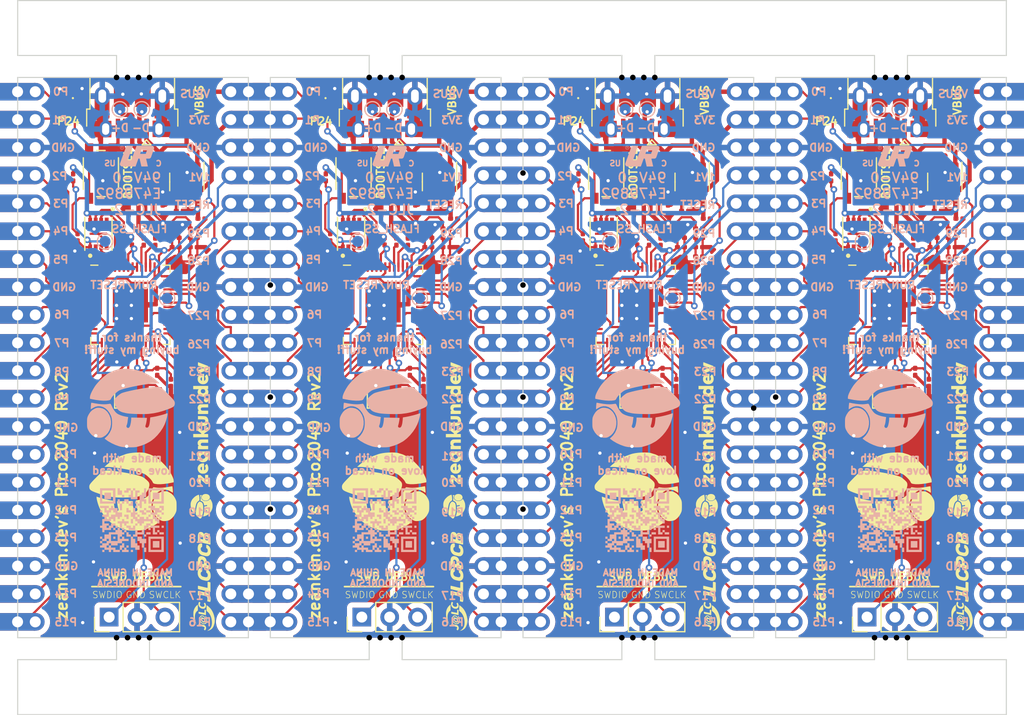
<source format=kicad_pcb>
(kicad_pcb (version 20221018) (generator pcbnew)
  (layers (0 "F.Cu" signal) (31 "B.Cu" signal) (34 "B.Paste" user) (35 "F.Paste" user) (36 "B.SilkS" user "B.Silkscreen") (37 "F.SilkS" user "F.Silkscreen") (38 "B.Mask" user) (39 "F.Mask" user) (44 "Edge.Cuts" user))
  (net 0 "")
  (net 1 "Board_0-+1V1")
  (net 2 "Board_0-+3.3V")
  (net 3 "Board_0-/CLKIN")
  (net 4 "Board_0-/CLKOUT")
  (net 5 "Board_0-/DM")
  (net 6 "Board_0-/DP")
  (net 7 "Board_0-/FLASH_CLOCK")
  (net 8 "Board_0-/FLASH_SD0")
  (net 9 "Board_0-/FLASH_SD1")
  (net 10 "Board_0-/FLASH_SD2")
  (net 11 "Board_0-/FLASH_SD3")
  (net 12 "Board_0-/FLASH_SS")
  (net 13 "Board_0-/P0")
  (net 14 "Board_0-/P1")
  (net 15 "Board_0-/P10")
  (net 16 "Board_0-/P11")
  (net 17 "Board_0-/P12")
  (net 18 "Board_0-/P13")
  (net 19 "Board_0-/P14")
  (net 20 "Board_0-/P15")
  (net 21 "Board_0-/P16")
  (net 22 "Board_0-/P17")
  (net 23 "Board_0-/P18")
  (net 24 "Board_0-/P19")
  (net 25 "Board_0-/P2")
  (net 26 "Board_0-/P20")
  (net 27 "Board_0-/P21")
  (net 28 "Board_0-/P22")
  (net 29 "Board_0-/P23")
  (net 30 "Board_0-/P26")
  (net 31 "Board_0-/P27")
  (net 32 "Board_0-/P28")
  (net 33 "Board_0-/P29")
  (net 34 "Board_0-/P3")
  (net 35 "Board_0-/P4")
  (net 36 "Board_0-/P5")
  (net 37 "Board_0-/P6")
  (net 38 "Board_0-/P7")
  (net 39 "Board_0-/P8")
  (net 40 "Board_0-/P9")
  (net 41 "Board_0-/RESET")
  (net 42 "Board_0-/SWCLK")
  (net 43 "Board_0-/SWDIO")
  (net 44 "Board_0-/USER_LED")
  (net 45 "Board_0-GND")
  (net 46 "Board_0-Net-(R6-Pad1)")
  (net 47 "Board_0-Net-(U1-USB_DM)")
  (net 48 "Board_0-Net-(U1-USB_DP)")
  (net 49 "Board_0-Net-(U2-SENSE{slash}ADJ)")
  (net 50 "Board_0-VBUS")
  (net 51 "Board_0-unconnected-(J1-ID-Pad4)")
  (net 52 "Board_0-unconnected-(U1-GPIO25-Pad37)")
  (net 53 "Board_1-+1V1")
  (net 54 "Board_1-+3.3V")
  (net 55 "Board_1-/CLKIN")
  (net 56 "Board_1-/CLKOUT")
  (net 57 "Board_1-/DM")
  (net 58 "Board_1-/DP")
  (net 59 "Board_1-/FLASH_CLOCK")
  (net 60 "Board_1-/FLASH_SD0")
  (net 61 "Board_1-/FLASH_SD1")
  (net 62 "Board_1-/FLASH_SD2")
  (net 63 "Board_1-/FLASH_SD3")
  (net 64 "Board_1-/FLASH_SS")
  (net 65 "Board_1-/P0")
  (net 66 "Board_1-/P1")
  (net 67 "Board_1-/P10")
  (net 68 "Board_1-/P11")
  (net 69 "Board_1-/P12")
  (net 70 "Board_1-/P13")
  (net 71 "Board_1-/P14")
  (net 72 "Board_1-/P15")
  (net 73 "Board_1-/P16")
  (net 74 "Board_1-/P17")
  (net 75 "Board_1-/P18")
  (net 76 "Board_1-/P19")
  (net 77 "Board_1-/P2")
  (net 78 "Board_1-/P20")
  (net 79 "Board_1-/P21")
  (net 80 "Board_1-/P22")
  (net 81 "Board_1-/P23")
  (net 82 "Board_1-/P26")
  (net 83 "Board_1-/P27")
  (net 84 "Board_1-/P28")
  (net 85 "Board_1-/P29")
  (net 86 "Board_1-/P3")
  (net 87 "Board_1-/P4")
  (net 88 "Board_1-/P5")
  (net 89 "Board_1-/P6")
  (net 90 "Board_1-/P7")
  (net 91 "Board_1-/P8")
  (net 92 "Board_1-/P9")
  (net 93 "Board_1-/RESET")
  (net 94 "Board_1-/SWCLK")
  (net 95 "Board_1-/SWDIO")
  (net 96 "Board_1-/USER_LED")
  (net 97 "Board_1-GND")
  (net 98 "Board_1-Net-(R6-Pad1)")
  (net 99 "Board_1-Net-(U1-USB_DM)")
  (net 100 "Board_1-Net-(U1-USB_DP)")
  (net 101 "Board_1-Net-(U2-SENSE{slash}ADJ)")
  (net 102 "Board_1-VBUS")
  (net 103 "Board_1-unconnected-(J1-ID-Pad4)")
  (net 104 "Board_1-unconnected-(U1-GPIO25-Pad37)")
  (net 105 "Board_2-+1V1")
  (net 106 "Board_2-+3.3V")
  (net 107 "Board_2-/CLKIN")
  (net 108 "Board_2-/CLKOUT")
  (net 109 "Board_2-/DM")
  (net 110 "Board_2-/DP")
  (net 111 "Board_2-/FLASH_CLOCK")
  (net 112 "Board_2-/FLASH_SD0")
  (net 113 "Board_2-/FLASH_SD1")
  (net 114 "Board_2-/FLASH_SD2")
  (net 115 "Board_2-/FLASH_SD3")
  (net 116 "Board_2-/FLASH_SS")
  (net 117 "Board_2-/P0")
  (net 118 "Board_2-/P1")
  (net 119 "Board_2-/P10")
  (net 120 "Board_2-/P11")
  (net 121 "Board_2-/P12")
  (net 122 "Board_2-/P13")
  (net 123 "Board_2-/P14")
  (net 124 "Board_2-/P15")
  (net 125 "Board_2-/P16")
  (net 126 "Board_2-/P17")
  (net 127 "Board_2-/P18")
  (net 128 "Board_2-/P19")
  (net 129 "Board_2-/P2")
  (net 130 "Board_2-/P20")
  (net 131 "Board_2-/P21")
  (net 132 "Board_2-/P22")
  (net 133 "Board_2-/P23")
  (net 134 "Board_2-/P26")
  (net 135 "Board_2-/P27")
  (net 136 "Board_2-/P28")
  (net 137 "Board_2-/P29")
  (net 138 "Board_2-/P3")
  (net 139 "Board_2-/P4")
  (net 140 "Board_2-/P5")
  (net 141 "Board_2-/P6")
  (net 142 "Board_2-/P7")
  (net 143 "Board_2-/P8")
  (net 144 "Board_2-/P9")
  (net 145 "Board_2-/RESET")
  (net 146 "Board_2-/SWCLK")
  (net 147 "Board_2-/SWDIO")
  (net 148 "Board_2-/USER_LED")
  (net 149 "Board_2-GND")
  (net 150 "Board_2-Net-(R6-Pad1)")
  (net 151 "Board_2-Net-(U1-USB_DM)")
  (net 152 "Board_2-Net-(U1-USB_DP)")
  (net 153 "Board_2-Net-(U2-SENSE{slash}ADJ)")
  (net 154 "Board_2-VBUS")
  (net 155 "Board_2-unconnected-(J1-ID-Pad4)")
  (net 156 "Board_2-unconnected-(U1-GPIO25-Pad37)")
  (net 157 "Board_3-+1V1")
  (net 158 "Board_3-+3.3V")
  (net 159 "Board_3-/CLKIN")
  (net 160 "Board_3-/CLKOUT")
  (net 161 "Board_3-/DM")
  (net 162 "Board_3-/DP")
  (net 163 "Board_3-/FLASH_CLOCK")
  (net 164 "Board_3-/FLASH_SD0")
  (net 165 "Board_3-/FLASH_SD1")
  (net 166 "Board_3-/FLASH_SD2")
  (net 167 "Board_3-/FLASH_SD3")
  (net 168 "Board_3-/FLASH_SS")
  (net 169 "Board_3-/P0")
  (net 170 "Board_3-/P1")
  (net 171 "Board_3-/P10")
  (net 172 "Board_3-/P11")
  (net 173 "Board_3-/P12")
  (net 174 "Board_3-/P13")
  (net 175 "Board_3-/P14")
  (net 176 "Board_3-/P15")
  (net 177 "Board_3-/P16")
  (net 178 "Board_3-/P17")
  (net 179 "Board_3-/P18")
  (net 180 "Board_3-/P19")
  (net 181 "Board_3-/P2")
  (net 182 "Board_3-/P20")
  (net 183 "Board_3-/P21")
  (net 184 "Board_3-/P22")
  (net 185 "Board_3-/P23")
  (net 186 "Board_3-/P26")
  (net 187 "Board_3-/P27")
  (net 188 "Board_3-/P28")
  (net 189 "Board_3-/P29")
  (net 190 "Board_3-/P3")
  (net 191 "Board_3-/P4")
  (net 192 "Board_3-/P5")
  (net 193 "Board_3-/P6")
  (net 194 "Board_3-/P7")
  (net 195 "Board_3-/P8")
  (net 196 "Board_3-/P9")
  (net 197 "Board_3-/RESET")
  (net 198 "Board_3-/SWCLK")
  (net 199 "Board_3-/SWDIO")
  (net 200 "Board_3-/USER_LED")
  (net 201 "Board_3-GND")
  (net 202 "Board_3-Net-(R6-Pad1)")
  (net 203 "Board_3-Net-(U1-USB_DM)")
  (net 204 "Board_3-Net-(U1-USB_DP)")
  (net 205 "Board_3-Net-(U2-SENSE{slash}ADJ)")
  (net 206 "Board_3-VBUS")
  (net 207 "Board_3-unconnected-(J1-ID-Pad4)")
  (net 208 "Board_3-unconnected-(U1-GPIO25-Pad37)")
  (footprint "NPTH" (layer "F.Cu") (at 138 27)
    (fp_text reference "REF**" hide)
    (fp_text value "NPTH" hide)
  )
  (footprint "TL3365AF180QG:SW_TL3365AF180QG" (layer "F.Cu") (at 67.575 35.75 90)
    (fp_text reference "S1" hide)
    (fp_text value "TL3365AF180QG" hide)
  )
  (footprint "LED_SMD:LED_0201_0603Metric" (layer "F.Cu") (at 88.025 29.7425 -90)
    (fp_text reference "D2" hide)
    (fp_text value "LED")
  )
  (footprint "LOGO" (layer "F.Cu") (at 99.9925 72.8225 90)
    (fp_text reference "G***" hide)
    (fp_text value "LOGO" hide)
  )
  (footprint "Capacitor_SMD:C_0201_0603Metric" (layer "F.Cu") (at 74.38 42.45)
    (fp_text reference "C7" hide)
    (fp_text value "100nF")
  )
  (footprint "Capacitor_SMD:C_0201_0603Metric" (layer "F.Cu") (at 72.95 55.75 -90)
    (fp_text reference "C14" hide)
    (fp_text value "15pF")
  )
  (footprint "LED_SMD:LED_0201_0603Metric" (layer "F.Cu") (at 65.025 29.7425 -90)
    (fp_text reference "D2" hide)
    (fp_text value "LED")
  )
  (footprint "NPTH" (layer "F.Cu") (at 95 78)
    (fp_text reference "REF**" hide)
    (fp_text value "NPTH" hide)
  )
  (footprint "Capacitor_SMD:C_0201_0603Metric" (layer "F.Cu") (at 76.73 39.85)
    (fp_text reference "C13" hide)
    (fp_text value "2.2uF")
  )
  (footprint "LED_SMD:LED_0201_0603Metric" (layer "F.Cu") (at 121.475 29.0675 -90)
    (fp_text reference "D1" hide)
    (fp_text value "LED")
  )
  (footprint "Capacitor_SMD:C_0201_0603Metric" (layer "F.Cu") (at 111.65 43.345 90)
    (fp_text reference "C4" hide)
    (fp_text value "1uF")
  )
  (footprint "Capacitor_SMD:C_0201_0603Metric" (layer "F.Cu") (at 97.38 40.775)
    (fp_text reference "C5" hide)
    (fp_text value "100nF")
  )
  (footprint "Capacitor_SMD:C_0201_0603Metric" (layer "F.Cu") (at 97.38 41.6)
    (fp_text reference "C6" hide)
    (fp_text value "100nF")
  )
  (footprint "SMD-TH-Connector:PinHeader_1x20_2H_P2.54mm_Vertical" (layer "F.Cu") (at 107.6 28.3)
    (fp_text reference "J2" hide)
    (fp_text value "Conn_01x20")
  )
  (footprint "Capacitor_SMD:C_0201_0603Metric" (layer "F.Cu") (at 143.38 41.6)
    (fp_text reference "C6" hide)
    (fp_text value "100nF")
  )
  (footprint "LOGO" (layer "F.Cu") (at 122.9925 72.8225 90)
    (fp_text reference "G***" hide)
    (fp_text value "LOGO" hide)
  )
  (footprint "Resistor_SMD:R_0201_0603Metric" (layer "F.Cu") (at 65.05 36.1 -90)
    (fp_text reference "R5" hide)
    (fp_text value "NO-FIT")
  )
  (footprint "LED_SMD:LED_0201_0603Metric" (layer "F.Cu") (at 134.025 29.7425 -90)
    (fp_text reference "D2" hide)
    (fp_text value "LED")
  )
  (footprint "Capacitor_SMD:C_0201_0603Metric" (layer "F.Cu") (at 93.4 41.92 90)
    (fp_text reference "C1" hide)
    (fp_text value "100nF")
  )
  (footprint "Capacitor_SMD:C_0201_0603Metric" (layer "F.Cu") (at 98.375 31.73 90)
    (fp_text reference "C12" hide)
    (fp_text value "2.2uF")
  )
  (footprint "Resistor_SMD:R_0201_0603Metric" (layer "F.Cu") (at 111.45 41.55 -90)
    (fp_text reference "R6" hide)
    (fp_text value "1K")
  )
  (footprint "Package_TO_SOT_SMD:TSOT-23-5" (layer "F.Cu") (at 121.4 36.5125 -90)
    (fp_text reference "U2" hide)
    (fp_text value "ADP7142AUJZ-3.3")
  )
  (footprint "Resistor_SMD:R_0201_0603Metric" (layer "F.Cu") (at 140.475 41.95 -90)
    (fp_text reference "R1" hide)
    (fp_text value "200")
  )
  (footprint "Capacitor_SMD:C_0201_0603Metric" (layer "F.Cu") (at 114.1 56.345 90)
    (fp_text reference "C15" hide)
    (fp_text value "15pF")
  )
  (footprint "LOGO" (layer "F.Cu") (at 116.5 64.7)
    (fp_text reference "G***" hide)
    (fp_text value "LOGO" hide)
  )
  (footprint "NPTH" (layer "F.Cu") (at 95 27)
    (fp_text reference "REF**" hide)
    (fp_text value "NPTH" hide)
  )
  (footprint "Capacitor_SMD:C_0201_0603Metric" (layer "F.Cu") (at 91.1 56.345 90)
    (fp_text reference "C15" hide)
    (fp_text value "15pF")
  )
  (footprint "Capacitor_SMD:C_0201_0603Metric" (layer "F.Cu") (at 145.03 41.6)
    (fp_text reference "C9" hide)
    (fp_text value "100nF")
  )
  (footprint "Capacitor_SMD:C_0201_0603Metric" (layer "F.Cu") (at 145.03 42.45)
    (fp_text reference "C10" hide)
    (fp_text value "100nF")
  )
  (footprint "NPTH" (layer "F.Cu") (at 83 35.7)
    (fp_text reference "REF**" hide)
    (fp_text value "NPTH" hide)
  )
  (footprint "Capacitor_SMD:C_0201_0603Metric" (layer "F.Cu") (at 145.73 39.85)
    (fp_text reference "C13" hide)
    (fp_text value "2.2uF")
  )
  (footprint "Capacitor_SMD:C_0201_0603Metric" (layer "F.Cu") (at 119.95 54.795 -90)
    (fp_text reference "C3" hide)
    (fp_text value "1uF")
  )
  (footprint "Capacitor_SMD:C_0201_0603Metric" (layer "F.Cu") (at 65.65 43.345 90)
    (fp_text reference "C4" hide)
    (fp_text value "1uF")
  )
  (footprint "Capacitor_SMD:C_0201_0603Metric" (layer "F.Cu") (at 145.035 43.3)
    (fp_text reference "C11" hide)
    (fp_text value "100nF")
  )
  (footprint "NPTH" (layer "F.Cu") (at 104 66.3)
    (fp_text reference "REF**" hide)
    (fp_text value "NPTH" hide)
  )
  (footprint "Capacitor_SMD:C_0201_0603Metric" (layer "F.Cu") (at 134.65 43.345 90)
    (fp_text reference "C4" hide)
    (fp_text value "1uF")
  )
  (footprint "NPTH" (layer "F.Cu") (at 117 27)
    (fp_text reference "REF**" hide)
    (fp_text value "NPTH" hide)
  )
  (footprint "Resistor_SMD:R_0201_0603Metric" (layer "F.Cu") (at 134.05 36.1 -90)
    (fp_text reference "R5" hide)
    (fp_text value "NO-FIT")
  )
  (footprint "Connector_PinHeader_2.54mm:PinHeader_1x03_P2.54mm_Vertical" (layer "F.Cu") (at 91.325 76.125 90)
    (fp_text reference "J4" hide)
    (fp_text value "Conn_01x03")
  )
  (footprint "NPTH" (layer "F.Cu") (at 129 66.3)
    (fp_text reference "REF**" hide)
    (fp_text value "NPTH" hide)
  )
  (footprint "LOGO" (layer "F.Cu") (at 93.5 64.7)
    (fp_text reference "G***" hide)
    (fp_text value "LOGO" hide)
  )
  (footprint "Capacitor_SMD:C_0201_0603Metric" (layer "F.Cu") (at 70.4 41.92 90)
    (fp_text reference "C1" hide)
    (fp_text value "100nF")
  )
  (footprint "Capacitor_SMD:C_0201_0603Metric" (layer "F.Cu") (at 76.03 41.6)
    (fp_text reference "C9" hide)
    (fp_text value "100nF")
  )
  (footprint "NPTH" (layer "F.Cu") (at 92 27)
    (fp_text reference "REF**" hide)
    (fp_text value "NPTH" hide)
  )
  (footprint "Resistor_SMD:R_0201_0603Metric" (layer "F.Cu") (at 94.475 41.95 -90)
    (fp_text reference "R1" hide)
    (fp_text value "200")
  )
  (footprint "Package_TO_SOT_SMD:TSOT-23-5" (layer "F.Cu") (at 98.4 36.5125 -90)
    (fp_text reference "U2" hide)
    (fp_text value "ADP7142AUJZ-3.3")
  )
  (footprint "Resistor_SMD:R_0201_0603Metric" (layer "F.Cu") (at 72.525 41.955 -90)
    (fp_text reference "R2" hide)
    (fp_text value "200")
  )
  (footprint "Capacitor_SMD:C_0201_0603Metric" (layer "F.Cu") (at 76.03 40.75)
    (fp_text reference "C8" hide)
    (fp_text value "100nF")
  )
  (footprint "Package_DFN_QFN:QFN-56-1EP_7x7mm_P0.4mm_EP3.2x3.2mm" (layer "F.Cu") (at 139.2625 47.7)
    (fp_text reference "U1" hide)
    (fp_text value "RP2040")
  )
  (footprint "Resistor_SMD:R_0201_0603Metric" (layer "F.Cu") (at 141.525 41.955 -90)
    (fp_text reference "R2" hide)
    (fp_text value "200")
  )
  (footprint "TL3365AF180QG:SW_TL3365AF180QG" (layer "F.Cu") (at 136.575 35.75 90)
    (fp_text reference "S1" hide)
    (fp_text value "TL3365AF180QG" hide)
  )
  (footprint "SMD-TH-Connector:PinHeader_1x20_2H_P2.54mm_Vertical" (layer "F.Cu") (at 84.6 28.3)
    (fp_text reference "J2" hide)
    (fp_text value "Conn_01x20")
  )
  (footprint "Resistor_SMD:R_0201_0603Metric" (layer "F.Cu") (at 134.45 41.55 -90)
    (fp_text reference "R6" hide)
    (fp_text value "1K")
  )
  (footprint "Capacitor_SMD:C_0201_0603Metric" (layer "F.Cu") (at 68.1 56.345 90)
    (fp_text reference "C15" hide)
    (fp_text value "15pF")
  )
  (footprint "Capacitor_SMD:C_0201_0603Metric" (layer "F.Cu") (at 122.03 42.45)
    (fp_text reference "C10" hide)
    (fp_text value "100nF")
  )
  (footprint "GD25Q16CEIGR:PSON50P200X300X50-9N" (layer "F.Cu") (at 113.35 41.23 90)
    (fp_text reference "U3" hide)
    (fp_text value "GD25Q16CEIGR")
  )
  (footprint "NPTH" (layer "F.Cu") (at 94 27)
    (fp_text reference "REF**" hide)
    (fp_text value "NPTH" hide)
  )
  (footprint "Package_TO_SOT_SMD:TSOT-23-5" (layer "F.Cu") (at 75.4 36.5125 -90)
    (fp_text reference "U2" hide)
    (fp_text value "ADP7142AUJZ-3.3")
  )
  (footprint "Resistor_SMD:R_0201_0603Metric" (layer "F.Cu") (at 117.475 41.95 -90)
    (fp_text reference "R1" hide)
    (fp_text value "200")
  )
  (footprint "Capacitor_SMD:C_0201_0603Metric" (layer "F.Cu") (at 120.38 40.775)
    (fp_text reference "C5" hide)
    (fp_text value "100nF")
  )
  (footprint "Capacitor_SMD:C_0201_0603Metric" (layer "F.Cu") (at 145.03 40.75)
    (fp_text reference "C8" hide)
    (fp_text value "100nF")
  )
  (footprint "Resistor_SMD:R_0201_0603Metric" (layer "F.Cu") (at 73.2 38.305 90)
    (fp_text reference "R4" hide)
    (fp_text value "12")
  )
  (footprint "NPTH" (layer "F.Cu") (at 104 45.9)
    (fp_text reference "REF**" hide)
    (fp_text value "NPTH" hide)
  )
  (footprint "NPTH" (layer "F.Cu") (at 140 27)
    (fp_text reference "REF**" hide)
    (fp_text value "NPTH" hide)
  )
  (footprint "NPTH" (layer "F.Cu") (at 104 35.7)
    (fp_text reference "REF**" hide)
    (fp_text value "NPTH" hide)
  )
  (footprint "Capacitor_SMD:C_0201_0603Metric" (layer "F.Cu") (at 99.03 42.45)
    (fp_text reference "C10" hide)
    (fp_text value "100nF")
  )
  (footprint "Resistor_SMD:R_0201_0603Metric" (layer "F.Cu") (at 120.76 39.15)
    (fp_text reference "R3" hide)
    (fp_text value "12")
  )
  (footprint "NPTH" (layer "F.Cu") (at 72 78)
    (fp_text reference "REF**" hide)
    (fp_text value "NPTH" hide)
  )
  (footprint "Resistor_SMD:R_0201_0603Metric" (layer "F.Cu") (at 96.2 38.305 90)
    (fp_text reference "R4" hide)
    (fp_text value "12")
  )
  (footprint "Capacitor_SMD:C_0201_0603Metric" (layer "F.Cu") (at 99.73 39.85)
    (fp_text reference "C13" hide)
    (fp_text value "2.2uF")
  )
  (footprint "Crystal:Crystal_SMD_2520-4Pin_2.5x2.0mm" (layer "F.Cu") (at 116.475 55.7)
    (fp_text reference "Y1" hide)
    (fp_text value "12MHz")
  )
  (footprint "Capacitor_SMD:C_0201_0603Metric" (layer "F.Cu") (at 122.035 43.3)
    (fp_text reference "C11" hide)
    (fp_text value "100nF")
  )
  (footprint "NPTH" (layer "F.Cu") (at 106 56.1)
    (fp_text reference "REF**" hide)
    (fp_text value "NPTH" hide)
  )
  (footprint "LED_SMD:LED_0201_0603Metric" (layer "F.Cu") (at 98.475 29.0675 -90)
    (fp_text reference "D1" hide)
    (fp_text value "LED")
  )
  (footprint "Resistor_SMD:R_0201_0603Metric" (layer "F.Cu") (at 118.525 41.955 -90)
    (fp_text reference "R2" hide)
    (fp_text value "200")
  )
  (footprint "NPTH" (layer "F.Cu") (at 141 78)
    (fp_text reference "REF**" hide)
    (fp_text value "NPTH" hide)
  )
  (footprint "Capacitor_SMD:C_0201_0603Metric" (layer "F.Cu") (at 76.03 42.45)
    (fp_text reference "C10" hide)
    (fp_text value "100nF")
  )
  (footprint "Capacitor_SMD:C_0201_0603Metric" (layer "F.Cu") (at 74.38 41.6)
    (fp_text reference "C6" hide)
    (fp_text value "100nF")
  )
  (footprint "SMD-TH-Connector:PinHeader_1x20_2H_P2.54mm_Vertical" (layer "F.Cu") (at 61.6 28.3)
    (fp_text reference "J2" hide)
    (fp_text value "Conn_01x20")
  )
  (footprint "Capacitor_SMD:C_0201_0603Metric" (layer "F.Cu") (at 143.38 40.775)
    (fp_text reference "C5" hide)
    (fp_text value "100nF")
  )
  (footprint "NPTH" (layer "F.Cu") (at 139 27)
    (fp_text reference "REF**" hide)
    (fp_text value "NPTH" hide)
  )
  (footprint "Resistor_SMD:R_0201_0603Metric" (layer "F.Cu") (at 142.2 38.305 90)
    (fp_text reference "R4" hide)
    (fp_text value "12")
  )
  (footprint "Connector_USB:USB_Micro-B_Amphenol_10103594-0001LF_Horizontal" (layer "F.Cu") (at 70.405 29.815 180)
    (fp_text reference "J1" hide)
    (fp_text value "USB_B_Micro" hide)
  )
  (footprint "Crystal:Crystal_SMD_2520-4Pin_2.5x2.0mm" (layer "F.Cu") (at 93.475 55.7)
    (fp_text reference "Y1" hide)
    (fp_text value "12MHz")
  )
  (footprint "Resistor_SMD:R_0201_0603Metric" (layer "F.Cu") (at 88.05 36.1 -90)
    (fp_text reference "R5" hide)
    (fp_text value "NO-FIT")
  )
  (footprint "NPTH" (layer "F.Cu") (at 116 78)
    (fp_text reference "REF**" hide)
    (fp_text value "NPTH" hide)
  )
  (footprint "GD25Q16CEIGR:PSON50P200X300X50-9N" (layer "F.Cu") (at 90.35 41.23 90)
    (fp_text reference "U3" hide)
    (fp_text value "GD25Q16CEIGR")
  )
  (footprint "Capacitor_SMD:C_0201_0603Metric" (layer "F.Cu") (at 76.035 43.3)
    (fp_text reference "C11" hide)
    (fp_text value "100nF")
  )
  (footprint "NPTH" (layer "F.Cu") (at 93 27)
    (fp_text reference "REF**" hide)
    (fp_text value "NPTH" hide)
  )
  (footprint "Capacitor_SMD:C_0201_0603Metric" (layer "F.Cu") (at 144.375 31.73 90)
    (fp_text reference "C12" hide)
    (fp_text value "2.2uF")
  )
  (footprint "NPTH" (layer "F.Cu") (at 127 57.1)
    (fp_text reference "REF**" hide)
    (fp_text value "NPTH" hide)
  )
  (footprint "Crystal:Crystal_SMD_2520-4Pin_2.5x2.0mm" (layer "F.Cu") (at 139.475 55.7)
    (fp_text reference "Y1" hide)
    (fp_text value "12MHz")
  )
  (footprint "Resistor_SMD:R_0201_0603Metric" (layer "F.Cu") (at 143.76 39.15)
    (fp_text reference "R3" hide)
    (fp_text value "12")
  )
  (footprint "Resistor_SMD:R_0201_0603Metric" (layer "F.Cu") (at 74.76 39.15)
    (fp_text reference "R3" hide)
    (fp_text value "12")
  )
  (footprint "LOGO" (layer "F.Cu") (at 145.9925 72.8225 90)
    (fp_text reference "G***" hide)
    (fp_text value "LOGO" hide)
  )
  (footprint "TL3365AF180QG:SW_TL3365AF180QG" (layer "F.Cu") (at 113.575 35.75 90)
    (fp_text reference "S1" hide)
    (fp_text value "TL3365AF180QG" hide)
  )
  (footprint "LED_SMD:LED_0201_0603Metric" (layer "F.Cu") (at 111.025 29.7425 -90)
    (fp_text reference "D2" hide)
    (fp_text value "LED")
  )
  (footprint "Resistor_SMD:R_0201_0603Metric" (layer "F.Cu") (at 65.45 41.55 -90)
    (fp_text reference "R6" hide)
    (fp_text value "1K")
  )
  (footprint "Resistor_SMD:R_0201_0603Metric" (layer "F.Cu") (at 88.45 41.55 -90)
    (fp_text reference "R6" hide)
    (fp_text value "1K")
  )
  (footprint "Capacitor_SMD:C_0201_0603Metric" (layer "F.Cu") (at 141.95 55.75 -90)
    (fp_text reference "C14" hide)
    (fp_text value "15pF")
  )
  (footprint "Capacitor_SMD:C_0201_0603Metric" (layer "F.Cu") (at 97.38 42.45)
    (fp_text reference "C7" hide)
    (fp_text value "100nF")
  )
  (footprint "NPTH" (layer "F.Cu") (at 70 78)
    (fp_text reference "REF**" hide)
    (fp_text value "NPTH" hide)
  )
  (footprint "Connector_USB:USB_Micro-B_Amphenol_10103594-0001LF_Horizontal" (layer "F.Cu") (at 116.405 29.815 180)
    (fp_text reference "J1" hide)
    (fp_text value "USB_B_Micro" hide)
  )
  (footprint "GD25Q16CEIGR:PSON50P200X300X50-9N" (layer "F.Cu") (at 136.35 41.23 90)
    (fp_text reference "U3" hide)
    (fp_text value "GD25Q16CEIGR")
  )
  (footprint "NPTH" (layer "F.Cu") (at 106 45.9)
    (fp_text reference "REF**" hide)
    (fp_text value "NPTH" hide)
  )
  (footprint "NPTH" (layer "F.Cu") (at 140 78)
    (fp_text reference "REF**" hide)
    (fp_text value "NPTH" hide)
  )
  (footprint "NPTH" (layer "F.Cu") (at 69 78)
    (fp_text reference "REF**" hide)
    (fp_text value "NPTH" hide)
  )
  (footprint "Capacitor_SMD:C_0201_0603Metric" (layer "F.Cu") (at 96.95 54.795 -90)
    (fp_text reference "C3" hide)
    (fp_text value "1uF")
  )
  (footprint "Capacitor_SMD:C_0201_0603Metric" (layer "F.Cu") (at 99.03 41.6)
    (fp_text reference "C9" hide)
    (fp_text value "100nF")
  )
  (footprint "Resistor_SMD:R_0201_0603Metric" (layer "F.Cu") (at 119.2 38.305 90)
    (fp_text reference "R4" hide)
    (fp_text value "12")
  )
  (footprint "Connector_PinHeader_2.54mm:PinHeader_1x03_P2.54mm_Vertical" (layer "F.Cu") (at 114.325 76.125 90)
    (fp_text reference "J4" hide)
    (fp_text value "Conn_01x03")
  )
  (footprint "Capacitor_SMD:C_0201_0603Metric" (layer "F.Cu") (at 141.7 53.795 -90)
    (fp_text reference "C2" hide)
    (fp_text value "100nF")
  )
  (footprint "GD25Q16CEIGR:PSON50P200X300X50-9N" (layer "F.Cu") (at 67.35 41.23 90)
    (fp_text reference "U3" hide)
    (fp_text value "GD25Q16CEIGR")
  )
  (footprint "NPTH" (layer "F.Cu") (at 81 35.7)
    (fp_text reference "REF**" hide)
    (fp_text value "NPTH" hide)
  )
  (footprint "Capacitor_SMD:C_0201_0603Metric" (layer "F.Cu") (at 121.375 31.73 90)
    (fp_text reference "C12" hide)
    (fp_text value "2.2uF")
  )
  (footprint "Capacitor_SMD:C_0201_0603Metric" (layer "F.Cu") (at 122.03 40.75)
    (fp_text reference "C8" hide)
    (fp_text value "100nF")
  )
  (footprint "NPTH" (layer "F.Cu") (at 70 27)
    (fp_text reference "REF**" hide)
    (fp_text value "NPTH" hide)
  )
  (footprint "LOGO" (layer "F.Cu") (at 122.7425 60.0325 90)
    (fp_text reference "G***" hide)
    (fp_text value "LOGO" hide)
  )
  (footprint "NPTH" (layer "F.Cu") (at 72 27)
    (fp_text reference "REF**" hide)
    (fp_text value "NPTH" hide)
  )
  (footprint "Crystal:Crystal_SMD_2520-4Pin_2.5x2.0mm" (layer "F.Cu") (at 70.475 55.7)
    (fp_text reference "Y1" hide)
    (fp_text value "12MHz")
  )
  (footprint "Resistor_SMD:R_0201_0603Metric" (layer "F.Cu") (at 71.475 41.95 -90)
    (fp_text reference "R1" hide)
    (fp_text value "200")
  )
  (footprint "Package_DFN_QFN:QFN-56-1EP_7x7mm_P0.4mm_EP3.2x3.2mm" (layer "F.Cu") (at 93.2625 47.7)
    (fp_text reference "U1" hide)
    (fp_text value "RP2040")
  )
  (footprint "LED_SMD:LED_0201_0603Metric" (layer "F.Cu") (at 75.475 29.0675 -90)
    (fp_text reference "D1" hide)
    (fp_text value "LED")
  )
  (footprint "NPTH" (layer "F.Cu") (at 129 45.9)
    (fp_text reference "REF**" hide)
    (fp_text value "NPTH" hide)
  )
  (footprint "NPTH" (layer "F.Cu") (at 129 35.7)
    (fp_text reference "REF**" hide)
    (fp_text value "NPTH" hide)
  )
  (footprint "Capacitor_SMD:C_0201_0603Metric" (layer "F.Cu") (at 95.7 53.795 -90)
    (fp_text reference "C2" hide)
    (fp_text value "100nF")
  )
  (footprint "NPTH" (layer "F.Cu") (at 139 78)
    (fp_text reference "REF**" hide)
    (fp_text value "NPTH" hide)
  )
  (footprint "NPTH" (layer "F.Cu") (at 117 78)
    (fp_text reference "REF**" hide)
    (fp_text value "NPTH" hide)
  )
  (footprint "Resistor_SMD:R_0201_0603Metric" (layer "F.Cu") (at 95.525 41.955 -90)
    (fp_text reference "R2" hide)
    (fp_text value "200")
  )
  (footprint "NPTH" (layer "F.Cu") (at 118 27)
    (fp_text reference "REF**" hide)
    (fp_text value "NPTH" hide)
  )
  (footprint "Capacitor_SMD:C_0201_0603Metric" (layer "F.Cu") (at 116.4 41.92 90)
    (fp_text reference "C1" hide)
    (fp_text value "100nF")
  )
  (footprint "Package_DFN_QFN:QFN-56-1EP_7x7mm_P0.4mm_EP3.2x3.2mm" (layer "F.Cu") (at 70.2625 47.7)
    (fp_text reference "U1" hide)
    (fp_text value "RP2040")
  )
  (footprint "NPTH" (layer "F.Cu") (at 127 35.7)
    (fp_text reference "REF**" hide)
    (fp_text value "NPTH" hide)
  )
  (footprint "Capacitor_SMD:C_0201_0603Metric" (layer "F.Cu") (at 139.4 41.92 90)
    (fp_text reference "C1" hide)
    (fp_text value "100nF")
  )
  (footprint "NPTH" (layer "F.Cu") (at 115 27)
    (fp_text reference "REF**" hide)
    (fp_text value "NPTH" hide)
  )
  (footprint "Connector_PinHeader_2.54mm:PinHeader_1x03_P2.54mm_Vertical" (layer "F.Cu") (at 68.325 76.125 90)
    (fp_text reference "J4" hide)
    (fp_text value "Conn_01x03")
  )
  (footprint "Capacitor_SMD:C_0201_0603Metric" (layer "F.Cu") (at 120.38 41.6)
    (fp_text reference "C6" hide)
    (fp_text value "100nF")
  )
  (footprint "LOGO" (layer "F.Cu") (at 76.9925 72.8225 90)
    (fp_text reference "G***" hide)
    (fp_text value "LOGO" hide)
  )
  (footprint "LOGO" (layer "F.Cu") (at 145.7425 60.0325 90)
    (fp_text reference "G***" hide)
    (fp_text value "LOGO" hide)
  )
  (footprint "Resistor_SMD:R_0201_0603Metric" (layer "F.Cu") (at 97.76 39.15)
    (fp_text reference "R3" hide)
    (fp_text value "12")
  )
  (footprint "Capacitor_SMD:C_0201_0603Metric" (layer "F.Cu") (at 88.65 43.345 90)
    (fp_text reference "C4" hide)
    (fp_text value "1uF")
  )
  (footprint "Connector_PinHeader_2.54mm:PinHeader_1x03_P2.54mm_Vertical" (layer "F.Cu") (at 137.325 76.125 90)
    (fp_text reference "J4" hide)
    (fp_text value "Conn_01x03")
  )
  (footprint "LOGO" (layer "F.Cu") (at 99.7425 60.0325 90)
    (fp_text reference "G***" hide)
    (fp_text value "LOGO" hide)
  )
  (footprint "NPTH" (layer "F.Cu") (at 127 56.1)
    (fp_text reference "REF**" hide)
    (fp_text value "NPTH" hide)
  )
  (footprint "NPTH" (layer "F.Cu") (at 92 78)
    (fp_text reference "REF**" hide)
    (fp_text value "NPTH" hide)
  )
  (footprint "Resistor_SMD:R_0201_0603Metric" (layer "F.Cu") (at 111.05 36.1 -90)
    (fp_text reference "R5" hide)
    (fp_text value "NO-FIT")
  )
  (footprint "NPTH" (layer "F.Cu") (at 69 27)
    (fp_text reference "REF**" hide)
    (fp_text value "NPTH" hide)
  )
  (footprint "NPTH" (layer "F.Cu") (at 93 78)
    (fp_text reference "REF**" hide)
    (fp_text value "NPTH" hide)
  )
  (footprint "LOGO" (layer "F.Cu") (at 139.5 64.7)
    (fp_text reference "G***" hide)
    (fp_text value "LOGO" hide)
  )
  (footprint "NPTH" (layer "F.Cu") (at 141 27)
    (fp_text reference "REF**" hide)
    (fp_text value "NPTH" hide)
  )
  (footprint "Connector_USB:USB_Micro-B_Amphenol_10103594-0001LF_Horizontal" (layer "F.Cu") (at 93.405 29.815 180)
    (fp_text reference "J1" hide)
    (fp_text value "USB_B_Micro" hide)
  )
  (footprint "NPTH" (layer "F.Cu") (at 116 27)
    (fp_text reference "REF**" hide)
    (fp_text value "NPTH" hide)
  )
  (footprint "Capacitor_SMD:C_0201_0603Metric" (layer "F.Cu") (at 143.38 42.45)
    (fp_text reference "C7" hide)
    (fp_text value "100nF")
  )
  (footprint "NPTH" (layer "F.Cu") (at 81 66.3)
    (fp_text reference "REF**" hide)
    (fp_text value "NPTH" hide)
  )
  (footprint "NPTH" (layer "F.Cu") (at 104 56.1)
    (fp_text reference "REF**" hide)
    (fp_text value "NPTH" hide)
  )
  (footprint "Capacitor_SMD:C_0201_0603Metric" (layer "F.Cu") (at 74.38 40.775)
    (fp_text reference "C5" hide)
    (fp_text value "100nF")
  )
  (footprint "Capacitor_SMD:C_0201_0603Metric" (layer "F.Cu") (at 118.7 53.795 -90)
    (fp_text reference "C2" hide)
    (fp_text value "100nF")
  )
  (footprint "Capacitor_SMD:C_0201_0603Metric" (layer "F.Cu") (at 120.38 42.45)
    (fp_text reference "C7" hide)
    (fp_text value "100nF")
  )
  (footprint "Capacitor_SMD:C_0201_0603Metric" (layer "F.Cu") (at 122.73 39.85)
    (fp_text reference "C13" hide)
    (fp_text value "2.2uF")
  )
  (footprint "NPTH" (layer "F.Cu") (at 118 78)
    (fp_text reference "REF**" hide)
    (fp_text value "NPTH" hide)
  )
  (footprint "Capacitor_SMD:C_0201_0603Metric" (layer "F.Cu") (at 72.7 53.795 -90)
    (fp_text reference "C2" hide)
    (fp_text value "100nF")
  )
  (footprint "Package_TO_SOT_SMD:TSOT-23-5" (layer "F.Cu") (at 144.4 36.5125 -90)
    (fp_text reference "U2" hide)
    (fp_text value "ADP7142AUJZ-3.3")
  )
  (footprint "NPTH" (layer "F.Cu") (at 83 56.1)
    (fp_text reference "REF**" hide)
    (fp_text value "NPTH" hide)
  )
  (footprint "LOGO" (layer "F.Cu") (at 70.5 64.7)
    (fp_text reference "G***" hide)
    (fp_text value "LOGO" hide)
  )
  (footprint "LED_SMD:LED_0201_0603Metric" (layer "F.Cu") (at 144.475 29.0675 -90)
    (fp_text reference "D1" hide)
    (fp_text value "LED")
  )
  (footprint "Capacitor_SMD:C_0201_0603Metric" (layer "F.Cu") (at 118.95 55.75 -90)
    (fp_text reference "C14" hide)
    (fp_text value "15pF")
  )
  (footprint "SMD-TH-Connector:PinHeader_1x20_2H_P2.54mm_Vertical" (layer "F.Cu") (at 130.6 28.3)
    (fp_text reference "J2" hide)
    (fp_text value "Conn_01x20")
  )
  (footprint "Capacitor_SMD:C_0201_0603Metric" (layer "F.Cu") (at 142.95 54.795 -90)
    (fp_text reference "C3" hide)
    (fp_text value "1uF")
  )
  (footprint "Capacitor_SMD:C_0201_0603Metric" (layer "F.Cu") (at 122.03 41.6)
    (fp_text reference "C9" hide)
    (fp_text value "100nF")
  )
  (footprint "NPTH" (layer "F.Cu") (at 129 56.1)
    (fp_text reference "REF**" hide)
    (fp_text value "NPTH" hide)
  )
  (footprint "NPTH" (layer "F.Cu") (at 83 45.9)
    (fp_text reference "REF**" hide)
    (fp_text value "NPTH" hide)
  )
  (footprint "Capacitor_SMD:C_0201_0603Metric" (layer "F.Cu") (at 73.95 54.795 -90)
    (fp_text reference "C3" hide)
    (fp_text value "1uF")
  )
  (footprint "NPTH" (layer "F.Cu") (at 71 27)
    (fp_text reference "REF**" hide)
    (fp_text value "NPTH" hide)
  )
  (footprint "Capacitor_SMD:C_0201_0603Metric" (layer "F.Cu") (at 95.95 55.75 -90)
    (fp_text reference "C14" hide)
    (fp_text value "15pF")
  )
  (footprint "NPTH" (layer "F.Cu") (at 81 45.9)
    (fp_text reference "REF**" hide)
    (fp_text value "NPTH" hide)
  )
  (footprint "Package_DFN_QFN:QFN-56-1EP_7x7mm_P0.4mm_EP3.2x3.2mm" (layer "F.Cu") (at 116.2625 47.7)
    (fp_text reference "U1" hide)
    (fp_text value "RP2040")
  )
  (footprint "NPTH" (layer "F.Cu") (at 71 78)
    (fp_text reference "REF**" hide)
    (fp_text value "NPTH" hide)
  )
  (footprint "NPTH" (layer "F.Cu") (at 94 78)
    (fp_text reference "REF**" hide)
    (fp_text value "NPTH" hide)
  )
  (footprint "NPTH" (layer "F.Cu") (at 106 66.3)
    (fp_text reference "REF**" hide)
    (fp_text value "NPTH" hide)
  )
  (footprint "TL3365AF180QG:SW_TL3365AF180QG" (layer "F.Cu") (at 90.575 35.75 90)
    (fp_text reference "S1" hide)
    (fp_text value "TL3365AF180QG" hide)
  )
  (footprint "NPTH" (layer "F.Cu") (at 127 45.9)
    (fp_text reference "REF**" hide)
    (fp_text value "NPTH" hide)
  )
  (footprint "NPTH" (layer "F.Cu") (at 138 78)
    (fp_text reference "REF**" hide)
    (fp_text value "NPTH" hide)
  )
  (footprint "NPTH" (layer "F.Cu") (at 106 35.7)
    (fp_text reference "REF**" hide)
    (fp_text value "NPTH" hide)
  )
  (footprint "Capacitor_SMD:C_0201_0603Metric" (layer "F.Cu") (at 99.03 40.75)
    (fp_text reference "C8" hide)
    (fp_text value "100nF")
  )
  (footprint "NPTH" (layer "F.Cu") (at 81 56.1)
    (fp_text reference "REF**" hide)
    (fp_text value "NPTH" hide)
  )
  (footprint "LOGO" (layer "F.Cu") (at 76.7425 60.0325 90)
    (fp_text reference "G***" hide)
    (fp_text value "LOGO" hide)
  )
  (footprint "NPTH" (layer "F.Cu") (at 127 66.3)
    (fp_text reference "REF**" hide)
    (fp_text value "NPTH" hide)
  )
  (footprint "NPTH" (layer "F.Cu") (at 115 78)
    (fp_text reference "REF**" hide)
    (fp_text value "NPTH" hide)
  )
  (footprint "NPTH" (layer "F.Cu") (at 83 66.3)
    (fp_text reference "REF**" hide)
    (fp_text value "NPTH" hide)
  )
  (footprint "Capacitor_SMD:C_0201_0603Metric" (layer "F.Cu") (at 99.035 43.3)
    (fp_text reference "C11" hide)
    (fp_text value "100nF")
  )
  (footprint "Capacitor_SMD:C_0201_0603Metric" (layer "F.Cu") (at 137.1 56.345 90)
    (fp_text reference "C15" hide)
    (fp_text value "15pF")
  )
  (footprint "Capacitor_SMD:C_0201_0603Metric" (layer "F.Cu") (at 75.375 31.73 90)
    (fp_text reference "C12" hide)
    (fp_text value "2.2uF")
  )
  (footprint "Connector_USB:USB_Micro-B_Amphenol_10103594-0001LF_Horizontal" (layer "F.Cu") (at 139.405 29.815 180)
    (fp_text reference "J1" hide)
    (fp_text value "USB_B_Micro" hide)
  )
  (footprint "TestPoint:TestPoint_Pad_D1.0mm" (layer "B.Cu") (at 113.95 41.925 180)
    (fp_text reference "TP4" hide)
    (fp_text value "FLASH_SS")
  )
  (footprint "TestPoint:TestPoint_Pad_D1.0mm" (layer "B.Cu") (at 115.3 29.9 180)
    (fp_text reference "TP1" hide)
    (fp_text value "USB_DP")
  )
  (footprint "LOGO" (layer "B.Cu") (at 116.8625 34.1625 180)
    (fp_text reference "G***" hide)
    (fp_text value "LOGO" hide)
  )
  (footprint "LOGO" (layer "B.Cu") (at 139.8625 34.1625 180)
    (fp_text reference "G***" hide)
    (fp_text value "LOGO" hide)
  )
  (footprint "TestPoint:TestPoint_Pad_D1.0mm" (layer "B.Cu") (at 119.6 47.1 180)
    (fp_text reference "TP3" hide)
    (fp_text value "RESET")
  )
  (footprint "SMD-TH-Connector:PinHeader_1x20_2H_P2.54mm_Vertical" (layer "B.Cu") (at 125.4 28.3 180)
    (fp_text reference "J3" hide)
    (fp_text value "Conn_01x20")
  )
  (footprint "TestPoint:TestPoint_Pad_D1.0mm" (layer "B.Cu") (at 71.3 29.9 180)
    (fp_text reference "TP2" hide)
    (fp_text value "USB_DM")
  )
  (footprint "SMD-TH-Connector:PinHeader_1x20_2H_P2.54mm_Vertical" (layer "B.Cu") (at 79.4 28.3 180)
    (fp_text reference "J3" hide)
    (fp_text value "Conn_01x20")
  )
  (footprint "TestPoint:TestPoint_Pad_D1.0mm" (layer "B.Cu") (at 92.3 29.9 180)
    (fp_text reference "TP1" hide)
    (fp_text value "USB_DP")
  )
  (footprint "TestPoint:TestPoint_Pad_D1.0mm" (layer "B.Cu") (at 142.6 47.1 180)
    (fp_text reference "TP3" hide)
    (fp_text value "RESET")
  )
  (footprint "LOGO" (layer "B.Cu") (at 93.3 57.1 180)
    (fp_text reference "G***" hide)
    (fp_text value "LOGO" hide)
  )
  (footprint "LOGO" (layer "B.Cu") (at 116.3 57.1 180)
    (fp_text reference "G***" hide)
    (fp_text value "LOGO" hide)
  )
  (footprint "TestPoint:TestPoint_Pad_D1.0mm" (layer "B.Cu") (at 96.6 47.1 180)
    (fp_text reference "TP3" hide)
    (fp_text value "RESET")
  )
  (footprint "TestPoint:TestPoint_Pad_D1.0mm" (layer "B.Cu") (at 73.6 47.1 180)
    (fp_text reference "TP3" hide)
    (fp_text value "RESET")
  )
  (footprint "TestPoint:TestPoint_Pad_D1.0mm" (layer "B.Cu") (at 90.95 41.925 180)
    (fp_text reference "TP4" hide)
    (fp_text value "FLASH_SS")
  )
  (footprint "LOGO" (layer "B.Cu") (at 93.4 67.3 180)
    (fp_text reference "G***" hide)
    (fp_text value "LOGO" hide)
  )
  (footprint "SMD-TH-Connector:PinHeader_1x20_2H_P2.54mm_Vertical" (layer "B.Cu") (at 148.4 28.3 180)
    (fp_text reference "J3" hide)
    (fp_text value "Conn_01x20")
  )
  (footprint "TestPoint:TestPoint_Pad_D1.0mm" (layer "B.Cu") (at 67.95 41.925 180)
    (fp_text reference "TP4" hide)
    (fp_text value "FLASH_SS")
  )
  (footprint "LOGO" (layer "B.Cu") (at 70.3 57.1 180)
    (fp_text reference "G***" hide)
    (fp_text value "LOGO" hide)
  )
  (footprint "LOGO" (layer "B.Cu") (at 93.8625 34.1625 180)
    (fp_text reference "G***" hide)
    (fp_text value "LOGO" hide)
  )
  (footprint "TestPoint:TestPoint_Pad_D1.0mm" (layer "B.Cu") (at 69.3 29.9 180)
    (fp_text reference "TP1" hide)
    (fp_text value "USB_DP")
  )
  (footprint "TestPoint:TestPoint_Pad_D1.0mm" (layer "B.Cu") (at 94.3 29.9 180)
    (fp_text reference "TP2" hide)
    (fp_text value "USB_DM")
  )
  (footprint "LOGO" (layer "B.Cu") (at 139.4 67.3 180)
    (fp_text reference "G***" hide)
    (fp_text value "LOGO" hide)
  )
  (footprint "TestPoint:TestPoint_Pad_D1.0mm" (layer "B.Cu") (at 140.3 29.9 180)
    (fp_text reference "TP2" hide)
    (fp_text value "USB_DM")
  )
  (footprint "SMD-TH-Connector:PinHeader_1x20_2H_P2.54mm_Vertical" (layer "B.Cu") (at 102.4 28.3 180)
    (fp_text reference "J3" hide)
    (fp_text value "Conn_01x20")
  )
  (footprint "TestPoint:TestPoint_Pad_D1.0mm" (layer "B.Cu") (at 138.3 29.9 180)
    (fp_text reference "TP1" hide)
    (fp_text value "USB_DP")
  )
  (footprint "LOGO" (layer "B.Cu") (at 139.3 57.1 180)
    (fp_text reference "G***" hide)
    (fp_text value "LOGO" hide)
  )
  (footprint "LOGO" (layer "B.Cu") (at 116.4 67.3 180)
    (fp_text reference "G***" hide)
    (fp_text value "LOGO" hide)
  )
  (footprint "LOGO" (layer "B.Cu") (at 70.4 67.3 180)
    (fp_text reference "G***" hide)
    (fp_text value "LOGO" hide)
  )
  (footprint "TestPoint:TestPoint_Pad_D1.0mm" (layer "B.Cu") (at 117.3 29.9 180)
    (fp_text reference "TP2" hide)
    (fp_text value "USB_DM")
  )
  (footprint "TestPoint:TestPoint_Pad_D1.0mm" (layer "B.Cu") (at 136.95 41.925 180)
    (fp_text reference "TP4" hide)
    (fp_text value "FLASH_SS")
  )
  (footprint "LOGO" (layer "B.Cu") (at 70.8625 34.1625 180)
    (fp_text reference "G***" hide)
    (fp_text value "LOGO" hide)
  )
  (gr_line (start 143.85 73.35) (end 135.75 73.35) (stroke (width 0.15)) (layer "F.SilkS"))
  (gr_line (start 74.85 73.35) (end 66.75 73.35) (stroke (width 0.15)) (layer "F.SilkS"))
  (gr_line (start 120.85 73.35) (end 112.75 73.35) (stroke (width 0.15)) (layer "F.SilkS"))
  (gr_line (start 97.85 73.35) (end 89.75 73.35) (stroke (width 0.15)) (layer "F.SilkS"))
  (gr_line (start 106 56.1) (end 106 59.1) (stroke (width 0.1)) (layer "Edge.Cuts"))
  (gr_line (start 150 25) (end 150 20) (stroke (width 0.1)) (layer "Edge.Cuts"))
  (gr_line (start 60 85) (end 150 85) (stroke (width 0.1)) (layer "Edge.Cuts"))
  (gr_line (start 141 25) (end 150 25) (stroke (width 0.1)) (layer "Edge.Cuts"))
  (gr_line (start 83 78) (end 92 78) (stroke (width 0.1)) (layer "Edge.Cuts"))
  (gr_line (start 92 78) (end 92 80) (stroke (width 0.1)) (layer "Edge.Cuts"))
  (gr_line (start 138 25) (end 138 25) (stroke (width 0.1)) (layer "Edge.Cuts"))
  (gr_line (start 81 56.1) (end 81 59.1) (stroke (width 0.1)) (layer "Edge.Cuts"))
  (gr_line (start 129 27) (end 129 35.7) (stroke (width 0.1)) (layer "Edge.Cuts"))
  (gr_line (start 72 78) (end 81 78) (stroke (width 0.1)) (layer "Edge.Cuts"))
  (gr_line (start 72 27) (end 72 25) (stroke (width 0.1)) (layer "Edge.Cuts"))
  (gr_line (start 127 45.9) (end 127 48.9) (stroke (width 0.1)) (layer "Edge.Cuts"))
  (gr_line (start 127 78) (end 127 69.3) (stroke (width 0.1)) (layer "Edge.Cuts"))
  (gr_line (start 81 66.3) (end 81 69.3) (stroke (width 0.1)) (layer "Edge.Cuts"))
  (gr_line (start 81 35.7) (end 81 27) (stroke (width 0.1)) (layer "Edge.Cuts"))
  (gr_line (start 138 78) (end 138 80) (stroke (width 0.1)) (layer "Edge.Cuts"))
  (gr_line (start 81 48.9) (end 81 45.9) (stroke (width 0.1)) (layer "Edge.Cuts"))
  (gr_line (start 129 48.9) (end 129 56.1) (stroke (width 0.1)) (layer "Edge.Cuts"))
  (gr_line (start 104 45.9) (end 104 48.9) (stroke (width 0.1)) (layer "Edge.Cuts"))
  (gr_line (start 104 56.1) (end 104 59.1) (stroke (width 0.1)) (layer "Edge.Cuts"))
  (gr_line (start 81 56.1) (end 81 48.9) (stroke (width 0.1)) (layer "Edge.Cuts"))
  (gr_line (start 118 25) (end 138 25) (stroke (width 0.1)) (layer "Edge.Cuts"))
  (gr_line (start 150 20) (end 60 20) (stroke (width 0.1)) (layer "Edge.Cuts"))
  (gr_line (start 92 25) (end 92 27) (stroke (width 0.1)) (layer "Edge.Cuts"))
  (gr_line (start 129 56.1) (end 129 59.1) (stroke (width 0.1)) (layer "Edge.Cuts"))
  (gr_line (start 60 80) (end 60 85) (stroke (width 0.1)) (layer "Edge.Cuts"))
  (gr_line (start 81 66.3) (end 81 59.1) (stroke (width 0.1)) (layer "Edge.Cuts"))
  (gr_line (start 92 25) (end 92 25) (stroke (width 0.1)) (layer "Edge.Cuts"))
  (gr_line (start 115 27) (end 106 27) (stroke (width 0.1)) (layer "Edge.Cuts"))
  (gr_line (start 129 69.3) (end 129 78) (stroke (width 0.1)) (layer "Edge.Cuts"))
  (gr_line (start 60 25) (end 69 25) (stroke (width 0.1)) (layer "Edge.Cuts"))
  (gr_line (start 118 78) (end 127 78) (stroke (width 0.1)) (layer "Edge.Cuts"))
  (gr_line (start 104 45.9) (end 104 38.7) (stroke (width 0.1)) (layer "Edge.Cuts"))
  (gr_line (start 129 35.7) (end 129 38.7) (stroke (width 0.1)) (layer "Edge.Cuts"))
  (gr_line (start 83 66.3) (end 83 69.3) (stroke (width 0.1)) (layer "Edge.Cuts"))
  (gr_line (start 129 66.3) (end 129 66.3) (stroke (width 0.1)) (layer "Edge.Cuts"))
  (gr_line (start 138 80) (end 118 80) (stroke (width 0.1)) (layer "Edge.Cuts"))
  (gr_line (start 129 59.1) (end 129 66.3) (stroke (width 0.1)) (layer "Edge.Cuts"))
  (gr_line (start 83 48.9) (end 83 56.1) (stroke (width 0.1)) (layer "Edge.Cuts"))
  (gr_line (start 150 78) (end 150 27) (stroke (width 0.1)) (layer "Edge.Cuts"))
  (gr_line (start 141 27) (end 141 25) (stroke (width 0.1)) (layer "Edge.Cuts"))
  (gr_line (start 150 20) (end 150 20) (stroke (width 0.1)) (layer "Edge.Cuts"))
  (gr_line (start 104 66.3) (end 104 59.1) (stroke (width 0.1)) (layer "Edge.Cuts"))
  (gr_line (start 104 78) (end 104 78) (stroke (width 0.1)) (layer "Edge.Cuts"))
  (gr_line (start 115 80) (end 95 80) (stroke (width 0.1)) (layer "Edge.Cuts"))
  (gr_line (start 127 66.3) (end 127 69.3) (stroke (width 0.1)) (layer "Edge.Cuts"))
  (gr_line (start 60 27) (end 60 78) (stroke (width 0.1)) (layer "Edge.Cuts"))
  (gr_line (start 104 35.7) (end 104 27) (stroke (width 0.1)) (layer "Edge.Cuts"))
  (gr_line (start 83 69.3) (end 83 78) (stroke (width 0.1)) (layer "Edge.Cuts"))
  (gr_line (start 129 56.1) (end 129 56.1) (stroke (width 0.1)) (layer "Edge.Cuts"))
  (gr_line (start 127 78) (end 127 78) (stroke (width 0.1)) (layer "Edge.Cuts"))
  (gr_line (start 104 66.3) (end 104 69.3) (stroke (width 0.1)) (layer "Edge.Cuts"))
  (gr_line (start 106 48.9) (end 106 56.1) (stroke (width 0.1)) (layer "Edge.Cuts"))
  (gr_line (start 83 59.1) (end 83 56.1) (stroke (width 0.1)) (layer "Edge.Cuts"))
  (gr_line (start 127 35.7) (end 127 27) (stroke (width 0.1)) (layer "Edge.Cuts"))
  (gr_line (start 83 35.7) (end 83 38.7) (stroke (width 0.1)) (layer "Edge.Cuts"))
  (gr_line (start 115 78) (end 115 80) (stroke (width 0.1)) (layer "Edge.Cuts"))
  (gr_line (start 106 27) (end 106 35.7) (stroke (width 0.1)) (layer "Edge.Cuts"))
  (gr_line (start 127 56.1) (end 127 59.1) (stroke (width 0.1)) (layer "Edge.Cuts"))
  (gr_line (start 92 80) (end 72 80) (stroke (width 0.1)) (layer "Edge.Cuts"))
  (gr_line (start 129 78) (end 138 78) (stroke (width 0.1)) (layer "Edge.Cuts"))
  (gr_line (start 95 27) (end 95 25) (stroke (width 0.1)) (layer "Edge.Cuts"))
  (gr_line (start 81 27) (end 72 27) (stroke (width 0.1)) (layer "Edge.Cuts"))
  (gr_line (start 95 78) (end 104 78) (stroke (width 0.1)) (layer "Edge.Cuts"))
  (gr_line (start 115 25) (end 115 27) (stroke (width 0.1)) (layer "Edge.Cuts"))
  (gr_line (start 106 66.3) (end 106 69.3) (stroke (width 0.1)) (layer "Edge.Cuts"))
  (gr_line (start 141 78) (end 150 78) (stroke (width 0.1)) (layer "Edge.Cuts"))
  (gr_line (start 60 20) (end 60 25) (stroke (width 0.1)) (layer "Edge.Cuts"))
  (gr_line (start 83 38.7) (end 83 45.9) (stroke (width 0.1)) (layer "Edge.Cuts"))
  (gr_line (start 118 80) (end 118 78) (stroke (width 0.1)) (layer "Edge.Cuts"))
  (gr_line (start 150 27) (end 141 27) (stroke (width 0.1)) (layer "Edge.Cuts"))
  (gr_line (start 138 27) (end 129 27) (stroke (width 0.1)) (layer "Edge.Cuts"))
  (gr_line (start 72 80) (end 72 78) (stroke (width 0.1)) (layer "Edge.Cuts"))
  (gr_line (start 69 25) (end 69 27) (stroke (width 0.1)) (layer "Edge.Cuts"))
  (gr_line (start 81 38.7) (end 81 35.7) (stroke (width 0.1)) (layer "Edge.Cuts"))
  (gr_line (start 127 56.1) (end 127 48.9) (stroke (width 0.1)) (layer "Edge.Cuts"))
  (gr_line (start 69 27) (end 60 27) (stroke (width 0.1)) (layer "Edge.Cuts"))
  (gr_line (start 83 27) (end 83 35.7) (stroke (width 0.1)) (layer "Edge.Cuts"))
  (gr_line (start 129 66.3) (end 129 69.3) (stroke (width 0.1)) (layer "Edge.Cuts"))
  (gr_line (start 106 38.7) (end 106 45.9) (stroke (width 0.1)) (layer "Edge.Cuts"))
  (gr_line (start 106 45.9) (end 106 48.9) (stroke (width 0.1)) (layer "Edge.Cuts"))
  (gr_line (start 129 45.9) (end 129 48.9) (stroke (width 0.1)) (layer "Edge.Cuts"))
  (gr_line (start 127 27) (end 118 27) (stroke (width 0.1)) (layer "Edge.Cuts"))
  (gr_line (start 83 59.1) (end 83 66.3) (stroke (width 0.1)) (layer "Edge.Cuts"))
  (gr_line (start 104 35.7) (end 104 38.7) (stroke (width 0.1)) (layer "Edge.Cuts"))
  (gr_line (start 150 80) (end 141 80) (stroke (width 0.1)) (layer "Edge.Cuts"))
  (gr_line (start 127 66.3) (end 127 59.1) (stroke (width 0.1)) (layer "Edge.Cuts"))
  (gr_line (start 118 27) (end 118 25) (stroke (width 0.1)) (layer "Edge.Cuts"))
  (gr_line (start 106 35.7) (end 106 38.7) (stroke (width 0.1)) (layer "Edge.Cuts"))
  (gr_line (start 72 25) (end 92 25) (stroke (width 0.1)) (layer "Edge.Cuts"))
  (gr_line (start 129 38.7) (end 129 45.9) (stroke (width 0.1)) (layer "Edge.Cuts"))
  (gr_line (start 150 85) (end 150 80) (stroke (width 0.1)) (layer "Edge.Cuts"))
  (gr_line (start 95 25) (end 115 25) (stroke (width 0.1)) (layer "Edge.Cuts"))
  (gr_line (start 83 45.9) (end 83 48.9) (stroke (width 0.1)) (layer "Edge.Cuts"))
  (gr_line (start 115 25) (end 115 25) (stroke (width 0.1)) (layer "Edge.Cuts"))
  (gr_line (start 138 25) (end 138 27) (stroke (width 0.1)) (layer "Edge.Cuts"))
  (gr_line (start 69 80) (end 60 80) (stroke (width 0.1)) (layer "Edge.Cuts"))
  (gr_line (start 69 78) (end 69 80) (stroke (width 0.1)) (layer "Edge.Cuts"))
  (gr_line (start 95 80) (end 95 78) (stroke (width 0.1)) (layer "Edge.Cuts"))
  (gr_line (start 106 59.1) (end 106 66.3) (stroke (width 0.1)) (layer "Edge.Cuts"))
  (gr_line (start 81 38.7) (end 81 45.9) (stroke (width 0.1)) (layer "Edge.Cuts"))
  (gr_line (start 104 78) (end 104 69.3) (stroke (width 0.1)) (layer "Edge.Cuts"))
  (gr_line (start 104 56.1) (end 104 48.9) (stroke (width 0.1)) (layer "Edge.Cuts"))
  (gr_line (start 81 78) (end 81 69.3) (stroke (width 0.1)) (layer "Edge.Cuts"))
  (gr_line (start 106 78) (end 115 78) (stroke (width 0.1)) (layer "Edge.Cuts"))
  (gr_line (start 127 35.7) (end 127 38.7) (stroke (width 0.1)) (layer "Edge.Cuts"))
  (gr_line (start 92 27) (end 83 27) (stroke (width 0.1)) (layer "Edge.Cuts"))
  (gr_line (start 127 45.9) (end 127 38.7) (stroke (width 0.1)) (layer "Edge.Cuts"))
  (gr_line (start 141 80) (end 141 78) (stroke (width 0.1)) (layer "Edge.Cuts"))
  (gr_line (start 81 78) (end 81 78) (stroke (width 0.1)) (layer "Edge.Cuts"))
  (gr_line (start 60 78) (end 69 78) (stroke (width 0.1)) (layer "Edge.Cuts"))
  (gr_line (start 106 69.3) (end 106 78) (stroke (width 0.1)) (layer "Edge.Cuts"))
  (gr_line (start 104 27) (end 95 27) (stroke (width 0.1)) (layer "Edge.Cuts"))
  (gr_text "GND" (at 88.4 46.5) (layer "B.SilkS") (effects (font (size 0.7 0.7)) (justify left bottom mirror)))
  (gr_text "made with\nlove on kicad" (at 139.4 63.2) (layer "B.SilkS") (effects (font (size 0.7 0.7) (thickness 0.16) bold) (justify bottom mirror)))
  (gr_text "P4" (at 87.7 41.4) (layer "B.SilkS") (effects (font (size 0.7 0.7)) (justify left bottom mirror)))
  (gr_text "P13" (at 111.5 69.3) (layer "B.SilkS") (effects (font (size 0.7 0.7)) (justify left bottom mirror)))
  (gr_text "P8" (at 110.8 54.2) (layer "B.SilkS") (effects (font (size 0.7 0.7)) (justify left bottom mirror)))
  (gr_text "3V3" (at 123.6 31.3) (layer "B.SilkS") (effects (font (size 0.7 0.7)) (justify left bottom mirror)))
  (gr_text "P14" (at 88.5 74.4) (layer "B.SilkS") (effects (font (size 0.7 0.7)) (justify left bottom mirror)))
  (gr_text "P28" (at 77.6 44.1) (layer "B.SilkS") (effects (font (size 0.7 0.7)) (justify left bottom mirror)))
  (gr_text "P23" (at 77.7 54.2) (layer "B.SilkS") (effects (font (size 0.7 0.7)) (justify left bottom mirror)))
  (gr_text "P15" (at 65.5 77) (layer "B.SilkS") (effects (font (size 0.7 0.7)) (justify left bottom mirror)))
  (gr_text "C" (at 142.1725 35.1225) (layer "B.SilkS") (effects (font (size 0.5 0.5) (thickness 0.125)) (justify left bottom mirror)))
  (gr_text "P16" (at 100.7 77) (layer "B.SilkS") (effects (font (size 0.7 0.7)) (justify left bottom mirror)))
  (gr_text "P9" (at 110.8 56.7) (layer "B.SilkS") (effects (font (size 0.7 0.7)) (justify left bottom mirror)))
  (gr_text "P22" (at 146.7 56.7) (layer "B.SilkS") (effects (font (size 0.7 0.7)) (justify left bottom mirror)))
  (gr_text "P26" (at 77.6 51.7) (layer "B.SilkS") (effects (font (size 0.7 0.7)) (justify left bottom mirror)))
  (gr_text "P29" (at 123.6 41.6) (layer "B.SilkS") (effects (font (size 0.7 0.7)) (justify left bottom mirror)))
  (gr_text "D+" (at 93.2 32) (layer "B.SilkS") (effects (font (size 0.7 0.7)) (justify left bottom mirror)))
  (gr_text "P27" (at 77.6 49.1) (layer "B.SilkS") (effects (font (size 0.7 0.7)) (justify left bottom mirror)))
  (gr_text "RESET" (at 77.6 39) (layer "B.SilkS") (effects (font (size 0.7 0.7)) (justify left bottom mirror)))
  (gr_text "P21" (at 100.7 61.9) (layer "B.SilkS") (effects (font (size 0.7 0.7)) (justify left bottom mirror)))
  (gr_text "GND" (at 88.6 59.3) (layer "B.SilkS") (effects (font (size 0.7 0.7)) (justify left bottom mirror)))
  (gr_text "P12" (at 65.5 66.8) (layer "B.SilkS") (effects (font (size 0.7 0.7)) (justify left bottom mirror)))
  (gr_text "P17" (at 100.7 74.6) (layer "B.SilkS") (effects (font (size 0.7 0.7)) (justify left bottom mirror)))
  (gr_text "MADE IN CHINA\nAND INDONESIA" (at 70.7 73.4) (layer "B.SilkS") (effects (font (size 0.6 0.6) (thickness 0.15) bold) (justify bottom mirror)))
  (gr_text "C" (at 96.1725 35.1225) (layer "B.SilkS") (effects (font (size 0.5 0.5) (thickness 0.125)) (justify left bottom mirror)))
  (gr_text "P20" (at 123.7 64.3) (layer "B.SilkS") (effects (font (size 0.7 0.7)) (justify left bottom mirror)))
  (gr_text "P27" (at 100.6 49.1) (layer "B.SilkS") (effects (font (size 0.7 0.7)) (justify left bottom mirror)))
  (gr_text "GND" (at 146.6 46.5) (layer "B.SilkS") (effects (font (size 0.7 0.7)) (justify left bottom mirror)))
  (gr_text "VBUS" (at 77.6 28.9) (layer "B.SilkS") (effects (font (size 0.7 0.7)) (justify left bottom mirror)))
  (gr_text "P19" (at 123.7 67) (layer "B.SilkS") (effects (font (size 0.7 0.7)) (justify left bottom mirror)))
  (gr_text "P22" (at 100.7 56.7) (layer "B.SilkS") (effects (font (size 0.7 0.7)) (justify left bottom mirror)))
  (gr_text "P9" (at 87.8 56.7) (layer "B.SilkS") (effects (font (size 0.7 0.7)) (justify left bottom mirror)))
  (gr_text "P20" (at 100.7 64.3) (layer "B.SilkS") (effects (font (size 0.7 0.7)) (justify left bottom mirror)))
  (gr_text "D-" (at 141.1 32) (layer "B.SilkS") (effects (font (size 0.7 0.7)) (justify left bottom mirror)))
  (gr_text "P23" (at 100.7 54.2) (layer "B.SilkS") (effects (font (size 0.7 0.7)) (justify left bottom mirror)))
  (gr_text "P28" (at 146.6 44.1) (layer "B.SilkS") (effects (font (size 0.7 0.7)) (justify left bottom mirror)))
  (gr_text "GND" (at 100.7 59.2) (layer "B.SilkS") (effects (font (size 0.7 0.7)) (justify left bottom mirror)))
  (gr_text "P14" (at 111.5 74.4) (layer "B.SilkS") (effects (font (size 0.7 0.7)) (justify left bottom mirror)))
  (gr_text "P20" (at 77.7 64.3) (layer "B.SilkS") (effects (font (size 0.7 0.7)) (justify left bottom mirror)))
  (gr_text "VBUS" (at 146.6 28.9) (layer "B.SilkS") (effects (font (size 0.7 0.7)) (justify left bottom mirror)))
  (gr_text "GND" (at 134.6 59.3) (layer "B.SilkS") (effects (font (size 0.7 0.7)) (justify left bottom mirror)))
  (gr_text "P1" (at 87.6 31.3) (layer "B.SilkS") (effects (font (size 0.7 0.7)) (justify left bottom mirror)))
  (gr_text "P15" (at 111.5 77) (layer "B.SilkS") (effects (font (size 0.7 0.7)) (justify left bottom mirror)))
  (gr_text "1V1" (at 100.6 36.5) (layer "B.SilkS") (effects (font (size 0.7 0.7)) (justify left bottom mirror)))
  (gr_text "P13" (at 134.5 69.3) (layer "B.SilkS") (effects (font (size 0.7 0.7)) (justify left bottom mirror)))
  (gr_text "P3" (at 87.7 38.9) (layer "B.SilkS") (effects (font (size 0.7 0.7)) (justify left bottom mirror)))
  (gr_text "P5" (at 64.7 44) (layer "B.SilkS") (effects (font (size 0.7 0.7)) (justify left bottom mirror)))
  (gr_text "P3" (at 64.7 38.9) (layer "B.SilkS") (effects (font (size 0.7 0.7)) (justify left bottom mirror)))
  (gr_text "P2" (at 133.6 36.4) (layer "B.SilkS") (effects (font (size 0.7 0.7)) (justify left bottom mirror)))
  (gr_text "FLASH_SS" (at 119.7 41.2) (layer "B.SilkS") (effects (font (size 0.7 0.7)) (justify left bottom mirror)))
  (gr_text "P4" (at 110.7 41.4) (layer "B.SilkS") (effects (font (size 0.7 0.7)) (justify left bottom mirror)))
  (gr_text "P7" (at 87.8 51.6) (layer "B.SilkS") (effects (font (size 0.7 0.7)) (justify left bottom mirror)))
  (gr_text "GND" (at 123.6 46.5) (layer "B.SilkS") (effects (font (size 0.7 0.7)) (justify left bottom mirror)))
  (gr_text "P6" (at 110.8 49) (layer "B.SilkS") (effects (font (size 0.7 0.7)) (justify left bottom mirror)))
  (gr_text "P19" (at 146.7 67) (layer "B.SilkS") (effects (font (size 0.7 0.7)) (justify left bottom mirror)))
  (gr_text "P0" (at 87.7 28.7) (layer "B.SilkS") (effects (font (size 0.7 0.7)) (justify left bottom mirror)))
  (gr_text "P17" (at 146.7 74.6) (layer "B.SilkS") (effects (font (size 0.7 0.7)) (justify left bottom mirror)))
  (gr_text "P9" (at 133.8 56.7) (layer "B.SilkS") (effects (font (size 0.7 0.7)) (justify left bottom mirror)))
  (gr_text "GND" (at 100.7 71.9) (layer "B.SilkS") (effects (font (size 0.7 0.7)) (justify left bottom mirror)))
  (gr_text "D-" (at 95.1 32) (layer "B.SilkS") (effects (font (size 0.7 0.7)) (justify left bottom mirror)))
  (gr_text "P2" (at 87.6 36.4) (layer "B.SilkS") (effects (font (size 0.7 0.7)) (justify left bottom mirror)))
  (gr_text "P16" (at 77.7 77) (layer "B.SilkS") (effects (font (size 0.7 0.7)) (justify left bottom mirror)))
  (gr_text "RUN/RESET" (at 72.8 46.3) (layer "B.SilkS") (effects (font (size 0.7 0.7)) (justify left bottom mirror)))
  (gr_text "P28" (at 123.6 44.1) (layer "B.SilkS") (effects (font (size 0.7 0.7)) (justify left bottom mirror)))
  (gr_text "P18" (at 123.7 69.4) (layer "B.SilkS") (effects (font (size 0.7 0.7)) (justify left bottom mirror)))
  (gr_text "RUN/RESET" (at 118.8 46.3) (layer "B.SilkS") (effects (font (size 0.7 0.7)) (justify left bottom mirror)))
  (gr_text "1V1" (at 146.6 36.5) (layer "B.SilkS") (effects (font (size 0.7 0.7)) (justify left bottom mirror)))
  (gr_text "P21" (at 77.7 61.9) (layer "B.SilkS") (effects (font (size 0.7 0.7)) (justify left bottom mirror)))
  (gr_text "P26" (at 100.6 51.7) (layer "B.SilkS") (effects (font (size 0.7 0.7)) (justify left bottom mirror)))
  (gr_text "P13" (at 88.5 69.3) (layer "B.SilkS") (effects (font (size 0.7 0.7)) (justify left bottom mirror)))
  (gr_text "P29" (at 77.6 41.6) (layer "B.SilkS") (effects (font (size 0.7 0.7)) (justify left bottom mirror)))
  (gr_text "P11" (at 88.5 64.3) (layer "B.SilkS") (effects (font (size 0.7 0.7)) (justify left bottom mirror)))
  (gr_text "P4" (at 133.7 41.4) (layer "B.SilkS") (effects (font (size 0.7 0.7)) (justify left bottom mirror)))
  (gr_text "P14" (at 134.5 74.4) (layer "B.SilkS") (effects (font (size 0.7 0.7)) (justify left bottom mirror)))
  (gr_text "thanks for\nbuying my stuff!" (at 139.4 52.2) (layer "B.SilkS") (effects (font (size 0.7 0.7) (thickness 0.16) bold) (justify bottom mirror)))
  (gr_text "P19" (at 77.7 67) (layer "B.SilkS") (effects (font (size 0.7 0.7)) (justify left bottom mirror)))
  (gr_text "3V3" (at 146.6 31.3) (layer "B.SilkS") (effects (font (size 0.7 0.7)) (justify left bottom mirror)))
  (gr_text "GND" (at 123.7 59.2) (layer "B.SilkS") (effects (font (size 0.7 0.7)) (justify left bottom mirror)))
  (gr_text "GND" (at 100.6 46.5) (layer "B.SilkS") (effects (font (size 0.7 0.7)) (justify left bottom mirror)))
  (gr_text "P19" (at 100.7 67) (layer "B.SilkS") (effects (font (size 0.7 0.7)) (justify left bottom mirror)))
  (gr_text "P26" (at 123.6 51.7) (layer "B.SilkS") (effects (font (size 0.7 0.7)) (justify left bottom mirror)))
  (gr_text "1V1" (at 77.6 36.5) (layer "B.SilkS") (effects (font (size 0.7 0.7)) (justify left bottom mirror)))
  (gr_text "P28" (at 100.6 44.1) (layer "B.SilkS") (effects (font (size 0.7 0.7)) (justify left bottom mirror)))
  (gr_text "GND" (at 77.7 71.9) (layer "B.SilkS") (effects (font (size 0.7 0.7)) (justify left bottom mirror)))
  (gr_text "GND" (at 65.4 46.5) (layer "B.SilkS") (effects (font (size 0.7 0.7)) (justify left bottom mirror)))
  (gr_text "P12" (at 111.5 66.8) (layer "B.SilkS") (effects (font (size 0.7 0.7)) (justify left bottom mirror)))
  (gr_text "P0" (at 110.7 28.7) (layer "B.SilkS") (effects (font (size 0.7 0.7)) (justify left bottom mirror)))
  (gr_text "P5" (at 87.7 44) (layer "B.SilkS") (effects (font (size 0.7 0.7)) (justify left bottom mirror)))
  (gr_text "D+" (at 70.2 32) (layer "B.SilkS") (effects (font (size 0.7 0.7)) (justify left bottom mirror)))
  (gr_text "P11" (at 134.5 64.3) (layer "B.SilkS") (effects (font (size 0.7 0.7)) (justify left bottom mirror)))
  (gr_text "94V-0\nE479892\nJLC-2" (at 96.1625 39.5625) (layer "B.SilkS") (effects (font (size 0.9 0.9)) (justify left bottom mirror)))
  (gr_text "US" (at 91.9825 35.1125) (layer "B.SilkS") (effects (font (size 0.5 0.5) (thickness 0.125)) (justify left bottom mirror)))
  (gr_text "P15" (at 88.5 77) (layer "B.SilkS") (effects (font (size 0.7 0.7)) (justify left bottom mirror)))
  (gr_text "P23" (at 146.7 54.2) (layer "B.SilkS") (effects (font (size 0.7 0.7)) (justify left bottom mirror)))
  (gr_text "thanks for\nbuying my stuff!" (at 70.4 52.2) (layer "B.SilkS") (effects (font (size 0.7 0.7) (thickness 0.16) bold) (justify bottom mirror)))
  (gr_text "GND" (at 123.7 71.9) (layer "B.SilkS") (effects (font (size 0.7 0.7)) (justify left bottom mirror)))
  (gr_text "FLASH_SS" (at 142.7 41.2) (layer "B.SilkS") (effects (font (size 0.7 0.7)) (justify left bottom mirror)))
  (gr_text "P1" (at 64.6 31.3) (layer "B.SilkS") (effects (font (size 0.7 0.7)) (justify left bottom mirror)))
  (gr_text "made with\nlove on kicad" (at 116.4 63.2) (layer "B.SilkS") (effects (font (size 0.7 0.7) (thickness 0.16) bold) (justify bottom mirror)))
  (gr_text "P3" (at 110.7 38.9) (layer "B.SilkS") (effects (font (size 0.7 0.7)) (justify left bottom mirror)))
  (gr_text "GND" (at 111.4 46.5) (layer "B.SilkS") (effects (font (size 0.7 0.7)) (justify left bottom mirror)))
  (gr_text "P18" (at 146.7 69.4) (layer "B.SilkS") (effects (font (size 0.7 0.7)) (justify left bottom mirror)))
  (gr_text "P27" (at 146.6 49.1) (layer "B.SilkS") (effects (font (size 0.7 0.7)) (justify left bottom mirror)))
  (gr_text "GND" (at 111.3 33.8) (layer "B.SilkS") (effects (font (size 0.7 0.7)) (justify left bottom mirror)))
  (gr_text "RESET" (at 146.6 39) (layer "B.SilkS") (effects (font (size 0.7 0.7)) (justify left bottom mirror)))
  (gr_text "P13" (at 65.5 69.3) (layer "B.SilkS") (effects (font (size 0.7 0.7)) (justify left bottom mirror)))
  (gr_text "P6" (at 64.8 49) (layer "B.SilkS") (effects (font (size 0.7 0.7)) (justify left bottom mirror)))
  (gr_text "P12" (at 88.5 66.8) (layer "B.SilkS") (effects (font (size 0.7 0.7)) (justify left bottom mirror)))
  (gr_text "P4" (at 64.7 41.4) (layer "B.SilkS") (effects (font (size 0.7 0.7)) (justify left bottom mirror)))
  (gr_text "GND" (at 77.6 46.5) (layer "B.SilkS") (effects (font (size 0.7 0.7)) (justify left bottom mirror)))
  (gr_text "P1" (at 133.6 31.3) (layer "B.SilkS") (effects (font (size 0.7 0.7)) (justify left bottom mirror)))
  (gr_text "P18" (at 100.7 69.4) (layer "B.SilkS") (effects (font (size 0.7 0.7)) (justify left bottom mirror)))
  (gr_text "P2" (at 64.6 36.4) (layer "B.SilkS") (effects (font (size 0.7 0.7)) (justify left bottom mirror)))
  (gr_text "GND" (at 123.6 33.8) (layer "B.SilkS") (effects (font (size 0.7 0.7)) (justify left bottom mirror)))
  (gr_text "FLASH_SS" (at 96.7 41.2) (layer "B.SilkS") (effects (font (size 0.7 0.7)) (justify left bottom mirror)))
  (gr_text "MADE IN CHINA\nAND INDONESIA" (at 139.7 73.4) (layer "B.SilkS") (effects (font (size 0.6 0.6) (thickness 0.15) bold) (justify bottom mirror)))
  (gr_text "D+" (at 139.2 32) (layer "B.SilkS") (effects (font (size 0.7 0.7)) (justify left bottom mirror)))
  (gr_text "D+" (at 116.2 32) (layer "B.SilkS") (effects (font (size 0.7 0.7)) (justify left bottom mirror)))
  (gr_text "P16" (at 123.7 77) (layer "B.SilkS") (effects (font (size 0.7 0.7)) (justify left bottom mirror)))
  (gr_text "P22" (at 77.7 56.7) (layer "B.SilkS") (effects (font (size 0.7 0.7)) (justify left bottom mirror)))
  (gr_text "P29" (at 100.6 41.6) (layer "B.SilkS") (effects (font (size 0.7 0.7)) (justify left bottom mirror)))
  (gr_text "RESET" (at 100.6 39) (layer "B.SilkS") (effects (font (size 0.7 0.7)) (justify left bottom mirror)))
  (gr_text "P21" (at 146.7 61.9) (layer "B.SilkS") (effects (font (size 0.7 0.7)) (justify left bottom mirror)))
  (gr_text "P21" (at 123.7 61.9) (layer "B.SilkS") (effects (font (size 0.7 0.7)) (justify left bottom mirror)))
  (gr_text "P0" (at 64.7 28.7) (layer "B.SilkS") (effects (font (size 0.7 0.7)) (justify left bottom mirror)))
  (gr_text "P29" (at 146.6 41.6) (layer "B.SilkS") (effects (font (size 0.7 0.7)) (justify left bottom mirror)))
  (gr_text "P11" (at 111.5 64.3) (layer "B.SilkS") (effects (font (size 0.7 0.7)) (justify left bottom mirror)))
  (gr_text "GND" (at 77.6 33.8) (layer "B.SilkS") (effects (font (size 0.7 0.7)) (justify left bottom mirror)))
  (gr_text "94V-0\nE479892\nJLC-2" (at 119.1625 39.5625) (layer "B.SilkS") (effects (font (size 0.9 0.9)) (justify left bottom mirror)))
  (gr_text "P3" (at 133.7 38.9) (layer "B.SilkS") (effects (font (size 0.7 0.7)) (justify left bottom mirror)))
  (gr_text "P7" (at 133.8 51.6) (layer "B.SilkS") (effects (font (size 0.7 0.7)) (justify left bottom mirror)))
  (gr_text "GND" (at 88.3 33.8) (layer "B.SilkS") (effects (font (size 0.7 0.7)) (justify left bottom mirror)))
  (gr_text "GND" (at 146.7 71.9) (layer "B.SilkS") (effects (font (size 0.7 0.7)) (justify left bottom mirror)))
  (gr_text "GND" (at 134.4 46.5) (layer "B.SilkS") (effects (font (size 0.7 0.7)) (justify left bottom mirror)))
  (gr_text "D-" (at 118.1 32) (layer "B.SilkS") (effects (font (size 0.7 0.7)) (justify left bottom mirror)))
  (gr_text "GND" (at 88.6 71.9) (layer "B.SilkS") (effects (font (size 0.7 0.7)) (justify left bottom mirror)))
  (gr_text "VBUS" (at 123.6 28.9) (layer "B.SilkS") (effects (font (size 0.7 0.7)) (justify left bottom mirror)))
  (gr_text "C" (at 119.1725 35.1225) (layer "B.SilkS") (effects (font (size 0.5 0.5) (thickness 0.125)) (justify left bottom mirror)))
  (gr_text "P7" (at 64.8 51.6) (layer "B.SilkS") (effects (font (size 0.7 0.7)) (justify left bottom mirror)))
  (gr_text "thanks for\nbuying my stuff!" (at 116.4 52.2) (layer "B.SilkS") (effects (font (size 0.7 0.7) (thickness 0.16) bold) (justify bottom mirror)))
  (gr_text "GND" (at 77.7 59.2) (layer "B.SilkS") (effects (font (size 0.7 0.7)) (justify left bottom mirror)))
  (gr_text "P17" (at 123.7 74.6) (layer "B.SilkS") (effects (font (size 0.7 0.7)) (justify left bottom mirror)))
  (gr_text "P8" (at 87.8 54.2) (layer "B.SilkS") (effects (font (size 0.7 0.7)) (justify left bottom mirror)))
  (gr_text "P15" (at 134.5 77) (layer "B.SilkS") (effects (font (size 0.7 0.7)) (justify left bottom mirror)))
  (gr_text "GND" (at 134.3 33.8) (layer "B.SilkS") (effects (font (size 0.7 0.7)) (justify left bottom mirror)))
  (gr_text "RUN/RESET" (at 141.8 46.3) (layer "B.SilkS") (effects (font (size 0.7 0.7)) (justify left bottom mirror)))
  (gr_text "C" (at 73.1725 35.1225) (layer "B.SilkS") (effects (font (size 0.5 0.5) (thickness 0.125)) (justify left bottom mirror)))
  (gr_text "thanks for\nbuying my stuff!" (at 93.4 52.2) (layer "B.SilkS") (effects (font (size 0.7 0.7) (thickness 0.16) bold) (justify bottom mirror)))
  (gr_text "P10" (at 65.5 61.7) (layer "B.SilkS") (effects (font (size 0.7 0.7)) (justify left bottom mirror)))
  (gr_text "D-" (at 72.1 32) (layer "B.SilkS") (effects (font (size 0.7 0.7)) (justify left bottom mirror)))
  (gr_text "GND" (at 111.6 59.3) (layer "B.SilkS") (effects (font (size 0.7 0.7)) (justify left bottom mirror)))
  (gr_text "3V3" (at 100.6 31.3) (layer "B.SilkS") (effects (font (size 0.7 0.7)) (justify left bottom mirror)))
  (gr_text "RUN/RESET" (at 95.8 46.3) (layer "B.SilkS") (effects (font (size 0.7 0.7)) (justify left bottom mirror)))
  (gr_text "P10" (at 88.5 61.7) (layer "B.SilkS") (effects (font (size 0.7 0.7)) (justify left bottom mirror)))
  (gr_text "MADE IN CHINA\nAND INDONESIA" (at 116.7 73.4) (layer "B.SilkS") (effects (font (size 0.6 0.6) (thickness 0.15) bold) (justify bottom mirror)))
  (gr_text "P10" (at 111.5 61.7) (layer "B.SilkS") (effects (font (size 0.7 0.7)) (justify left bottom mirror)))
  (gr_text "1V1" (at 123.6 36.5) (layer "B.SilkS") (effects (font (size 0.7 0.7)) (justify left bottom mirror)))
  (gr_text "P6" (at 133.8 49) (layer "B.SilkS") (effects (font (size 0.7 0.7)) (justify left bottom mirror)))
  (gr_text "GND" (at 111.6 71.9) (layer "B.SilkS") (effects (font (size 0.7 0.7)) (justify left bottom mirror)))
  (gr_text "P1" (at 110.6 31.3) (layer "B.SilkS") (effects (font (size 0.7 0.7)) (justify left bottom mirror)))
  (gr_text "GND" (at 134.6 71.9) (layer "B.SilkS") (effects (font (size 0.7 0.7)) (justify left bottom mirror)))
  (gr_text "GND" (at 65.6 71.9) (layer "B.SilkS") (effects (font (size 0.7 0.7)) (justify left bottom mirror)))
  (gr_text "P14" (at 65.5 74.4) (layer "B.SilkS") (effects (font (size 0.7 0.7)) (justify left bottom mirror)))
  (gr_text "P23" (at 123.7 54.2) (layer "B.SilkS") (effects (font (size 0.7 0.7)) (justify left bottom mirror)))
  (gr_text "P0" (at 133.7 28.7) (layer "B.SilkS") (effects (font (size 0.7 0.7)) (justify left bottom mirror)))
  (gr_text "MADE IN CHINA\nAND INDONESIA" (at 93.7 73.4) (layer "B.SilkS") (effects (font (size 0.6 0.6) (thickness 0.15) bold) (justify bottom mirror)))
  (gr_text "94V-0\nE479892\nJLC-2" (at 73.1625 39.5625) (layer "B.SilkS") (effects (font (size 0.9 0.9)) (justify left bottom mirror)))
  (gr_text "P27" (at 123.6 49.1) (layer "B.SilkS") (effects (font (size 0.7 0.7)) (justify left bottom mirror)))
  (gr_text "P6" (at 87.8 49) (layer "B.SilkS") (effects (font (size 0.7 0.7)) (justify left bottom mirror)))
  (gr_text "RESET" (at 123.6 39) (layer "B.SilkS") (effects (font (size 0.7 0.7)) (justify left bottom mirror)))
  (gr_text "P16" (at 146.7 77) (layer "B.SilkS") (effects (font (size 0.7 0.7)) (justify left bottom mirror)))
  (gr_text "FLASH_SS" (at 73.7 41.2) (layer "B.SilkS") (effects (font (size 0.7 0.7)) (justify left bottom mirror)))
  (gr_text "GND" (at 65.6 59.3) (layer "B.SilkS") (effects (font (size 0.7 0.7)) (justify left bottom mirror)))
  (gr_text "VBUS" (at 100.6 28.9) (layer "B.SilkS") (effects (font (size 0.7 0.7)) (justify left bottom mirror)))
  (gr_text "P8" (at 64.8 54.2) (layer "B.SilkS") (effects (font (size 0.7 0.7)) (justify left bottom mirror)))
  (gr_text "P5" (at 110.7 44) (layer "B.SilkS") (effects (font (size 0.7 0.7)) (justify left bottom mirror)))
  (gr_text "P9" (at 64.8 56.7) (layer "B.SilkS") (effects (font (size 0.7 0.7)) (justify left bottom mirror)))
  (gr_text "GND" (at 100.6 33.8) (layer "B.SilkS") (effects (font (size 0.7 0.7)) (justify left bottom mirror)))
  (gr_text "US" (at 114.9825 35.1125) (layer "B.SilkS") (effects (font (size 0.5 0.5) (thickness 0.125)) (justify left bottom mirror)))
  (gr_text "3V3" (at 77.6 31.3) (layer "B.SilkS") (effects (font (size 0.7 0.7)) (justify left bottom mirror)))
  (gr_text "made with\nlove on kicad" (at 93.4 63.2) (layer "B.SilkS") (effects (font (size 0.7 0.7) (thickness 0.16) bold) (justify bottom mirror)))
  (gr_text "US" (at 68.9825 35.1125) (layer "B.SilkS") (effects (font (size 0.5 0.5) (thickness 0.125)) (justify left bottom mirror)))
  (gr_text "GND" (at 146.6 33.8) (layer "B.SilkS") (effects (font (size 0.7 0.7)) (justify left bottom mirror)))
  (gr_text "P10" (at 134.5 61.7) (layer "B.SilkS") (effects (font (size 0.7 0.7)) (justify left bottom mirror)))
  (gr_text "P11" (at 65.5 64.3) (layer "B.SilkS") (effects (font (size 0.7 0.7)) (justify left bottom mirror)))
  (gr_text "P12" (at 134.5 66.8) (layer "B.SilkS") (effects (font (size 0.7 0.7)) (justify left bottom mirror)))
  (gr_text "P22" (at 123.7 56.7) (layer "B.SilkS") (effects (font (size 0.7 0.7)) (justify left bottom mirror)))
  (gr_text "P17" (at 77.7 74.6) (layer "B.SilkS") (effects (font (size 0.7 0.7)) (justify left bottom mirror)))
  (gr_text "US" (at 137.9825 35.1125) (layer "B.SilkS") (effects (font (size 0.5 0.5) (thickness 0.125)) (justify left bottom mirror)))
  (gr_text "made with\nlove on kicad" (at 70.4 63.2) (layer "B.SilkS") (effects (font (size 0.7 0.7) (thickness 0.16) bold) (justify bottom mirror)))
  (gr_text "GND" (at 146.7 59.2) (layer "B.SilkS") (effects (font (size 0.7 0.7)) (justify left bottom mirror)))
  (gr_text "94V-0\nE479892\nJLC-2" (at 142.1625 39.5625) (layer "B.SilkS") (effects (font (size 0.9 0.9)) (justify left bottom mirror)))
  (gr_text "P5" (at 133.7 44) (layer "B.SilkS") (effects (font (size 0.7 0.7)) (justify left bottom mirror)))
  (gr_text "GND" (at 65.3 33.8) (layer "B.SilkS") (effects (font (size 0.7 0.7)) (justify left bottom mirror)))
  (gr_text "P7" (at 110.8 51.6) (layer "B.SilkS") (effects (font (size 0.7 0.7)) (justify left bottom mirror)))
  (gr_text "P26" (at 146.6 51.7) (layer "B.SilkS") (effects (font (size 0.7 0.7)) (justify left bottom mirror)))
  (gr_text "P18" (at 77.7 69.4) (layer "B.SilkS") (effects (font (size 0.7 0.7)) (justify left bottom mirror)))
  (gr_text "P2" (at 110.6 36.4) (layer "B.SilkS") (effects (font (size 0.7 0.7)) (justify left bottom mirror)))
  (gr_text "P20" (at 146.7 64.3) (layer "B.SilkS") (effects (font (size 0.7 0.7)) (justify left bottom mirror)))
  (gr_text "P8" (at 133.8 54.2) (layer "B.SilkS") (effects (font (size 0.7 0.7)) (justify left bottom mirror)))
  (gr_text "BOOTSEL" (at 116.45 38.15 90) (layer "F.SilkS") (effects (font (size 0.7 0.7)) (justify left bottom)))
  (gr_text "GND" (at 92.8 74.45) (layer "F.SilkS") (effects (font (size 0.6 0.6) (thickness 0.05)) (justify left bottom)))
  (gr_text "zeankun.dev's Pico2040 Rev2" (at 87.6 76.5 90) (layer "F.SilkS") (effects (font (size 1 1) (thickness 0.2) bold) (justify left bottom)))
  (gr_text "SWD DEBUG" (at 67.7 72.85) (layer "F.SilkS") (effects (font (size 0.7 0.7)) (justify left bottom)))
  (gr_text "VBUS" (at 76.95 30.5 90) (layer "F.SilkS") (effects (font (size 0.7 0.7)) (justify left bottom)))
  (gr_text "VBUS" (at 99.95 30.5 90) (layer "F.SilkS") (effects (font (size 0.7 0.7)) (justify left bottom)))
  (gr_text "zeankun.dev's Pico2040 Rev2" (at 64.6 76.5 90) (layer "F.SilkS") (effects (font (size 1 1) (thickness 0.2) bold) (justify left bottom)))
  (gr_text "SWDIO" (at 112.75 74.45) (layer "F.SilkS") (effects (font (size 0.6 0.6) (thickness 0.05)) (justify left bottom)))
  (gr_text "SWCLK" (at 140.9 74.45) (layer "F.SilkS") (effects (font (size 0.6 0.6) (thickness 0.05)) (justify left bottom)))
  (gr_text "SWCLK" (at 71.9 74.45) (layer "F.SilkS") (effects (font (size 0.6 0.6) (thickness 0.05)) (justify left bottom)))
  (gr_text "GND" (at 115.8 74.45) (layer "F.SilkS") (effects (font (size 0.6 0.6) (thickness 0.05)) (justify left bottom)))
  (gr_text "P24" (at 132.5 31.4) (layer "F.SilkS") (effects (font (size 0.7 0.7)) (justify left bottom)))
  (gr_text "BOOTSEL" (at 93.45 38.15 90) (layer "F.SilkS") (effects (font (size 0.7 0.7)) (justify left bottom)))
  (gr_text "VBUS" (at 122.95 30.5 90) (layer "F.SilkS") (effects (font (size 0.7 0.7)) (justify left bottom)))
  (gr_text "P24" (at 63.5 31.4) (layer "F.SilkS") (effects (font (size 0.7 0.7)) (justify left bottom)))
  (gr_text "P24" (at 86.5 31.4) (layer "F.SilkS") (effects (font (size 0.7 0.7)) (justify left bottom)))
  (gr_text "zeankun.dev's Pico2040 Rev2" (at 133.6 76.5 90) (layer "F.SilkS") (effects (font (size 1 1) (thickness 0.2) bold) (justify left bottom)))
  (gr_text "SWD DEBUG" (at 136.7 72.85) (layer "F.SilkS") (effects (font (size 0.7 0.7)) (justify left bottom)))
  (gr_text "BOOTSEL" (at 139.45 38.15 90) (layer "F.SilkS") (effects (font (size 0.7 0.7)) (justify left bottom)))
  (gr_text "SWD DEBUG" (at 113.7 72.85) (layer "F.SilkS") (effects (font (size 0.7 0.7)) (justify left bottom)))
  (gr_text "P24" (at 109.5 31.4) (layer "F.SilkS") (effects (font (size 0.7 0.7)) (justify left bottom)))
  (gr_text "SWDIO" (at 135.75 74.45) (layer "F.SilkS") (effects (font (size 0.6 0.6) (thickness 0.05)) (justify left bottom)))
  (gr_text "SWCLK" (at 94.9 74.45) (layer "F.SilkS") (effects (font (size 0.6 0.6) (thickness 0.05)) (justify left bottom)))
  (gr_text "GND" (at 138.8 74.45) (layer "F.SilkS") (effects (font (size 0.6 0.6) (thickness 0.05)) (justify left bottom)))
  (gr_text "SWDIO" (at 66.75 74.45) (layer "F.SilkS") (effects (font (size 0.6 0.6) (thickness 0.05)) (justify left bottom)))
  (gr_text "GND" (at 69.8 74.45) (layer "F.SilkS") (effects (font (size 0.6 0.6) (thickness 0.05)) (justify left bottom)))
  (gr_text "SWCLK" (at 117.9 74.45) (layer "F.SilkS") (effects (font (size 0.6 0.6) (thickness 0.05)) (justify left bottom)))
  (gr_text "BOOTSEL" (at 70.45 38.15 90) (layer "F.SilkS") (effects (font (size 0.7 0.7)) (justify left bottom)))
  (gr_text "VBUS" (at 145.95 30.5 90) (layer "F.SilkS") (effects (font (size 0.7 0.7)) (justify left bottom)))
  (gr_text "zeankun.dev's Pico2040 Rev2" (at 110.6 76.5 90) (layer "F.SilkS") (effects (font (size 1 1) (thickness 0.2) bold) (justify left bottom)))
  (gr_text "SWDIO" (at 89.75 74.45) (layer "F.SilkS") (effects (font (size 0.6 0.6) (thickness 0.05)) (justify left bottom)))
  (gr_text "SWD DEBUG" (at 90.7 72.85) (layer "F.SilkS") (effects (font (size 0.7 0.7)) (justify left bottom)))
  (segment (start 70.8625 51.1375) (end 70.8625 53.4125) (width 0.2) (layer "F.Cu") (net 1))
  (segment (start 71.102321 53.652321) (end 72.277674 53.652321) (width 0.2) (layer "F.Cu") (net 1))
  (segment (start 70.8625 53.4125) (end 70.9 53.45) (width 0.2) (layer "F.Cu") (net 1))
  (segment (start 70.55 42.6) (end 70.6 42.6) (width 0.2) (layer "F.Cu") (net 1))
  (segment (start 73.405 53.475) (end 73.95 54.02) (width 0.2) (layer "F.Cu") (net 1))
  (segment (start 70.6 42.6) (end 70.6 42.55) (width 0.2) (layer "F.Cu") (net 1))
  (segment (start 70.4 42.24) (end 70.4 42.55) (width 0.2) (layer "F.Cu") (net 1))
  (segment (start 72.454995 53.475) (end 72.7 53.475) (width 0.2) (layer "F.Cu") (net 1))
  (segment (start 72.277674 53.652321) (end 72.454995 53.475) (width 0.2) (layer "F.Cu") (net 1))
  (segment (start 70.0625 43.0875) (end 70.55 42.6) (width 0.2) (layer "F.Cu") (net 1))
  (segment (start 73.95 54.02) (end 73.95 54.475) (width 0.2) (layer "F.Cu") (net 1))
  (segment (start 72.0625 44.2625) (end 72.0625 43.541944) (width 0.2) (layer "F.Cu") (net 1))
  (segment (start 70.6 42.55) (end 70.5 42.65) (width 0.2) (layer "F.Cu") (net 1))
  (segment (start 70.9 53.45) (end 71.102321 53.652321) (width 0.2) (layer "F.Cu") (net 1))
  (segment (start 72.0625 43.541944) (end 72.263 43.341444) (width 0.2) (layer "F.Cu") (net 1))
  (segment (start 72.7 53.475) (end 73.405 53.475) (width 0.2) (layer "F.Cu") (net 1))
  (segment (start 70.4 42.55) (end 70.5 42.65) (width 0.2) (layer "F.Cu") (net 1))
  (segment (start 70.0625 44.2625) (end 70.0625 43.0875) (width 0.2) (layer "F.Cu") (net 1))
  (segment (start 70.925 53.45) (end 70.9 53.45) (width 0.2) (layer "F.Cu") (net 1))
  (via (at 70.9 53.45) (size 0.6) (drill 0.3) (layers "F.Cu" "B.Cu") (net 1))
  (via (at 72.263 43.341444) (size 0.6) (drill 0.3) (layers "F.Cu" "B.Cu") (net 1))
  (via (at 70.6 42.6) (size 0.6) (drill 0.3) (layers "F.Cu" "B.Cu") (net 1))
  (segment (start 71.325 45.1505) (end 71.777318 45.1505) (width 0.2) (layer "B.Cu") (net 1))
  (segment (start 78.225 37.095) (end 79.4 35.92) (width 0.2) (layer "B.Cu") (net 1))
  (segment (start 78.225 38.702818) (end 78.225 37.095) (width 0.2) (layer "B.Cu") (net 1))
  (segment (start 69.0495 45.1505) (end 71.325 45.1505) (width 0.2) (layer "B.Cu") (net 1))
  (segment (start 70.9 53.45) (end 70.45 53.9) (width 0.2) (layer "B.Cu") (net 1))
  (segment (start 72.963909 43.963909) (end 78.225 38.702818) (width 0.2) (layer "B.Cu") (net 1))
  (segment (start 67.3 50.325) (end 68.2 49.425) (width 0.2) (layer "B.Cu") (net 1))
  (segment (start 70.45 53.9) (end 67.3 53.9) (width 0.2) (layer "B.Cu") (net 1))
  (segment (start 72.263 43.341444) (end 72.341444 43.341444) (width 0.2) (layer "B.Cu") (net 1))
  (segment (start 68.2 46) (end 69.0495 45.1505) (width 0.2) (layer "B.Cu") (net 1))
  (segment (start 72.341444 43.341444) (end 72.963909 43.963909) (width 0.2) (layer "B.Cu") (net 1))
  (segment (start 68.2 49.425) (end 68.2 46) (width 0.2) (layer "B.Cu") (net 1))
  (segment (start 71.325 44.136034) (end 71.325 45.1505) (width 0.2) (layer "B.Cu") (net 1))
  (segment (start 70.5 42.7) (end 70.5 43.311034) (width 0.2) (layer "B.Cu") (net 1))
  (segment (start 70.5 43.311034) (end 71.325 44.136034) (width 0.2) (layer "B.Cu") (net 1))
  (segment (start 71.777318 45.1505) (end 72.963909 43.963909) (width 0.2) (layer "B.Cu") (net 1))
  (segment (start 70.6 42.6) (end 70.5 42.7) (width 0.2) (layer "B.Cu") (net 1))
  (segment (start 67.3 53.9) (end 67.3 50.325) (width 0.2) (layer "B.Cu") (net 1))
  (segment (start 65.05 35.78) (end 65.05 35.2) (width 0.2) (layer "F.Cu") (net 2))
  (segment (start 75.71 40.75) (end 75.71 43.295) (width 0.2) (layer "F.Cu") (net 2))
  (segment (start 72 45.7) (end 72.35 45.35) (width 0.2) (layer "F.Cu") (net 2))
  (segment (start 75.71 43.295) (end 75.715 43.3) (width 0.2) (layer "F.Cu") (net 2))
  (segment (start 69.1 49.725) (end 69.15 49.675) (width 0.2) (layer "F.Cu") (net 2))
  (segment (start 70.347425 45.7) (end 72 45.7) (width 0.2) (layer "F.Cu") (net 2))
  (segment (start 67.5625 48.494975) (end 67.5625 45.305025) (width 0.2) (layer "F.Cu") (net 2))
  (segment (start 76.35 39) (end 76.35 37.65) (width 0.4) (layer "F.Cu") (net 2))
  (segment (start 74.06 40.775) (end 74.06 40.115) (width 0.2) (layer "F.Cu") (net 2))
  (segment (start 69.95245 45.305025) (end 70.4625 44.794975) (width 0.2) (layer "F.Cu") (net 2))
  (segment (start 75.5 39) (end 75.35 39.15) (width 0.4) (layer "F.Cu") (net 2))
  (segment (start 77.65 32.59) (end 77.65 36.35) (width 0.4) (layer "F.Cu") (net 2))
  (segment (start 67.95 49.292525) (end 67.95 49.725) (width 0.2) (layer "F.Cu") (net 2))
  (segment (start 74.06 42.45) (end 74.06 40.775) (width 0.2) (layer "F.Cu") (net 2))
  (segment (start 72.8625 43.217496) (end 72.8625 44.2625) (width 0.2) (layer "F.Cu") (net 2))
  (segment (start 72.35 45.35) (end 72.8625 44.8375) (width 0.2) (layer "F.Cu") (net 2))
  (segment (start 66.825 48.7) (end 67.357475 48.7) (width 0.2) (layer "F.Cu") (net 2))
  (segment (start 66.6 39.65) (end 66.3 39.35) (width 0.2) (layer "F.Cu") (net 2))
  (segment (start 70.4625 51.1375) (end 70.4625 50.605025) (width 0.2) (layer "F.Cu") (net 2))
  (segment (start 70.4625 44.2625) (end 70.8625 44.2625) (width 0.2) (layer "F.Cu") (net 2))
  (segment (start 67.357475 45.1) (end 66.825 45.1) (width 0.2) (layer "F.Cu") (net 2))
  (segment (start 67.5625 45.305025) (end 67.357475 45.1) (width 0.2) (layer "F.Cu") (net 2))
  (segment (start 74.45 39.725) (end 75.3 39.725) (width 0.2) (layer "F.Cu") (net 2))
  (segment (start 73.339998 42.739998) (end 72.8625 43.217496) (width 0.2) (layer "F.Cu") (net 2))
  (segment (start 66.2 45.1) (end 66.825 45.1) (width 0.2) (layer "F.Cu") (net 2))
  (segment (start 73.167525 48.7) (end 73.7 48.7) (width 0.2) (layer "F.Cu") (net 2))
  (segment (start 73.125 45.1) (end 73.7 45.1) (width 0.2) (layer "F.Cu") (net 2))
  (segment (start 72.8625 44.8375) (end 72.8625 44.2625) (width 0.2) (layer "F.Cu") (net 2))
  (segment (start 72.4625 44.2625) (end 72.4625 45.2375) (width 0.2) (layer "F.Cu") (net 2))
  (segment (start 70.4625 44.794975) (end 70.4625 44.2625) (width 0.2) (layer "F.Cu") (net 2))
  (segment (start 75.71 40.135) (end 75.71 40.75) (width 0.2) (layer "F.Cu") (net 2))
  (segment (start 70.4625 50.605025) (end 69.532475 49.675) (width 0.2) (layer "F.Cu") (net 2))
  (segment (start 76.35 39) (end 75.5 39) (width 0.4) (layer "F.Cu") (net 2))
  (segment (start 75.3 39.725) (end 75.71 40.135) (width 0.2) (layer "F.Cu") (net 2))
  (segment (start 67.357475 48.7) (end 67.5625 48.494975) (width 0.2) (layer "F.Cu") (net 2))
  (segment (start 69.532475 49.675) (end 69.15 49.675) (width 0.2) (layer "F.Cu") (net 2))
  (segment (start 79.4 30.84) (end 77.65 32.59) (width 0.4) (layer "F.Cu") (net 2))
  (segment (start 69.15 49.675) (end 69.225 49.6) (width 0.2) (layer "F.Cu") (net 2))
  (segment (start 74.06 40.115) (end 74.45 39.725) (width 0.2) (layer "F.Cu") (net 2))
  (segment (start 69.95245 45.305025) (end 70.347425 45.7) (width 0.2) (layer "F.Cu") (net 2))
  (segment (start 69.225 49.6) (end 72.1625 49.6) (width 0.2) (layer "F.Cu") (net 2))
  (segment (start 72.397525 48.442475) (end 72.91 48.442475) (width 0.2) (layer "F.Cu") (net 2))
  (segment (start 76.41 39.06) (end 76.35 39) (width 0.4) (layer "F.Cu") (net 2))
  (segment (start 72.8625 44.8375) (end 73.125 45.1) (width 0.2) (layer "F.Cu") (net 2))
  (segment (start 72.91 48.442475) (end 73.167525 48.7) (width 0.2) (layer "F.Cu") (net 2))
  (segment (start 73.339998 42.739998) (end 73.770002 42.739998) (width 0.2) (layer "F.Cu") (net 2))
  (segment (start 77.65 36.35) (end 76.35 37.65) (width 0.4) (layer "F.Cu") (net 2))
  (segment (start 67.95 49.725) (end 69.1 49.725) (width 0.2) (layer "F.Cu") (net 2))
  (segment (start 67.357475 48.7) (end 67.95 49.292525) (width 0.2) (layer "F.Cu") (net 2))
  (segment (start 72.4625 45.2375) (end 72.35 45.35) (width 0.2) (layer "F.Cu") (net 2))
  (segment (start 65.65 43.665) (end 65.65 44.55) (width 0.2) (layer "F.Cu") (net 2))
  (segment (start 65.65 44.55) (end 66.2 45.1) (width 0.2) (layer "F.Cu") (net 2))
  (segment (start 72.1625 49.6) (end 72.1625 48.6775) (width 0.2) (layer "F.Cu") (net 2))
  (segment (start 73.770002 42.739998) (end 74.06 42.45) (width 0.2) (layer "F.Cu") (net 2))
  (segment (start 66.6 40.01) (end 66.6 39.65) (width 0.2) (layer "F.Cu") (net 2))
  (segment (start 67.5625 45.305025) (end 69.95245 45.305025) (width 0.2) (layer "F.Cu") (net 2))
  (segment (start 76.41 39.85) (end 76.41 39.06) (width 0.4) (layer "F.Cu") (net 2))
  (segment (start 72.1625 48.6775) (end 72.397525 48.442475) (width 0.2) (layer "F.Cu") (net 2))
  (via (at 73.339998 42.739998) (size 0.6) (drill 0.3) (layers "F.Cu" "B.Cu") (net 2))
  (via (at 66.3 39.35) (size 0.6) (drill 0.3) (layers "F.Cu" "B.Cu") (net 2))
  (via (at 65.05 35.2) (size 0.6) (drill 0.3) (layers "F.Cu" "B.Cu") (net 2))
  (via (at 76.35 39) (size 0.6) (drill 0.3) (layers "F.Cu" "B.Cu") (net 2))
  (segment (start 76 39.35) (end 76.35 39) (width 0.4) (layer "B.Cu") (net 2))
  (segment (start 66.3 39.35) (end 70.075 39.35) (width 0.4) (layer "B.Cu") (net 2))
  (segment (start 70.075 40.175) (end 70.075 39.35) (width 0.4) (layer "B.Cu") (net 2))
  (segment (start 66.3 36.45) (end 66.3 39.35) (width 0.4) (layer "B.Cu") (net 2))
  (segment (start 70.075 39.35) (end 76 39.35) (width 0.4) (layer "B.Cu") (net 2))
  (segment (start 65.05 35.2) (end 66.3 36.45) (width 0.4) (layer "B.Cu") (net 2))
  (segment (start 73.339998 42.739998) (end 72.639998 42.739998) (width 0.4) (layer "B.Cu") (net 2))
  (segment (start 72.639998 42.739998) (end 70.075 40.175) (width 0.4) (layer "B.Cu") (net 2))
  (segment (start 68.1 56.665) (end 68.56 56.665) (width 0.2) (layer "F.Cu") (net 3))
  (segment (start 69.6625 51.1375) (end 69.6625 53.2625) (width 0.2) (layer "F.Cu") (net 3))
  (segment (start 68.56 56.665) (end 68.825 56.4) (width 0.2) (layer "F.Cu") (net 3))
  (segment (start 68.725 54.2) (end 68.725 56.3) (width 0.2) (layer "F.Cu") (net 3))
  (segment (start 68.825 56.4) (end 69.6 56.4) (width 0.2) (layer "F.Cu") (net 3))
  (segment (start 69.6625 53.2625) (end 68.725 54.2) (width 0.2) (layer "F.Cu") (net 3))
  (segment (start 68.725 56.3) (end 68.825 56.4) (width 0.2) (layer "F.Cu") (net 3))
  (segment (start 71.35 55) (end 72.52 55) (width 0.2) (layer "F.Cu") (net 4))
  (segment (start 72.52 55) (end 72.95 55.43) (width 0.2) (layer "F.Cu") (net 4))
  (segment (start 70.0625 53.7125) (end 71.35 55) (width 0.2) (layer "F.Cu") (net 4))
  (segment (start 70.0625 51.1375) (end 70.0625 53.7125) (width 0.2) (layer "F.Cu") (net 4))
  (segment (start 71.6 36.85) (end 71.6 33.398528) (width 0.4) (layer "F.Cu") (net 5))
  (segment (start 72.525 41.635) (end 72.525 40.325) (width 0.4) (layer "F.Cu") (net 5))
  (segment (start 71.08 30.349502) (end 71.3 30.129502) (width 0.4) (layer "F.Cu") (net 5))
  (segment (start 71.08 31.58) (end 71.08 30.349502) (width 0.4) (layer "F.Cu") (net 5))
  (segment (start 71.6 33.398528) (end 71.08 32.878528) (width 0.4) (layer "F.Cu") (net 5))
  (segment (start 71.6 39.4) (end 71.6 36.85) (width 0.4) (layer "F.Cu") (net 5))
  (segment (start 72.525 40.325) (end 71.6 39.4) (width 0.4) (layer "F.Cu") (net 5))
  (segment (start 71.08 32.878528) (end 71.08 31.58) (width 0.4) (layer "F.Cu") (net 5))
  (via (at 71.3 30.129502) (size 0.6) (drill 0.3) (layers "F.Cu" "B.Cu") (net 5))
  (segment (start 71 41.155) (end 71 33.975) (width 0.4) (layer "F.Cu") (net 6))
  (segment (start 71.475 41.63) (end 71 41.155) (width 0.4) (layer "F.Cu") (net 6))
  (segment (start 69.575498 30.405) (end 69.3 30.129502) (width 0.4) (layer "F.Cu") (net 6))
  (segment (start 70.43 31.58) (end 70.43 30.505) (width 0.4) (layer "F.Cu") (net 6))
  (segment (start 71 33.975) (end 71 33.647056) (width 0.4) (layer "F.Cu") (net 6))
  (segment (start 70.33 30.405) (end 69.575498 30.405) (width 0.4) (layer "F.Cu") (net 6))
  (segment (start 70.43 30.505) (end 70.33 30.405) (width 0.4) (layer "F.Cu") (net 6))
  (segment (start 71 33.647056) (end 70.43 33.077056) (width 0.4) (layer "F.Cu") (net 6))
  (segment (start 70.43 33.077056) (end 70.43 31.58) (width 0.4) (layer "F.Cu") (net 6))
  (via (at 69.3 30.129502) (size 0.6) (drill 0.3) (layers "F.Cu" "B.Cu") (net 6))
  (segment (start 69.2625 40.336437) (end 68.391063 39.465) (width 0.2) (layer "F.Cu") (net 7))
  (segment (start 67.808937 39.465) (end 67.6 39.673937) (width 0.2) (layer "F.Cu") (net 7))
  (segment (start 69.2625 44.2625) (end 69.2625 40.336437) (width 0.2) (layer "F.Cu") (net 7))
  (segment (start 67.6 39.673937) (end 67.6 40.01) (width 0.2) (layer "F.Cu") (net 7))
  (segment (start 68.391063 39.465) (end 67.808937 39.465) (width 0.2) (layer "F.Cu") (net 7))
  (segment (start 68.1 40.01) (end 68.8625 40.7725) (width 0.2) (layer "F.Cu") (net 8))
  (segment (start 68.8625 40.7725) (end 68.8625 44.2625) (width 0.2) (layer "F.Cu") (net 8))
  (segment (start 67.1 43.1) (end 67.1 42.45) (width 0.2) (layer "F.Cu") (net 9))
  (segment (start 68.0625 43.730025) (end 67.782475 43.45) (width 0.2) (layer "F.Cu") (net 9))
  (segment (start 68.0625 44.2625) (end 68.0625 43.730025) (width 0.2) (layer "F.Cu") (net 9))
  (segment (start 67.45 43.45) (end 67.1 43.1) (width 0.2) (layer "F.Cu") (net 9))
  (segment (start 67.782475 43.45) (end 67.45 43.45) (width 0.2) (layer "F.Cu") (net 9))
  (segment (start 67.6 42.786063) (end 67.808937 42.995) (width 0.2) (layer "F.Cu") (net 10))
  (segment (start 68.4625 43.56434) (end 68.4625 44.2625) (width 0.2) (layer "F.Cu") (net 10))
  (segment (start 67.89316 42.995) (end 68.4625 43.56434) (width 0.2) (layer "F.Cu") (net 10))
  (segment (start 67.6 42.45) (end 67.6 42.786063) (width 0.2) (layer "F.Cu") (net 10))
  (segment (start 67.808937 42.995) (end 67.89316 42.995) (width 0.2) (layer "F.Cu") (net 10))
  (segment (start 67.1 39.608252) (end 67.643252 39.065) (width 0.2) (layer "F.Cu") (net 11))
  (segment (start 67.643252 39.065) (end 68.556748 39.065) (width 0.2) (layer "F.Cu") (net 11))
  (segment (start 68.556748 39.065) (end 69.6625 40.170752) (width 0.2) (layer "F.Cu") (net 11))
  (segment (start 67.1 40.01) (end 67.1 39.608252) (width 0.2) (layer "F.Cu") (net 11))
  (segment (start 69.6625 40.170752) (end 69.6625 44.2625) (width 0.2) (layer "F.Cu") (net 11))
  (segment (start 65.05 36.95) (end 65.3 37.2) (width 0.2) (layer "F.Cu") (net 12))
  (segment (start 66.33385 41.780312) (end 66.6 42.046462) (width 0.2) (layer "F.Cu") (net 12))
  (segment (start 67.6625 44.2625) (end 66.6 43.2) (width 0.2) (layer "F.Cu") (net 12))
  (segment (start 66.6 42.45) (end 66.03 42.45) (width 0.2) (layer "F.Cu") (net 12))
  (segment (start 66.6 43.2) (end 66.6 42.45) (width 0.2) (layer "F.Cu") (net 12))
  (segment (start 66.03 42.45) (end 65.45 41.87) (width 0.2) (layer "F.Cu") (net 12))
  (segment (start 65.05 36.42) (end 65.05 36.95) (width 0.2) (layer "F.Cu") (net 12))
  (segment (start 66.6 42.046462) (end 66.6 42.45) (width 0.2) (layer "F.Cu") (net 12))
  (via (at 65.3 37.2) (size 0.6) (drill 0.3) (layers "F.Cu" "B.Cu") (net 12))
  (via (at 66.33385 41.780312) (size 0.6) (drill 0.3) (layers "F.Cu" "B.Cu") (net 12))
  (segment (start 65.3 40.746462) (end 65.3 37.2) (width 0.2) (layer "B.Cu") (net 12))
  (segment (start 66.478538 41.925) (end 67.95 41.925) (width 0.2) (layer "B.Cu") (net 12))
  (segment (start 66.33385 41.780312) (end 66.478538 41.925) (width 0.2) (layer "B.Cu") (net 12))
  (segment (start 66.33385 41.780312) (end 65.3 40.746462) (width 0.2) (layer "B.Cu") (net 12))
  (segment (start 65.8 45.5) (end 64.6 44.3) (width 0.2) (layer "F.Cu") (net 13))
  (segment (start 63.8 29.65) (end 62.45 28.3) (width 0.2) (layer "F.Cu") (net 13))
  (segment (start 64.6 37.418629) (end 63.8 36.618629) (width 0.2) (layer "F.Cu") (net 13))
  (segment (start 63.8 36.618629) (end 63.8 29.65) (width 0.2) (layer "F.Cu") (net 13))
  (segment (start 66.825 45.5) (end 65.8 45.5) (width 0.2) (layer "F.Cu") (net 13))
  (segment (start 64.6 44.3) (end 64.6 37.418629) (width 0.2) (layer "F.Cu") (net 13))
  (segment (start 62.45 28.3) (end 61.6 28.3) (width 0.2) (layer "F.Cu") (net 13))
  (segment (start 61.6 30.84) (end 61.69 30.75) (width 0.2) (layer "F.Cu") (net 14))
  (segment (start 64.2 44.625) (end 65.475 45.9) (width 0.2) (layer "F.Cu") (net 14))
  (segment (start 65.475 45.9) (end 66.825 45.9) (width 0.2) (layer "F.Cu") (net 14))
  (segment (start 64.2 37.584315) (end 64.2 44.625) (width 0.2) (layer "F.Cu") (net 14))
  (segment (start 61.69 30.75) (end 63.45 30.75) (width 0.2) (layer "F.Cu") (net 14))
  (segment (start 63.45 36.834315) (end 64.2 37.584315) (width 0.2) (layer "F.Cu") (net 14))
  (segment (start 63.45 30.75) (end 63.45 36.834315) (width 0.2) (layer "F.Cu") (net 14))
  (segment (start 65.565686 49.9) (end 65.1 50.365686) (width 0.2) (layer "F.Cu") (net 15))
  (segment (start 63.5 51.997007) (end 63.5 59.42) (width 0.2) (layer "F.Cu") (net 15))
  (segment (start 65.1 50.365686) (end 65.1 50.397007) (width 0.2) (layer "F.Cu") (net 15))
  (segment (start 66.825 49.9) (end 65.565686 49.9) (width 0.2) (layer "F.Cu") (net 15))
  (segment (start 63.5 59.42) (end 61.6 61.32) (width 0.2) (layer "F.Cu") (net 15))
  (segment (start 65.1 50.397007) (end 63.5 51.997007) (width 0.2) (layer "F.Cu") (net 15))
  (segment (start 63.956346 61.503654) (end 61.6 63.86) (width 0.2) (layer "F.Cu") (net 16))
  (segment (start 63.956346 52.106347) (end 63.956346 61.503654) (width 0.2) (layer "F.Cu") (net 16))
  (segment (start 66.825 50.3) (end 65.762693 50.3) (width 0.2) (layer "F.Cu") (net 16))
  (segment (start 65.762693 50.3) (end 63.956346 52.106347) (width 0.2) (layer "F.Cu") (net 16))
  (segment (start 64.356346 52.693654) (end 64.356346 63.643654) (width 0.2) (layer "F.Cu") (net 17))
  (segment (start 67.6625 51.1375) (end 67.65 51.15) (width 0.2) (layer "F.Cu") (net 17))
  (segment (start 64.356346 63.643654) (end 61.6 66.4) (width 0.2) (layer "F.Cu") (net 17))
  (segment (start 67.65 51.15) (end 65.9 51.15) (width 0.2) (layer "F.Cu") (net 17))
  (segment (start 65.9 51.15) (end 64.356346 52.693654) (width 0.2) (layer "F.Cu") (net 17))
  (segment (start 61.6 68.94) (end 64.756346 65.783654) (width 0.2) (layer "F.Cu") (net 18))
  (segment (start 64.756346 65.783654) (end 64.756346 55.077968) (width 0.2) (layer "F.Cu") (net 18))
  (segment (start 68.0625 51.771814) (end 68.0625 51.1375) (width 0.2) (layer "F.Cu") (net 18))
  (segment (start 64.756346 55.077968) (end 68.0625 51.771814) (width 0.2) (layer "F.Cu") (net 18))
  (segment (start 65.156346 70.463654) (end 65.156346 55.243654) (width 0.2) (layer "F.Cu") (net 19))
  (segment (start 68.4625 51.9375) (end 68.4625 51.1375) (width 0.2) (layer "F.Cu") (net 19))
  (segment (start 61.6 74.02) (end 65.156346 70.463654) (width 0.2) (layer "F.Cu") (net 19))
  (segment (start 65.156346 55.243654) (end 68.4625 51.9375) (width 0.2) (layer "F.Cu") (net 19))
  (segment (start 65.556346 55.5) (end 65.556346 71.669289) (width 0.2) (layer "F.Cu") (net 20))
  (segment (start 68.8625 52.193846) (end 65.556346 55.5) (width 0.2) (layer "F.Cu") (net 20))
  (segment (start 65.556346 71.669289) (end 60.665635 76.56) (width 0.2) (layer "F.Cu") (net 20))
  (segment (start 68.8625 51.1375) (end 68.8625 52.193846) (width 0.2) (layer "F.Cu") (net 20))
  (segment (start 60.665635 76.56) (end 60.1 76.56) (width 0.2) (layer "F.Cu") (net 20))
  (segment (start 79.4 76.56) (end 79.4 76.5) (width 0.2) (layer "F.Cu") (net 21))
  (segment (start 79.4 76.5) (end 75.8 72.9) (width 0.2) (layer "F.Cu") (net 21))
  (segment (start 75.8 55.072182) (end 72.4625 51.734682) (width 0.2) (layer "F.Cu") (net 21))
  (segment (start 72.4625 51.734682) (end 72.4625 51.1375) (width 0.2) (layer "F.Cu") (net 21))
  (segment (start 75.8 72.9) (end 75.8 55.072182) (width 0.2) (layer "F.Cu") (net 21))
  (segment (start 72.8625 51.1375) (end 76.2 54.475) (width 0.2) (layer "F.Cu") (net 22))
  (segment (start 76.2 70.82) (end 79.4 74.02) (width 0.2) (layer "F.Cu") (net 22))
  (segment (start 76.2 54.475) (end 76.2 70.82) (width 0.2) (layer "F.Cu") (net 22))
  (segment (start 79.4 68.89) (end 76.6 66.09) (width 0.2) (layer "F.Cu") (net 23))
  (segment (start 79.4 68.94) (end 79.4 68.89) (width 0.2) (layer "F.Cu") (net 23))
  (segment (start 76.6 53.2) (end 73.7 50.3) (width 0.2) (layer "F.Cu") (net 23))
  (segment (start 76.6 66.09) (end 76.6 53.2) (width 0.2) (layer "F.Cu") (net 23))
  (segment (start 74.232475 49.9) (end 77 52.667525) (width 0.2) (layer "F.Cu") (net 24))
  (segment (start 77 52.667525) (end 77 64) (width 0.2) (layer "F.Cu") (net 24))
  (segment (start 73.7 49.9) (end 74.232475 49.9) (width 0.2) (layer "F.Cu") (net 24))
  (segment (start 77 64) (end 79.4 66.4) (width 0.2) (layer "F.Cu") (net 24))
  (segment (start 61.97 35.92) (end 61.6 35.92) (width 0.2) (layer "F.Cu") (net 25))
  (segment (start 65.275 46.3) (end 63.8 44.825) (width 0.2) (layer "F.Cu") (net 25))
  (segment (start 63.8 44.825) (end 63.8 37.75) (width 0.2) (layer "F.Cu") (net 25))
  (segment (start 66.825 46.3) (end 65.275 46.3) (width 0.2) (layer "F.Cu") (net 25))
  (segment (start 63.8 37.75) (end 61.97 35.92) (width 0.2) (layer "F.Cu") (net 25))
  (segment (start 74.398161 49.5) (end 73.7 49.5) (width 0.2) (layer "F.Cu") (net 26))
  (segment (start 77.4 52.501839) (end 74.398161 49.5) (width 0.2) (layer "F.Cu") (net 26))
  (segment (start 79.4 63.81) (end 77.4 61.81) (width 0.2) (layer "F.Cu") (net 26))
  (segment (start 79.4 63.86) (end 79.4 63.81) (width 0.2) (layer "F.Cu") (net 26))
  (segment (start 77.4 61.81) (end 77.4 52.501839) (width 0.2) (layer "F.Cu") (net 26))
  (segment (start 77.8 59.72) (end 77.8 52.336153) (width 0.2) (layer "F.Cu") (net 27))
  (segment (start 74.563846 49.1) (end 73.7 49.1) (width 0.2) (layer "F.Cu") (net 27))
  (segment (start 77.8 52.336153) (end 74.563846 49.1) (width 0.2) (layer "F.Cu") (net 27))
  (segment (start 79.4 61.32) (end 77.8 59.72) (width 0.2) (layer "F.Cu") (net 27))
  (segment (start 79.4 56.24) (end 78.2 55.04) (width 0.2) (layer "F.Cu") (net 28))
  (segment (start 78.2 52.170467) (end 74.329532 48.3) (width 0.2) (layer "F.Cu") (net 28))
  (segment (start 78.2 55.04) (end 78.2 52.170467) (width 0.2) (layer "F.Cu") (net 28))
  (segment (start 74.329532 48.3) (end 73.7 48.3) (width 0.2) (layer "F.Cu") (net 28))
  (segment (start 74.534365 47.9) (end 73.7 47.9) (width 0.2) (layer "F.Cu") (net 29))
  (segment (start 79.4 52.765635) (end 74.534365 47.9) (width 0.2) (layer "F.Cu") (net 29))
  (segment (start 79.4 53.7) (end 79.4 52.765635) (width 0.2) (layer "F.Cu") (net 29))
  (segment (start 79.4 51.16) (end 79.4 49.72) (width 0.2) (layer "F.Cu") (net 30))
  (segment (start 75.9 46.7) (end 73.7 46.7) (width 0.2) (layer "F.Cu") (net 30))
  (segment (start 78.25 49.075635) (end 78.25 48.25) (width 0.2) (layer "F.Cu") (net 30))
  (segment (start 77 47) (end 76.2 47) (width 0.2) (layer "F.Cu") (net 30))
  (segment (start 76.2 47) (end 75.9 46.7) (width 0.2) (layer "F.Cu") (net 30))
  (segment (start 78.25 48.25) (end 77 47) (width 0.2) (layer "F.Cu") (net 30))
  (segment (start 78.894365 49.72) (end 78.25 49.075635) (width 0.2) (layer "F.Cu") (net 30))
  (segment (start 79.4 49.72) (end 78.894365 49.72) (width 0.2) (layer "F.Cu") (net 30))
  (segment (start 77.08 46.3) (end 73.7 46.3) (width 0.2) (layer "F.Cu") (net 31))
  (segment (start 79.4 48.62) (end 77.08 46.3) (width 0.2) (layer "F.Cu") (net 31))
  (segment (start 77.04 45.9) (end 79.4 43.54) (width 0.2) (layer "F.Cu") (net 32))
  (segment (start 73.7 45.9) (end 77.04 45.9) (width 0.2) (layer "F.Cu") (net 32))
  (segment (start 79.4 41.75) (end 79.4 41) (width 0.2) (layer "F.Cu") (net 33))
  (segment (start 73.7 45.5) (end 75.65 45.5) (width 0.2) (layer "F.Cu") (net 33))
  (segment (start 75.65 45.5) (end 79.4 41.75) (width 0.2) (layer "F.Cu") (net 33))
  (segment (start 65.109314 46.7) (end 63.4 44.990686) (width 0.2) (layer "F.Cu") (net 34))
  (segment (start 63.4 39.2) (end 62.66 38.46) (width 0.2) (layer "F.Cu") (net 34))
  (segment (start 63.4 44.990686) (end 63.4 39.2) (width 0.2) (layer "F.Cu") (net 34))
  (segment (start 66.825 46.7) (end 65.109314 46.7) (width 0.2) (layer "F.Cu") (net 34))
  (segment (start 62.66 38.46) (end 61.6 38.46) (width 0.2) (layer "F.Cu") (net 34))
  (segment (start 61.6 41) (end 63 41) (width 0.2) (layer "F.Cu") (net 35))
  (segment (start 64.775 47.1) (end 66.825 47.1) (width 0.2) (layer "F.Cu") (net 35))
  (segment (start 63 41) (end 63 45.325) (width 0.2) (layer "F.Cu") (net 35))
  (segment (start 63 45.325) (end 64.775 47.1) (width 0.2) (layer "F.Cu") (net 35))
  (segment (start 62.6 45.525) (end 64.575 47.5) (width 0.2) (layer "F.Cu") (net 36))
  (segment (start 64.575 47.5) (end 66.825 47.5) (width 0.2) (layer "F.Cu") (net 36))
  (segment (start 62.6 44.15) (end 62.6 45.525) (width 0.2) (layer "F.Cu") (net 36))
  (segment (start 61.6 43.54) (end 61.99 43.54) (width 0.2) (layer "F.Cu") (net 36))
  (segment (start 61.99 43.54) (end 62.6 44.15) (width 0.2) (layer "F.Cu") (net 36))
  (segment (start 66.825 47.9) (end 62.32 47.9) (width 0.2) (layer "F.Cu") (net 37))
  (segment (start 62.32 47.9) (end 61.6 48.62) (width 0.2) (layer "F.Cu") (net 37))
  (segment (start 66.825 48.3) (end 64.46 48.3) (width 0.2) (layer "F.Cu") (net 38))
  (segment (start 64.46 48.3) (end 61.6 51.16) (width 0.2) (layer "F.Cu") (net 38))
  (segment (start 61.6 52.765635) (end 64.3 50.065635) (width 0.2) (layer "F.Cu") (net 39))
  (segment (start 61.6 53.7) (end 61.6 52.765635) (width 0.2) (layer "F.Cu") (net 39))
  (segment (start 64.3 50.065635) (end 64.3 49.7) (width 0.2) (layer "F.Cu") (net 39))
  (segment (start 64.9 49.1) (end 66.825 49.1) (width 0.2) (layer "F.Cu") (net 39))
  (segment (start 64.3 49.7) (end 64.9 49.1) (width 0.2) (layer "F.Cu") (net 39))
  (segment (start 63.1 51.831321) (end 63.1 54.74) (width 0.2) (layer "F.Cu") (net 40))
  (segment (start 66.825 49.5) (end 65.4 49.5) (width 0.2) (layer "F.Cu") (net 40))
  (segment (start 65.4 49.5) (end 64.7 50.2) (width 0.2) (layer "F.Cu") (net 40))
  (segment (start 64.7 50.2) (end 64.7 50.231321) (width 0.2) (layer "F.Cu") (net 40))
  (segment (start 63.1 54.74) (end 61.6 56.24) (width 0.2) (layer "F.Cu") (net 40))
  (segment (start 64.7 50.231321) (end 63.1 51.831321) (width 0.2) (layer "F.Cu") (net 40))
  (segment (start 71.91518 52.119822) (end 72.0625 51.972502) (width 0.2) (layer "F.Cu") (net 41))
  (segment (start 72.0625 51.972502) (end 72.0625 51.1375) (width 0.2) (layer "F.Cu") (net 41))
  (via (at 71.91518 52.119822) (size 0.6) (drill 0.3) (layers "F.Cu" "B.Cu") (net 41))
  (segment (start 71.91518 52.119822) (end 72.15 51.885002) (width 0.3) (layer "B.Cu") (net 41))
  (segment (start 72.125 50.419239) (end 72.125 49.880761) (width 0.3) (layer "B.Cu") (net 41))
  (segment (start 72.15 45.71) (end 79.4 38.46) (width 0.3) (layer "B.Cu") (net 41))
  (segment (start 72.85 47.1) (end 73.6 47.1) (width 0.3) (layer "B.Cu") (net 41))
  (segment (start 72.15 49.855761) (end 72.15 46.4) (width 0.3) (layer "B.Cu") (net 41))
  (segment (start 72.15 46.4) (end 72.15 45.71) (width 0.3) (layer "B.Cu") (net 41))
  (segment (start 72.125 49.880761) (end 72.15 49.855761) (width 0.3) (layer "B.Cu") (net 41))
  (segment (start 72.15 46.4) (end 72.85 47.1) (width 0.3) (layer "B.Cu") (net 41))
  (segment (start 72.15 51.885002) (end 72.15 50.444239) (width 0.3) (layer "B.Cu") (net 41))
  (segment (start 72.15 50.444239) (end 72.125 50.419239) (width 0.3) (layer "B.Cu") (net 41))
  (segment (start 71.2625 52.3625) (end 71.2625 51.1375) (width 0.2) (layer "F.Cu") (net 42))
  (segment (start 71.475 74.195) (end 73.405 76.125) (width 0.2) (layer "F.Cu") (net 42))
  (segment (start 71.475 71.625) (end 71.475 74.195) (width 0.2) (layer "F.Cu") (net 42))
  (segment (start 71.7 53) (end 71.375 52.675) (width 0.2) (layer "F.Cu") (net 42))
  (segment (start 71.375 52.475) (end 71.2625 52.3625) (width 0.2) (layer "F.Cu") (net 42))
  (segment (start 71.375 52.675) (end 71.375 52.475) (width 0.2) (layer "F.Cu") (net 42))
  (via (at 71.7 53) (size 0.6) (drill 0.3) (layers "F.Cu" "B.Cu") (net 42))
  (via (at 71.475 71.625) (size 0.6) (drill 0.3) (layers "F.Cu" "B.Cu") (net 42))
  (segment (start 71.475 53.723529) (end 71.475 71.625) (width 0.2) (layer "B.Cu") (net 42))
  (segment (start 71.7 53) (end 71.7 53.498529) (width 0.2) (layer "B.Cu") (net 42))
  (segment (start 71.7 53.498529) (end 71.475 53.723529) (width 0.2) (layer "B.Cu") (net 42))
  (segment (start 72.132309 50.135216) (end 72.7745 50.135216) (width 0.2) (layer "F.Cu") (net 43))
  (segment (start 71.6625 50.605025) (end 72.132309 50.135216) (width 0.2) (layer "F.Cu") (net 43))
  (segment (start 71.6625 51.1375) (end 71.6625 50.605025) (width 0.2) (layer "F.Cu") (net 43))
  (via (at 72.7745 50.135216) (size 0.6) (drill 0.3) (layers "F.Cu" "B.Cu") (net 43))
  (segment (start 73.6 70.85) (end 73.6 50.975) (width 0.2) (layer "B.Cu") (net 43))
  (segment (start 73.6 50.975) (end 72.775 50.15) (width 0.2) (layer "B.Cu") (net 43))
  (segment (start 68.325 76.125) (end 73.6 70.85) (width 0.2) (layer "B.Cu") (net 43))
  (segment (start 65.2 31.9) (end 65.2 30.2375) (width 0.2) (layer "F.Cu") (net 44))
  (segment (start 65.2 30.2375) (end 65.025 30.0625) (width 0.2) (layer "F.Cu") (net 44))
  (segment (start 73.7 47.5) (end 75.3 47.5) (width 0.2) (layer "F.Cu") (net 44))
  (segment (start 75.3 47.5) (end 75.6 47.8) (width 0.2) (layer "F.Cu") (net 44))
  (segment (start 77.4 38.2) (end 77.9 38.7) (width 0.2) (layer "F.Cu") (net 44))
  (segment (start 77.9 38.7) (end 77.9 41.85) (width 0.2) (layer "F.Cu") (net 44))
  (via (at 75.6 47.8) (size 0.6) (drill 0.3) (layers "F.Cu" "B.Cu") (net 44))
  (via (at 77.9 41.85) (size 0.6) (drill 0.3) (layers "F.Cu" "B.Cu") (net 44))
  (via (at 77.4 38.2) (size 0.6) (drill 0.3) (layers "F.Cu" "B.Cu") (net 44))
  (via (at 65.2 31.9) (size 0.6) (drill 0.3) (layers "F.Cu" "B.Cu") (net 44))
  (segment (start 77.4 35.125) (end 75.425 33.15) (width 0.2) (layer "B.Cu") (net 44))
  (segment (start 75.6 47.8) (end 75.6 44.15) (width 0.2) (layer "B.Cu") (net 44))
  (segment (start 75.425 33.15) (end 66.45 33.15) (width 0.2) (layer "B.Cu") (net 44))
  (segment (start 77.4 38.2) (end 77.4 35.125) (width 0.2) (layer "B.Cu") (net 44))
  (segment (start 66.45 33.15) (end 65.2 31.9) (width 0.2) (layer "B.Cu") (net 44))
  (segment (start 75.6 44.15) (end 77.9 41.85) (width 0.2) (layer "B.Cu") (net 44))
  (segment (start 67.35 41.2) (end 66.95 40.8) (width 0.2) (layer "F.Cu") (net 45))
  (segment (start 75.375 31.41) (end 75.375 31.175) (width 0.3) (layer "F.Cu") (net 45))
  (segment (start 69.13 31.58) (end 69.13 33.02) (width 0.3) (layer "F.Cu") (net 45))
  (segment (start 69.13 33.02) (end 68.65 33.5) (width 0.3) (layer "F.Cu") (net 45))
  (segment (start 67.75 53.872032) (end 67.75 54.85) (width 0.2) (layer "F.Cu") (net 45))
  (segment (start 69.2625 52.6625) (end 69.025 52.9) (width 0.2) (layer "F.Cu") (net 45))
  (segment (start 73.7 55.115) (end 72.7 54.115) (width 0.3) (layer "F.Cu") (net 45))
  (segment (start 74.7 40.775) (end 74.7 40.7) (width 0.2) (layer "F.Cu") (net 45))
  (segment (start 76.355 43.3) (end 76.355 40.755) (width 0.2) (layer "F.Cu") (net 45))
  (segment (start 74.7 42.45) (end 74.7 43.75) (width 0.2) (layer "F.Cu") (net 45))
  (segment (start 75.375 31.175) (end 74.7 30.5) (width 0.3) (layer "F.Cu") (net 45))
  (segment (start 74.7 43.75) (end 76.060685 43.75) (width 0.2) (layer "F.Cu") (net 45))
  (segment (start 65.2 42.8) (end 65.425 42.8) (width 0.2) (layer "F.Cu") (net 45))
  (segment (start 69.025 52.9) (end 68.722032 52.9) (width 0.2) (layer "F.Cu") (net 45))
  (segment (start 65.425 42.8) (end 65.65 43.025) (width 0.2) (layer "F.Cu") (net 45))
  (segment (start 68.722032 52.9) (end 67.75 53.872032) (width 0.2) (layer "F.Cu") (net 45))
  (segment (start 67.35 41.23) (end 67.35 41.2) (width 0.2) (layer "F.Cu") (net 45))
  (segment (start 74.7 40.775) (end 74.7 42.45) (width 0.2) (layer "F.Cu") (net 45))
  (segment (start 77.05 40.05) (end 77.05 39.85) (width 0.2) (layer "F.Cu") (net 45))
  (segment (start 69.2625 51.1375) (end 69.2625 52.6625) (width 0.2) (layer "F.Cu") (net 45))
  (segment (start 72.375 39.425) (end 72.375 38.35) (width 0.2) (layer "F.Cu") (net 45))
  (segment (start 67.3 56.025) (end 67.25 56.075) (width 0.2) (layer "F.Cu") (net 45))
  (segment (start 73.225 40.275) (end 72.375 39.425) (width 0.2) (layer "F.Cu") (net 45))
  (segment (start 74.7 40.7) (end 75 40.4) (width 0.2) (layer "F.Cu") (net 45))
  (segment (start 67.575 38.3) (end 67.575 38.4) (width 0.2) (layer "F.Cu") (net 45))
  (segment (start 68.1 56.025) (end 67.3 56.025) (width 0.2) (layer "F.Cu") (net 45))
  (segment (start 73.95 55.115) (end 73.7 55.115) (width 0.3) (layer "F.Cu") (net 45))
  (segment (start 76.35 40.75) (end 77.05 40.05) (width 0.2) (layer "F.Cu") (net 45))
  (segment (start 76.060685 43.75) (end 76.355 43.455685) (width 0.2) (layer "F.Cu") (net 45))
  (segment (start 72.375 38.35) (end 72.74 37.985) (width 0.2) (layer "F.Cu") (net 45))
  (segment (start 68.1 41.98) (end 68.1 42.45) (width 0.2) (layer "F.Cu") (net 45))
  (segment (start 76.355 43.455685) (end 76.355 43.3) (width 0.2) (layer "F.Cu") (net 45))
  (segment (start 67.35 41.23) (end 68.1 41.98) (width 0.2) (layer "F.Cu") (net 45))
  (segment (start 72.74 37.985) (end 73.2 37.985) (width 0.2) (layer "F.Cu") (net 45))
  (segment (start 76.355 40.755) (end 76.35 40.75) (width 0.2) (layer "F.Cu") (net 45))
  (via (at 69.57 28.53) (size 0.6) (drill 0.3) (layers "F.Cu" "B.Cu") (net 45))
  (via (at 70.35 48.95) (size 0.6) (drill 0.3) (layers "F.Cu" "B.Cu") (net 45))
  (via (at 65.86 28.01) (size 0.6) (drill 0.3) (layers "F.Cu" "B.Cu") (net 45))
  (via (at 70.35 47.75) (size 0.6) (drill 0.3) (layers "F.Cu" "B.Cu") (net 45))
  (via (at 65.2 42.8) (size 0.6) (drill 0.3) (layers "F.Cu" "B.Cu") (net 45))
  (via (at 69.6 55.05) (size 0.6) (drill 0.3) (layers "F.Cu" "B.Cu") (net 45))
  (via (at 69.92 60.58) (size 0.6) (drill 0.3) (layers "F.Cu" "B.Cu") (net 45))
  (via (at 67 61.2) (size 0.6) (drill 0.3) (layers "F.Cu" "B.Cu") (net 45))
  (via (at 69.025 52.9) (size 0.6) (drill 0.3) (layers "F.Cu" "B.Cu") (net 45))
  (via (at 69 48.95) (size 0.6) (drill 0.3) (layers "F.Cu" "B.Cu") (net 45))
  (via (at 73.225 40.275) (size 0.6) (drill 0.3) (layers "F.Cu" "B.Cu") (net 45))
  (via (at 69 47.75) (size 0.6) (drill 0.3) (layers "F.Cu" "B.Cu") (net 45))
  (via (at 70.3 41.5) (size 0.6) (drill 0.3) (layers "F.Cu" "B.Cu") (net 45))
  (via (at 74.79 69.39) (size 0.6) (drill 0.3) (layers "F.Cu" "B.Cu") (net 45))
  (via (at 74.75 59.31) (size 0.6) (drill 0.3) (layers "F.Cu" "B.Cu") (net 45))
  (via (at 75 40.4) (size 0.6) (drill 0.3) (layers "F.Cu" "B.Cu") (net 45))
  (via (at 67.11 59.61) (size 0.6) (drill 0.3) (layers "F.Cu" "B.Cu") (net 45))
  (via (at 66.9 71.1) (size 0.6) (drill 0.3) (layers "F.Cu" "B.Cu") (net 45))
  (via (at 63.84 28.04) (size 0.6) (drill 0.3) (layers "F.Cu" "B.Cu") (net 45))
  (via (at 73.2 37.425) (size 0.6) (drill 0.3) (layers "F.Cu" "B.Cu") (net 45))
  (via (at 70.35 46.45) (size 0.6) (drill 0.3) (layers "F.Cu" "B.Cu") (net 45))
  (via (at 69 46.45) (size 0.6) (drill 0.3) (layers "F.Cu" "B.Cu") (net 45))
  (via (at 71.26 28.5) (size 0.6) (drill 0.3) (layers "F.Cu" "B.Cu") (net 45))
  (via (at 66.95 40.8) (size 0.6) (drill 0.3) (layers "F.Cu" "B.Cu") (net 45))
  (via (at 67.75 36.4) (size 0.6) (drill 0.3) (layers "F.Cu" "B.Cu") (net 45))
  (via (at 75.425 35.65) (size 0.6) (drill 0.3) (layers "F.Cu" "B.Cu") (net 45))
  (via (at 65.92 76.63) (size 0.6) (drill 0.3) (layers "F.Cu" "B.Cu") (net 45))
  (segment (start 70.3 41.5) (end 70.3 41.775) (width 0.4) (layer "B.Cu") (net 45))
  (segment (start 66.95 40.8) (end 66.975 40.775) (width 0.4) (layer "B.Cu") (net 45))
  (segment (start 63.625 33.875) (end 63.75 33.75) (width 0.4) (layer "B.Cu") (net 45))
  (segment (start 70.3 41.775) (end 70.325 41.8) (width 0.4) (layer "B.Cu") (net 45))
  (segment (start 70.025 41.5) (end 70.3 41.5) (width 0.4) (layer "B.Cu") (net 45))
  (segment (start 69.4 37.425) (end 73.2 37.425) (width 0.4) (layer "B.Cu") (net 45))
  (segment (start 66.975 40.775) (end 69.3 40.775) (width 0.4) (layer "B.Cu") (net 45))
  (segment (start 65.725 33.75) (end 69.4 37.425) (width 0.4) (layer "B.Cu") (net 45))
  (segment (start 65.7 43.4) (end 63.625 41.325) (width 0.4) (layer "B.Cu") (net 45))
  (segment (start 68.725 43.4) (end 65.7 43.4) (width 0.4) (layer "B.Cu") (net 45))
  (segment (start 70.325 41.8) (end 68.725 43.4) (width 0.4) (layer "B.Cu") (net 45))
  (segment (start 69.3 40.775) (end 70.025 41.5) (width 0.4) (layer "B.Cu") (net 45))
  (segment (start 63.625 41.325) (end 63.625 33.875) (width 0.4) (layer "B.Cu") (net 45))
  (segment (start 63.75 33.75) (end 65.725 33.75) (width 0.4) (layer "B.Cu") (net 45))
  (segment (start 66.5 33.5) (end 66.5 38) (width 0.2) (layer "F.Cu") (net 46))
  (segment (start 65.45 41.23) (end 65 40.78) (width 0.2) (layer "F.Cu") (net 46))
  (segment (start 65 40.78) (end 65 38.6) (width 0.2) (layer "F.Cu") (net 46))
  (segment (start 65 38.6) (end 65.6 38) (width 0.2) (layer "F.Cu") (net 46))
  (segment (start 65.6 38) (end 66.5 38) (width 0.2) (layer "F.Cu") (net 46))
  (segment (start 71.6625 42.9375) (end 72.325 42.275) (width 0.2) (layer "F.Cu") (net 47))
  (segment (start 71.6625 44.2625) (end 71.6625 42.9375) (width 0.2) (layer "F.Cu") (net 47))
  (segment (start 72.325 42.275) (end 72.525 42.275) (width 0.2) (layer "F.Cu") (net 47))
  (segment (start 71.2625 44.2625) (end 71.2625 42.4825) (width 0.2) (layer "F.Cu") (net 48))
  (segment (start 71.2625 42.4825) (end 71.475 42.27) (width 0.2) (layer "F.Cu") (net 48))
  (segment (start 74.45 37.65) (end 74.45 39.015) (width 0.3) (layer "F.Cu") (net 49))
  (segment (start 73.2 38.625) (end 73.475 38.625) (width 0.3) (layer "F.Cu") (net 49))
  (segment (start 73.475 38.625) (end 74.45 37.65) (width 0.3) (layer "F.Cu") (net 49))
  (segment (start 76.175 30.525) (end 76.175 29.375) (width 0.4) (layer "F.Cu") (net 50))
  (segment (start 76.35 33.75) (end 76.35 35.15) (width 0.4) (layer "F.Cu") (net 50))
  (segment (start 75.475 29.825) (end 76.175 30.525) (width 0.4) (layer "F.Cu") (net 50))
  (segment (start 75.475 29.3875) (end 75.475 29.825) (width 0.4) (layer "F.Cu") (net 50))
  (segment (start 75.4 33.2) (end 75.8 33.2) (width 0.4) (layer "F.Cu") (net 50))
  (segment (start 77.25 28.3) (end 79.4 28.3) (width 0.4) (layer "F.Cu") (net 50))
  (segment (start 74.45 35.15) (end 74.2 35.15) (width 0.4) (layer "F.Cu") (net 50))
  (segment (start 75.375 33.175) (end 75.4 33.2) (width 0.4) (layer "F.Cu") (net 50))
  (segment (start 75.8 33.2) (end 76.35 33.75) (width 0.4) (layer "F.Cu") (net 50))
  (segment (start 72.9 33.85) (end 73.55 33.2) (width 0.4) (layer "F.Cu") (net 50))
  (segment (start 75.375 32.05) (end 75.375 33.175) (width 0.4) (layer "F.Cu") (net 50))
  (segment (start 73.55 33.2) (end 75.4 33.2) (width 0.4) (layer "F.Cu") (net 50))
  (segment (start 71.73 32.68) (end 71.73 31.58) (width 0.4) (layer "F.Cu") (net 50))
  (segment (start 74.2 35.15) (end 72.9 33.85) (width 0.4) (layer "F.Cu") (net 50))
  (segment (start 75.375 32.05) (end 75.672107 32.05) (width 0.4) (layer "F.Cu") (net 50))
  (segment (start 72.9 33.85) (end 71.73 32.68) (width 0.4) (layer "F.Cu") (net 50))
  (segment (start 75.672107 32.05) (end 76.175 31.547107) (width 0.4) (layer "F.Cu") (net 50))
  (segment (start 76.175 29.375) (end 77.25 28.3) (width 0.4) (layer "F.Cu") (net 50))
  (segment (start 76.175 31.547107) (end 76.175 30.525) (width 0.4) (layer "F.Cu") (net 50))
  (segment (start 93.8625 53.4125) (end 93.9 53.45) (width 0.2) (layer "F.Cu") (net 53))
  (segment (start 95.0625 44.2625) (end 95.0625 43.541944) (width 0.2) (layer "F.Cu") (net 53))
  (segment (start 96.405 53.475) (end 96.95 54.02) (width 0.2) (layer "F.Cu") (net 53))
  (segment (start 93.4 42.55) (end 93.5 42.65) (width 0.2) (layer "F.Cu") (net 53))
  (segment (start 94.102321 53.652321) (end 95.277674 53.652321) (width 0.2) (layer "F.Cu") (net 53))
  (segment (start 95.277674 53.652321) (end 95.454995 53.475) (width 0.2) (layer "F.Cu") (net 53))
  (segment (start 93.925 53.45) (end 93.9 53.45) (width 0.2) (layer "F.Cu") (net 53))
  (segment (start 93.8625 51.1375) (end 93.8625 53.4125) (width 0.2) (layer "F.Cu") (net 53))
  (segment (start 93.0625 43.0875) (end 93.55 42.6) (width 0.2) (layer "F.Cu") (net 53))
  (segment (start 93.0625 44.2625) (end 93.0625 43.0875) (width 0.2) (layer "F.Cu") (net 53))
  (segment (start 93.55 42.6) (end 93.6 42.6) (width 0.2) (layer "F.Cu") (net 53))
  (segment (start 93.6 42.55) (end 93.5 42.65) (width 0.2) (layer "F.Cu") (net 53))
  (segment (start 93.9 53.45) (end 94.102321 53.652321) (width 0.2) (layer "F.Cu") (net 53))
  (segment (start 95.454995 53.475) (end 95.7 53.475) (width 0.2) (layer "F.Cu") (net 53))
  (segment (start 93.4 42.24) (end 93.4 42.55) (width 0.2) (layer "F.Cu") (net 53))
  (segment (start 95.7 53.475) (end 96.405 53.475) (width 0.2) (layer "F.Cu") (net 53))
  (segment (start 95.0625 43.541944) (end 95.263 43.341444) (width 0.2) (layer "F.Cu") (net 53))
  (segment (start 96.95 54.02) (end 96.95 54.475) (width 0.2) (layer "F.Cu") (net 53))
  (segment (start 93.6 42.6) (end 93.6 42.55) (width 0.2) (layer "F.Cu") (net 53))
  (via (at 95.263 43.341444) (size 0.6) (drill 0.3) (layers "F.Cu" "B.Cu") (net 53))
  (via (at 93.6 42.6) (size 0.6) (drill 0.3) (layers "F.Cu" "B.Cu") (net 53))
  (via (at 93.9 53.45) (size 0.6) (drill 0.3) (layers "F.Cu" "B.Cu") (net 53))
  (segment (start 90.3 50.325) (end 91.2 49.425) (width 0.2) (layer "B.Cu") (net 53))
  (segment (start 91.2 46) (end 92.0495 45.1505) (width 0.2) (layer "B.Cu") (net 53))
  (segment (start 94.325 44.136034) (end 94.325 45.1505) (width 0.2) (layer "B.Cu") (net 53))
  (segment (start 94.325 45.1505) (end 94.777318 45.1505) (width 0.2) (layer "B.Cu") (net 53))
  (segment (start 95.263 43.341444) (end 95.341444 43.341444) (width 0.2) (layer "B.Cu") (net 53))
  (segment (start 92.0495 45.1505) (end 94.325 45.1505) (width 0.2) (layer "B.Cu") (net 53))
  (segment (start 94.777318 45.1505) (end 95.963909 43.963909) (width 0.2) (layer "B.Cu") (net 53))
  (segment (start 101.225 37.095) (end 102.4 35.92) (width 0.2) (layer "B.Cu") (net 53))
  (segment (start 95.963909 43.963909) (end 101.225 38.702818) (width 0.2) (layer "B.Cu") (net 53))
  (segment (start 95.341444 43.341444) (end 95.963909 43.963909) (width 0.2) (layer "B.Cu") (net 53))
  (segment (start 93.9 53.45) (end 93.45 53.9) (width 0.2) (layer "B.Cu") (net 53))
  (segment (start 90.3 53.9) (end 90.3 50.325) (width 0.2) (layer "B.Cu") (net 53))
  (segment (start 93.45 53.9) (end 90.3 53.9) (width 0.2) (layer "B.Cu") (net 53))
  (segment (start 93.5 42.7) (end 93.5 43.311034) (width 0.2) (layer "B.Cu") (net 53))
  (segment (start 93.6 42.6) (end 93.5 42.7) (width 0.2) (layer "B.Cu") (net 53))
  (segment (start 93.5 43.311034) (end 94.325 44.136034) (width 0.2) (layer "B.Cu") (net 53))
  (segment (start 101.225 38.702818) (end 101.225 37.095) (width 0.2) (layer "B.Cu") (net 53))
  (segment (start 91.2 49.425) (end 91.2 46) (width 0.2) (layer "B.Cu") (net 53))
  (segment (start 97.06 42.45) (end 97.06 40.775) (width 0.2) (layer "F.Cu") (net 54))
  (segment (start 95.1625 49.6) (end 95.1625 48.6775) (width 0.2) (layer "F.Cu") (net 54))
  (segment (start 95.8625 43.217496) (end 95.8625 44.2625) (width 0.2) (layer "F.Cu") (net 54))
  (segment (start 100.65 32.59) (end 100.65 36.35) (width 0.4) (layer "F.Cu") (net 54))
  (segment (start 95.1625 48.6775) (end 95.397525 48.442475) (width 0.2) (layer "F.Cu") (net 54))
  (segment (start 99.35 39) (end 98.5 39) (width 0.4) (layer "F.Cu") (net 54))
  (segment (start 95.8625 44.8375) (end 95.8625 44.2625) (width 0.2) (layer "F.Cu") (net 54))
  (segment (start 96.167525 48.7) (end 96.7 48.7) (width 0.2) (layer "F.Cu") (net 54))
  (segment (start 97.06 40.775) (end 97.06 40.115) (width 0.2) (layer "F.Cu") (net 54))
  (segment (start 95.4625 44.2625) (end 95.4625 45.2375) (width 0.2) (layer "F.Cu") (net 54))
  (segment (start 90.95 49.725) (end 92.1 49.725) (width 0.2) (layer "F.Cu") (net 54))
  (segment (start 89.825 48.7) (end 90.357475 48.7) (width 0.2) (layer "F.Cu") (net 54))
  (segment (start 89.2 45.1) (end 89.825 45.1) (width 0.2) (layer "F.Cu") (net 54))
  (segment (start 95.91 48.442475) (end 96.167525 48.7) (width 0.2) (layer "F.Cu") (net 54))
  (segment (start 92.95245 45.305025) (end 93.347425 45.7) (width 0.2) (layer "F.Cu") (net 54))
  (segment (start 95.8625 44.8375) (end 96.125 45.1) (width 0.2) (layer "F.Cu") (net 54))
  (segment (start 89.6 39.65) (end 89.3 39.35) (width 0.2) (layer "F.Cu") (net 54))
  (segment (start 93.4625 44.2625) (end 93.8625 44.2625) (width 0.2) (layer "F.Cu") (net 54))
  (segment (start 95.397525 48.442475) (end 95.91 48.442475) (width 0.2) (layer "F.Cu") (net 54))
  (segment (start 99.41 39.06) (end 99.35 39) (width 0.4) (layer "F.Cu") (net 54))
  (segment (start 93.4625 51.1375) (end 93.4625 50.605025) (width 0.2) (layer "F.Cu") (net 54))
  (segment (start 96.339998 42.739998) (end 95.8625 43.217496) (width 0.2) (layer "F.Cu") (net 54))
  (segment (start 90.357475 45.1) (end 89.825 45.1) (width 0.2) (layer "F.Cu") (net 54))
  (segment (start 90.5625 45.305025) (end 90.357475 45.1) (width 0.2) (layer "F.Cu") (net 54))
  (segment (start 95.4625 45.2375) (end 95.35 45.35) (width 0.2) (layer "F.Cu") (net 54))
  (segment (start 90.357475 48.7) (end 90.95 49.292525) (width 0.2) (layer "F.Cu") (net 54))
  (segment (start 98.71 40.75) (end 98.71 43.295) (width 0.2) (layer "F.Cu") (net 54))
  (segment (start 98.5 39) (end 98.35 39.15) (width 0.4) (layer "F.Cu") (net 54))
  (segment (start 92.95245 45.305025) (end 93.4625 44.794975) (width 0.2) (layer "F.Cu") (net 54))
  (segment (start 88.65 44.55) (end 89.2 45.1) (width 0.2) (layer "F.Cu") (net 54))
  (segment (start 93.4625 44.794975) (end 93.4625 44.2625) (width 0.2) (layer "F.Cu") (net 54))
  (segment (start 93.4625 50.605025) (end 92.532475 49.675) (width 0.2) (layer "F.Cu") (net 54))
  (segment (start 90.5625 45.305025) (end 92.95245 45.305025) (width 0.2) (layer "F.Cu") (net 54))
  (segment (start 89.6 40.01) (end 89.6 39.65) (width 0.2) (layer "F.Cu") (net 54))
  (segment (start 88.05 35.78) (end 88.05 35.2) (width 0.2) (layer "F.Cu") (net 54))
  (segment (start 92.1 49.725) (end 92.15 49.675) (width 0.2) (layer "F.Cu") (net 54))
  (segment (start 95.35 45.35) (end 95.8625 44.8375) (width 0.2) (layer "F.Cu") (net 54))
  (segment (start 90.95 49.292525) (end 90.95 49.725) (width 0.2) (layer "F.Cu") (net 54))
  (segment (start 88.65 43.665) (end 88.65 44.55) (width 0.2) (layer "F.Cu") (net 54))
  (segment (start 95 45.7) (end 95.35 45.35) (width 0.2) (layer "F.Cu") (net 54))
  (segment (start 92.15 49.675) (end 92.225 49.6) (width 0.2) (layer "F.Cu") (net 54))
  (segment (start 99.41 39.85) (end 99.41 39.06) (width 0.4) (layer "F.Cu") (net 54))
  (segment (start 90.357475 48.7) (end 90.5625 48.494975) (width 0.2) (layer "F.Cu") (net 54))
  (segment (start 97.45 39.725) (end 98.3 39.725) (width 0.2) (layer "F.Cu") (net 54))
  (segment (start 98.71 43.295) (end 98.715 43.3) (width 0.2) (layer "F.Cu") (net 54))
  (segment (start 99.35 39) (end 99.35 37.65) (width 0.4) (layer "F.Cu") (net 54))
  (segment (start 92.225 49.6) (end 95.1625 49.6) (width 0.2) (layer "F.Cu") (net 54))
  (segment (start 96.339998 42.739998) (end 96.770002 42.739998) (width 0.2) (layer "F.Cu") (net 54))
  (segment (start 100.65 36.35) (end 99.35 37.65) (width 0.4) (layer "F.Cu") (net 54))
  (segment (start 98.71 40.135) (end 98.71 40.75) (width 0.2) (layer "F.Cu") (net 54))
  (segment (start 92.532475 49.675) (end 92.15 49.675) (width 0.2) (layer "F.Cu") (net 54))
  (segment (start 98.3 39.725) (end 98.71 40.135) (width 0.2) (layer "F.Cu") (net 54))
  (segment (start 96.770002 42.739998) (end 97.06 42.45) (width 0.2) (layer "F.Cu") (net 54))
  (segment (start 96.125 45.1) (end 96.7 45.1) (width 0.2) (layer "F.Cu") (net 54))
  (segment (start 97.06 40.115) (end 97.45 39.725) (width 0.2) (layer "F.Cu") (net 54))
  (segment (start 102.4 30.84) (end 100.65 32.59) (width 0.4) (layer "F.Cu") (net 54))
  (segment (start 93.347425 45.7) (end 95 45.7) (width 0.2) (layer "F.Cu") (net 54))
  (segment (start 90.5625 48.494975) (end 90.5625 45.305025) (width 0.2) (layer "F.Cu") (net 54))
  (via (at 89.3 39.35) (size 0.6) (drill 0.3) (layers "F.Cu" "B.Cu") (net 54))
  (via (at 96.339998 42.739998) (size 0.6) (drill 0.3) (layers "F.Cu" "B.Cu") (net 54))
  (via (at 99.35 39) (size 0.6) (drill 0.3) (layers "F.Cu" "B.Cu") (net 54))
  (via (at 88.05 35.2) (size 0.6) (drill 0.3) (layers "F.Cu" "B.Cu") (net 54))
  (segment (start 89.3 39.35) (end 93.075 39.35) (width 0.4) (layer "B.Cu") (net 54))
  (segment (start 93.075 40.175) (end 93.075 39.35) (width 0.4) (layer "B.Cu") (net 54))
  (segment (start 99 39.35) (end 99.35 39) (width 0.4) (layer "B.Cu") (net 54))
  (segment (start 96.339998 42.739998) (end 95.639998 42.739998) (width 0.4) (layer "B.Cu") (net 54))
  (segment (start 88.05 35.2) (end 89.3 36.45) (width 0.4) (layer "B.Cu") (net 54))
  (segment (start 93.075 39.35) (end 99 39.35) (width 0.4) (layer "B.Cu") (net 54))
  (segment (start 89.3 36.45) (end 89.3 39.35) (width 0.4) (layer "B.Cu") (net 54))
  (segment (start 95.639998 42.739998) (end 93.075 40.175) (width 0.4) (layer "B.Cu") (net 54))
  (segment (start 91.725 54.2) (end 91.725 56.3) (width 0.2) (layer "F.Cu") (net 55))
  (segment (start 91.1 56.665) (end 91.56 56.665) (width 0.2) (layer "F.Cu") (net 55))
  (segment (start 91.825 56.4) (end 92.6 56.4) (width 0.2) (layer "F.Cu") (net 55))
  (segment (start 91.56 56.665) (end 91.825 56.4) (width 0.2) (layer "F.Cu") (net 55))
  (segment (start 91.725 56.3) (end 91.825 56.4) (width 0.2) (layer "F.Cu") (net 55))
  (segment (start 92.6625 53.2625) (end 91.725 54.2) (width 0.2) (layer "F.Cu") (net 55))
  (segment (start 92.6625 51.1375) (end 92.6625 53.2625) (width 0.2) (layer "F.Cu") (net 55))
  (segment (start 94.35 55) (end 95.52 55) (width 0.2) (layer "F.Cu") (net 56))
  (segment (start 93.0625 51.1375) (end 93.0625 53.7125) (width 0.2) (layer "F.Cu") (net 56))
  (segment (start 95.52 55) (end 95.95 55.43) (width 0.2) (layer "F.Cu") (net 56))
  (segment (start 93.0625 53.7125) (end 94.35 55) (width 0.2) (layer "F.Cu") (net 56))
  (segment (start 94.6 39.4) (end 94.6 36.85) (width 0.4) (layer "F.Cu") (net 57))
  (segment (start 94.6 36.85) (end 94.6 33.398528) (width 0.4) (layer "F.Cu") (net 57))
  (segment (start 95.525 41.635) (end 95.525 40.325) (width 0.4) (layer "F.Cu") (net 57))
  (segment (start 94.08 30.349502) (end 94.3 30.129502) (width 0.4) (layer "F.Cu") (net 57))
  (segment (start 94.08 32.878528) (end 94.08 31.58) (width 0.4) (layer "F.Cu") (net 57))
  (segment (start 94.6 33.398528) (end 94.08 32.878528) (width 0.4) (layer "F.Cu") (net 57))
  (segment (start 95.525 40.325) (end 94.6 39.4) (width 0.4) (layer "F.Cu") (net 57))
  (segment (start 94.08 31.58) (end 94.08 30.349502) (width 0.4) (layer "F.Cu") (net 57))
  (via (at 94.3 30.129502) (size 0.6) (drill 0.3) (layers "F.Cu" "B.Cu") (net 57))
  (segment (start 94 41.155) (end 94 33.975) (width 0.4) (layer "F.Cu") (net 58))
  (segment (start 93.33 30.405) (end 92.575498 30.405) (width 0.4) (layer "F.Cu") (net 58))
  (segment (start 94 33.975) (end 94 33.647056) (width 0.4) (layer "F.Cu") (net 58))
  (segment (start 94 33.647056) (end 93.43 33.077056) (width 0.4) (layer "F.Cu") (net 58))
  (segment (start 94.475 41.63) (end 94 41.155) (width 0.4) (layer "F.Cu") (net 58))
  (segment (start 93.43 30.505) (end 93.33 30.405) (width 0.4) (layer "F.Cu") (net 58))
  (segment (start 92.575498 30.405) (end 92.3 30.129502) (width 0.4) (layer "F.Cu") (net 58))
  (segment (start 93.43 31.58) (end 93.43 30.505) (width 0.4) (layer "F.Cu") (net 58))
  (segment (start 93.43 33.077056) (end 93.43 31.58) (width 0.4) (layer "F.Cu") (net 58))
  (via (at 92.3 30.129502) (size 0.6) (drill 0.3) (layers "F.Cu" "B.Cu") (net 58))
  (segment (start 92.2625 44.2625) (end 92.2625 40.336437) (width 0.2) (layer "F.Cu") (net 59))
  (segment (start 92.2625 40.336437) (end 91.391063 39.465) (width 0.2) (layer "F.Cu") (net 59))
  (segment (start 90.808937 39.465) (end 90.6 39.673937) (width 0.2) (layer "F.Cu") (net 59))
  (segment (start 91.391063 39.465) (end 90.808937 39.465) (width 0.2) (layer "F.Cu") (net 59))
  (segment (start 90.6 39.673937) (end 90.6 40.01) (width 0.2) (layer "F.Cu") (net 59))
  (segment (start 91.8625 40.7725) (end 91.8625 44.2625) (width 0.2) (layer "F.Cu") (net 60))
  (segment (start 91.1 40.01) (end 91.8625 40.7725) (width 0.2) (layer "F.Cu") (net 60))
  (segment (start 90.782475 43.45) (end 90.45 43.45) (width 0.2) (layer "F.Cu") (net 61))
  (segment (start 90.1 43.1) (end 90.1 42.45) (width 0.2) (layer "F.Cu") (net 61))
  (segment (start 91.0625 44.2625) (end 91.0625 43.730025) (width 0.2) (layer "F.Cu") (net 61))
  (segment (start 90.45 43.45) (end 90.1 43.1) (width 0.2) (layer "F.Cu") (net 61))
  (segment (start 91.0625 43.730025) (end 90.782475 43.45) (width 0.2) (layer "F.Cu") (net 61))
  (segment (start 90.808937 42.995) (end 90.89316 42.995) (width 0.2) (layer "F.Cu") (net 62))
  (segment (start 90.6 42.45) (end 90.6 42.786063) (width 0.2) (layer "F.Cu") (net 62))
  (segment (start 90.89316 42.995) (end 91.4625 43.56434) (width 0.2) (layer "F.Cu") (net 62))
  (segment (start 90.6 42.786063) (end 90.808937 42.995) (width 0.2) (layer "F.Cu") (net 62))
  (segment (start 91.4625 43.56434) (end 91.4625 44.2625) (width 0.2) (layer "F.Cu") (net 62))
  (segment (start 90.643252 39.065) (end 91.556748 39.065) (width 0.2) (layer "F.Cu") (net 63))
  (segment (start 90.1 39.608252) (end 90.643252 39.065) (width 0.2) (layer "F.Cu") (net 63))
  (segment (start 91.556748 39.065) (end 92.6625 40.170752) (width 0.2) (layer "F.Cu") (net 63))
  (segment (start 92.6625 40.170752) (end 92.6625 44.2625) (width 0.2) (layer "F.Cu") (net 63))
  (segment (start 90.1 40.01) (end 90.1 39.608252) (width 0.2) (layer "F.Cu") (net 63))
  (segment (start 89.6 42.046462) (end 89.6 42.45) (width 0.2) (layer "F.Cu") (net 64))
  (segment (start 89.33385 41.780312) (end 89.6 42.046462) (width 0.2) (layer "F.Cu") (net 64))
  (segment (start 88.05 36.95) (end 88.3 37.2) (width 0.2) (layer "F.Cu") (net 64))
  (segment (start 88.05 36.42) (end 88.05 36.95) (width 0.2) (layer "F.Cu") (net 64))
  (segment (start 89.03 42.45) (end 88.45 41.87) (width 0.2) (layer "F.Cu") (net 64))
  (segment (start 89.6 42.45) (end 89.03 42.45) (width 0.2) (layer "F.Cu") (net 64))
  (segment (start 90.6625 44.2625) (end 89.6 43.2) (width 0.2) (layer "F.Cu") (net 64))
  (segment (start 89.6 43.2) (end 89.6 42.45) (width 0.2) (layer "F.Cu") (net 64))
  (via (at 89.33385 41.780312) (size 0.6) (drill 0.3) (layers "F.Cu" "B.Cu") (net 64))
  (via (at 88.3 37.2) (size 0.6) (drill 0.3) (layers "F.Cu" "B.Cu") (net 64))
  (segment (start 89.33385 41.780312) (end 89.478538 41.925) (width 0.2) (layer "B.Cu") (net 64))
  (segment (start 88.3 40.746462) (end 88.3 37.2) (width 0.2) (layer "B.Cu") (net 64))
  (segment (start 89.33385 41.780312) (end 88.3 40.746462) (width 0.2) (layer "B.Cu") (net 64))
  (segment (start 89.478538 41.925) (end 90.95 41.925) (width 0.2) (layer "B.Cu") (net 64))
  (segment (start 85.45 28.3) (end 84.6 28.3) (width 0.2) (layer "F.Cu") (net 65))
  (segment (start 86.8 36.618629) (end 86.8 29.65) (width 0.2) (layer "F.Cu") (net 65))
  (segment (start 87.6 37.418629) (end 86.8 36.618629) (width 0.2) (layer "F.Cu") (net 65))
  (segment (start 86.8 29.65) (end 85.45 28.3) (width 0.2) (layer "F.Cu") (net 65))
  (segment (start 88.8 45.5) (end 87.6 44.3) (width 0.2) (layer "F.Cu") (net 65))
  (segment (start 87.6 44.3) (end 87.6 37.418629) (width 0.2) (layer "F.Cu") (net 65))
  (segment (start 89.825 45.5) (end 88.8 45.5) (width 0.2) (layer "F.Cu") (net 65))
  (segment (start 86.45 36.834315) (end 87.2 37.584315) (width 0.2) (layer "F.Cu") (net 66))
  (segment (start 87.2 37.584315) (end 87.2 44.625) (width 0.2) (layer "F.Cu") (net 66))
  (segment (start 88.475 45.9) (end 89.825 45.9) (width 0.2) (layer "F.Cu") (net 66))
  (segment (start 84.6 30.84) (end 84.69 30.75) (width 0.2) (layer "F.Cu") (net 66))
  (segment (start 86.45 30.75) (end 86.45 36.834315) (width 0.2) (layer "F.Cu") (net 66))
  (segment (start 87.2 44.625) (end 88.475 45.9) (width 0.2) (layer "F.Cu") (net 66))
  (segment (start 84.69 30.75) (end 86.45 30.75) (width 0.2) (layer "F.Cu") (net 66))
  (segment (start 88.1 50.397007) (end 86.5 51.997007) (width 0.2) (layer "F.Cu") (net 67))
  (segment (start 88.1 50.365686) (end 88.1 50.397007) (width 0.2) (layer "F.Cu") (net 67))
  (segment (start 88.565686 49.9) (end 88.1 50.365686) (width 0.2) (layer "F.Cu") (net 67))
  (segment (start 86.5 51.997007) (end 86.5 59.42) (width 0.2) (layer "F.Cu") (net 67))
  (segment (start 86.5 59.42) (end 84.6 61.32) (width 0.2) (layer "F.Cu") (net 67))
  (segment (start 89.825 49.9) (end 88.565686 49.9) (width 0.2) (layer "F.Cu") (net 67))
  (segment (start 88.762693 50.3) (end 86.956346 52.106347) (width 0.2) (layer "F.Cu") (net 68))
  (segment (start 86.956346 52.106347) (end 86.956346 61.503654) (width 0.2) (layer "F.Cu") (net 68))
  (segment (start 86.956346 61.503654) (end 84.6 63.86) (width 0.2) (layer "F.Cu") (net 68))
  (segment (start 89.825 50.3) (end 88.762693 50.3) (width 0.2) (layer "F.Cu") (net 68))
  (segment (start 87.356346 52.693654) (end 87.356346 63.643654) (width 0.2) (layer "F.Cu") (net 69))
  (segment (start 90.6625 51.1375) (end 90.65 51.15) (width 0.2) (layer "F.Cu") (net 69))
  (segment (start 88.9 51.15) (end 87.356346 52.693654) (width 0.2) (layer "F.Cu") (net 69))
  (segment (start 90.65 51.15) (end 88.9 51.15) (width 0.2) (layer "F.Cu") (net 69))
  (segment (start 87.356346 63.643654) (end 84.6 66.4) (width 0.2) (layer "F.Cu") (net 69))
  (segment (start 87.756346 55.077968) (end 91.0625 51.771814) (width 0.2) (layer "F.Cu") (net 70))
  (segment (start 87.756346 65.783654) (end 87.756346 55.077968) (width 0.2) (layer "F.Cu") (net 70))
  (segment (start 91.0625 51.771814) (end 91.0625 51.1375) (width 0.2) (layer "F.Cu") (net 70))
  (segment (start 84.6 68.94) (end 87.756346 65.783654) (width 0.2) (layer "F.Cu") (net 70))
  (segment (start 88.156346 70.463654) (end 88.156346 55.243654) (width 0.2) (layer "F.Cu") (net 71))
  (segment (start 88.156346 55.243654) (end 91.4625 51.9375) (width 0.2) (layer "F.Cu") (net 71))
  (segment (start 91.4625 51.9375) (end 91.4625 51.1375) (width 0.2) (layer "F.Cu") (net 71))
  (segment (start 84.6 74.02) (end 88.156346 70.463654) (width 0.2) (layer "F.Cu") (net 71))
  (segment (start 91.8625 51.1375) (end 91.8625 52.193846) (width 0.2) (layer "F.Cu") (net 72))
  (segment (start 83.665635 76.56) (end 83.1 76.56) (width 0.2) (layer "F.Cu") (net 72))
  (segment (start 91.8625 52.193846) (end 88.556346 55.5) (width 0.2) (layer "F.Cu") (net 72))
  (segment (start 88.556346 71.669289) (end 83.665635 76.56) (width 0.2) (layer "F.Cu") (net 72))
  (segment (start 88.556346 55.5) (end 88.556346 71.669289) (width 0.2) (layer "F.Cu") (net 72))
  (segment (start 95.4625 51.734682) (end 95.4625 51.1375) (width 0.2) (layer "F.Cu") (net 73))
  (segment (start 102.4 76.56) (end 102.4 76.5) (width 0.2) (layer "F.Cu") (net 73))
  (segment (start 98.8 55.072182) (end 95.4625 51.734682) (width 0.2) (layer "F.Cu") (net 73))
  (segment (start 98.8 72.9) (end 98.8 55.072182) (width 0.2) (layer "F.Cu") (net 73))
  (segment (start 102.4 76.5) (end 98.8 72.9) (width 0.2) (layer "F.Cu") (net 73))
  (segment (start 95.8625 51.1375) (end 99.2 54.475) (width 0.2) (layer "F.Cu") (net 74))
  (segment (start 99.2 54.475) (end 99.2 70.82) (width 0.2) (layer "F.Cu") (net 74))
  (segment (start 99.2 70.82) (end 102.4 74.02) (width 0.2) (layer "F.Cu") (net 74))
  (segment (start 99.6 66.09) (end 99.6 53.2) (width 0.2) (layer "F.Cu") (net 75))
  (segment (start 99.6 53.2) (end 96.7 50.3) (width 0.2) (layer "F.Cu") (net 75))
  (segment (start 102.4 68.94) (end 102.4 68.89) (width 0.2) (layer "F.Cu") (net 75))
  (segment (start 102.4 68.89) (end 99.6 66.09) (width 0.2) (layer "F.Cu") (net 75))
  (segment (start 100 52.667525) (end 100 64) (width 0.2) (layer "F.Cu") (net 76))
  (segment (start 96.7 49.9) (end 97.232475 49.9) (width 0.2) (layer "F.Cu") (net 76))
  (segment (start 97.232475 49.9) (end 100 52.667525) (width 0.2) (layer "F.Cu") (net 76))
  (segment (start 100 64) (end 102.4 66.4) (width 0.2) (layer "F.Cu") (net 76))
  (segment (start 86.8 37.75) (end 84.97 35.92) (width 0.2) (layer "F.Cu") (net 77))
  (segment (start 84.97 35.92) (end 84.6 35.92) (width 0.2) (layer "F.Cu") (net 77))
  (segment (start 86.8 44.825) (end 86.8 37.75) (width 0.2) (layer "F.Cu") (net 77))
  (segment (start 88.275 46.3) (end 86.8 44.825) (width 0.2) (layer "F.Cu") (net 77))
  (segment (start 89.825 46.3) (end 88.275 46.3) (width 0.2) (layer "F.Cu") (net 77))
  (segment (start 102.4 63.86) (end 102.4 63.81) (width 0.2) (layer "F.Cu") (net 78))
  (segment (start 97.398161 49.5) (end 96.7 49.5) (width 0.2) (layer "F.Cu") (net 78))
  (segment (start 100.4 52.501839) (end 97.398161 49.5) (width 0.2) (layer "F.Cu") (net 78))
  (segment (start 100.4 61.81) (end 100.4 52.501839) (width 0.2) (layer "F.Cu") (net 78))
  (segment (start 102.4 63.81) (end 100.4 61.81) (width 0.2) (layer "F.Cu") (net 78))
  (segment (start 100.8 59.72) (end 100.8 52.336153) (width 0.2) (layer "F.Cu") (net 79))
  (segment (start 100.8 52.336153) (end 97.563846 49.1) (width 0.2) (layer "F.Cu") (net 79))
  (segment (start 102.4 61.32) (end 100.8 59.72) (width 0.2) (layer "F.Cu") (net 79))
  (segment (start 97.563846 49.1) (end 96.7 49.1) (width 0.2) (layer "F.Cu") (net 79))
  (segment (start 101.2 55.04) (end 101.2 52.170467) (width 0.2) (layer "F.Cu") (net 80))
  (segment (start 102.4 56.24) (end 101.2 55.04) (width 0.2) (layer "F.Cu") (net 80))
  (segment (start 101.2 52.170467) (end 97.329532 48.3) (width 0.2) (layer "F.Cu") (net 80))
  (segment (start 97.329532 48.3) (end 96.7 48.3) (width 0.2) (layer "F.Cu") (net 80))
  (segment (start 102.4 52.765635) (end 97.534365 47.9) (width 0.2) (layer "F.Cu") (net 81))
  (segment (start 97.534365 47.9) (end 96.7 47.9) (width 0.2) (layer "F.Cu") (net 81))
  (segment (start 102.4 53.7) (end 102.4 52.765635) (width 0.2) (layer "F.Cu") (net 81))
  (segment (start 98.9 46.7) (end 96.7 46.7) (width 0.2) (layer "F.Cu") (net 82))
  (segment (start 99.2 47) (end 98.9 46.7) (width 0.2) (layer "F.Cu") (net 82))
  (segment (start 101.894365 49.72) (end 101.25 49.075635) (width 0.2) (layer "F.Cu") (net 82))
  (segment (start 100 47) (end 99.2 47) (width 0.2) (layer "F.Cu") (net 82))
  (segment (start 102.4 51.16) (end 102.4 49.72) (width 0.2) (layer "F.Cu") (net 82))
  (segment (start 101.25 48.25) (end 100 47) (width 0.2) (layer "F.Cu") (net 82))
  (segment (start 102.4 49.72) (end 101.894365 49.72) (width 0.2) (layer "F.Cu") (net 82))
  (segment (start 101.25 49.075635) (end 101.25 48.25) (width 0.2) (layer "F.Cu") (net 82))
  (segment (start 102.4 48.62) (end 100.08 46.3) (width 0.2) (layer "F.Cu") (net 83))
  (segment (start 100.08 46.3) (end 96.7 46.3) (width 0.2) (layer "F.Cu") (net 83))
  (segment (start 96.7 45.9) (end 100.04 45.9) (width 0.2) (layer "F.Cu") (net 84))
  (segment (start 100.04 45.9) (end 102.4 43.54) (width 0.2) (layer "F.Cu") (net 84))
  (segment (start 96.7 45.5) (end 98.65 45.5) (width 0.2) (layer "F.Cu") (net 85))
  (segment (start 102.4 41.75) (end 102.4 41) (width 0.2) (layer "F.Cu") (net 85))
  (segment (start 98.65 45.5) (end 102.4 41.75) (width 0.2) (layer "F.Cu") (net 85))
  (segment (start 85.66 38.46) (end 84.6 38.46) (width 0.2) (layer "F.Cu") (net 86))
  (segment (start 86.4 44.990686) (end 86.4 39.2) (width 0.2) (layer "F.Cu") (net 86))
  (segment (start 86.4 39.2) (end 85.66 38.46) (width 0.2) (layer "F.Cu") (net 86))
  (segment (start 88.109314 46.7) (end 86.4 44.990686) (width 0.2) (layer "F.Cu") (net 86))
  (segment (start 89.825 46.7) (end 88.109314 46.7) (width 0.2) (layer "F.Cu") (net 86))
  (segment (start 84.6 41) (end 86 41) (width 0.2) (layer "F.Cu") (net 87))
  (segment (start 86 41) (end 86 45.325) (width 0.2) (layer "F.Cu") (net 87))
  (segment (start 87.775 47.1) (end 89.825 47.1) (width 0.2) (layer "F.Cu") (net 87))
  (segment (start 86 45.325) (end 87.775 47.1) (width 0.2) (layer "F.Cu") (net 87))
  (segment (start 84.6 43.54) (end 84.99 43.54) (width 0.2) (layer "F.Cu") (net 88))
  (segment (start 87.575 47.5) (end 89.825 47.5) (width 0.2) (layer "F.Cu") (net 88))
  (segment (start 84.99 43.54) (end 85.6 44.15) (width 0.2) (layer "F.Cu") (net 88))
  (segment (start 85.6 45.525) (end 87.575 47.5) (width 0.2) (layer "F.Cu") (net 88))
  (segment (start 85.6 44.15) (end 85.6 45.525) (width 0.2) (layer "F.Cu") (net 88))
  (segment (start 89.825 47.9) (end 85.32 47.9) (width 0.2) (layer "F.Cu") (net 89))
  (segment (start 85.32 47.9) (end 84.6 48.62) (width 0.2) (layer "F.Cu") (net 89))
  (segment (start 87.46 48.3) (end 84.6 51.16) (width 0.2) (layer "F.Cu") (net 90))
  (segment (start 89.825 48.3) (end 87.46 48.3) (width 0.2) (layer "F.Cu") (net 90))
  (segment (start 87.3 50.065635) (end 87.3 49.7) (width 0.2) (layer "F.Cu") (net 91))
  (segment (start 84.6 53.7) (end 84.6 52.765635) (width 0.2) (layer "F.Cu") (net 91))
  (segment (start 87.9 49.1) (end 89.825 49.1) (width 0.2) (layer "F.Cu") (net 91))
  (segment (start 87.3 49.7) (end 87.9 49.1) (width 0.2) (layer "F.Cu") (net 91))
  (segment (start 84.6 52.765635) (end 87.3 50.065635) (width 0.2) (layer "F.Cu") (net 91))
  (segment (start 89.825 49.5) (end 88.4 49.5) (width 0.2) (layer "F.Cu") (net 92))
  (segment (start 88.4 49.5) (end 87.7 50.2) (width 0.2) (layer "F.Cu") (net 92))
  (segment (start 86.1 54.74) (end 84.6 56.24) (width 0.2) (layer "F.Cu") (net 92))
  (segment (start 87.7 50.2) (end 87.7 50.231321) (width 0.2) (layer "F.Cu") (net 92))
  (segment (start 86.1 51.831321) (end 86.1 54.74) (width 0.2) (layer "F.Cu") (net 92))
  (segment (start 87.7 50.231321) (end 86.1 51.831321) (width 0.2) (layer "F.Cu") (net 92))
  (segment (start 94.91518 52.119822) (end 95.0625 51.972502) (width 0.2) (layer "F.Cu") (net 93))
  (segment (start 95.0625 51.972502) (end 95.0625 51.1375) (width 0.2) (layer "F.Cu") (net 93))
  (via (at 94.91518 52.119822) (size 0.6) (drill 0.3) (layers "F.Cu" "B.Cu") (net 93))
  (segment (start 95.15 45.71) (end 102.4 38.46) (width 0.3) (layer "B.Cu") (net 93))
  (segment (start 95.125 50.419239) (end 95.125 49.880761) (width 0.3) (layer "B.Cu") (net 93))
  (segment (start 95.15 46.4) (end 95.15 45.71) (width 0.3) (layer "B.Cu") (net 93))
  (segment (start 95.85 47.1) (end 96.6 47.1) (width 0.3) (layer "B.Cu") (net 93))
  (segment (start 95.15 46.4) (end 95.85 47.1) (width 0.3) (layer "B.Cu") (net 93))
  (segment (start 95.125 49.880761) (end 95.15 49.855761) (width 0.3) (layer "B.Cu") (net 93))
  (segment (start 95.15 50.444239) (end 95.125 50.419239) (width 0.3) (layer "B.Cu") (net 93))
  (segment (start 95.15 51.885002) (end 95.15 50.444239) (width 0.3) (layer "B.Cu") (net 93))
  (segment (start 95.15 49.855761) (end 95.15 46.4) (width 0.3) (layer "B.Cu") (net 93))
  (segment (start 94.91518 52.119822) (end 95.15 51.885002) (width 0.3) (layer "B.Cu") (net 93))
  (segment (start 94.375 52.675) (end 94.375 52.475) (width 0.2) (layer "F.Cu") (net 94))
  (segment (start 94.475 74.195) (end 96.405 76.125) (width 0.2) (layer "F.Cu") (net 94))
  (segment (start 94.7 53) (end 94.375 52.675) (width 0.2) (layer "F.Cu") (net 94))
  (segment (start 94.2625 52.3625) (end 94.2625 51.1375) (width 0.2) (layer "F.Cu") (net 94))
  (segment (start 94.375 52.475) (end 94.2625 52.3625) (width 0.2) (layer "F.Cu") (net 94))
  (segment (start 94.475 71.625) (end 94.475 74.195) (width 0.2) (layer "F.Cu") (net 94))
  (via (at 94.7 53) (size 0.6) (drill 0.3) (layers "F.Cu" "B.Cu") (net 94))
  (via (at 94.475 71.625) (size 0.6) (drill 0.3) (layers "F.Cu" "B.Cu") (net 94))
  (segment (start 94.475 53.723529) (end 94.475 71.625) (width 0.2) (layer "B.Cu") (net 94))
  (segment (start 94.7 53.498529) (end 94.475 53.723529) (width 0.2) (layer "B.Cu") (net 94))
  (segment (start 94.7 53) (end 94.7 53.498529) (width 0.2) (layer "B.Cu") (net 94))
  (segment (start 95.132309 50.135216) (end 95.7745 50.135216) (width 0.2) (layer "F.Cu") (net 95))
  (segment (start 94.6625 50.605025) (end 95.132309 50.135216) (width 0.2) (layer "F.Cu") (net 95))
  (segment (start 94.6625 51.1375) (end 94.6625 50.605025) (width 0.2) (layer "F.Cu") (net 95))
  (via (at 95.7745 50.135216) (size 0.6) (drill 0.3) (layers "F.Cu" "B.Cu") (net 95))
  (segment (start 96.6 70.85) (end 96.6 50.975) (width 0.2) (layer "B.Cu") (net 95))
  (segment (start 96.6 50.975) (end 95.775 50.15) (width 0.2) (layer "B.Cu") (net 95))
  (segment (start 91.325 76.125) (end 96.6 70.85) (width 0.2) (layer "B.Cu") (net 95))
  (segment (start 88.2 30.2375) (end 88.025 30.0625) (width 0.2) (layer "F.Cu") (net 96))
  (segment (start 98.3 47.5) (end 98.6 47.8) (width 0.2) (layer "F.Cu") (net 96))
  (segment (start 100.9 38.7) (end 100.9 41.85) (width 0.2) (layer "F.Cu") (net 96))
  (segment (start 100.4 38.2) (end 100.9 38.7) (width 0.2) (layer "F.Cu") (net 96))
  (segment (start 88.2 31.9) (end 88.2 30.2375) (width 0.2) (layer "F.Cu") (net 96))
  (segment (start 96.7 47.5) (end 98.3 47.5) (width 0.2) (layer "F.Cu") (net 96))
  (via (at 100.9 41.85) (size 0.6) (drill 0.3) (layers "F.Cu" "B.Cu") (net 96))
  (via (at 100.4 38.2) (size 0.6) (drill 0.3) (layers "F.Cu" "B.Cu") (net 96))
  (via (at 98.6 47.8) (size 0.6) (drill 0.3) (layers "F.Cu" "B.Cu") (net 96))
  (via (at 88.2 31.9) (size 0.6) (drill 0.3) (layers "F.Cu" "B.Cu") (net 96))
  (segment (start 98.425 33.15) (end 89.45 33.15) (width 0.2) (layer "B.Cu") (net 96))
  (segment (start 100.4 38.2) (end 100.4 35.125) (width 0.2) (layer "B.Cu") (net 96))
  (segment (start 98.6 47.8) (end 98.6 44.15) (width 0.2) (layer "B.Cu") (net 96))
  (segment (start 89.45 33.15) (end 88.2 31.9) (width 0.2) (layer "B.Cu") (net 96))
  (segment (start 98.6 44.15) (end 100.9 41.85) (width 0.2) (layer "B.Cu") (net 96))
  (segment (start 100.4 35.125) (end 98.425 33.15) (width 0.2) (layer "B.Cu") (net 96))
  (segment (start 92.13 33.02) (end 91.65 33.5) (width 0.3) (layer "F.Cu") (net 97))
  (segment (start 95.375 39.425) (end 95.375 38.35) (width 0.2) (layer "F.Cu") (net 97))
  (segment (start 92.13 31.58) (end 92.13 33.02) (width 0.3) (layer "F.Cu") (net 97))
  (segment (start 91.722032 52.9) (end 90.75 53.872032) (width 0.2) (layer "F.Cu") (net 97))
  (segment (start 97.7 40.775) (end 97.7 40.7) (width 0.2) (layer "F.Cu") (net 97))
  (segment (start 91.1 56.025) (end 90.3 56.025) (width 0.2) (layer "F.Cu") (net 97))
  (segment (start 88.2 42.8) (end 88.425 42.8) (width 0.2) (layer "F.Cu") (net 97))
  (segment (start 98.375 31.41) (end 98.375 31.175) (width 0.3) (layer "F.Cu") (net 97))
  (segment (start 97.7 43.75) (end 99.060685 43.75) (width 0.2) (layer "F.Cu") (net 97))
  (segment (start 99.35 40.75) (end 100.05 40.05) (width 0.2) (layer "F.Cu") (net 97))
  (segment (start 90.3 56.025) (end 90.25 56.075) (width 0.2) (layer "F.Cu") (net 97))
  (segment (start 95.74 37.985) (end 96.2 37.985) (width 0.2) (layer "F.Cu") (net 97))
  (segment (start 95.375 38.35) (end 95.74 37.985) (width 0.2) (layer "F.Cu") (net 97))
  (segment (start 90.35 41.2) (end 89.95 40.8) (width 0.2) (layer "F.Cu") (net 97))
  (segment (start 88.425 42.8) (end 88.65 43.025) (width 0.2) (layer "F.Cu") (net 97))
  (segment (start 100.05 40.05) (end 100.05 39.85) (width 0.2) (layer "F.Cu") (net 97))
  (segment (start 96.225 40.275) (end 95.375 39.425) (width 0.2) (layer "F.Cu") (net 97))
  (segment (start 99.355 40.755) (end 99.35 40.75) (width 0.2) (layer "F.Cu") (net 97))
  (segment (start 97.7 42.45) (end 97.7 43.75) (width 0.2) (layer "F.Cu") (net 97))
  (segment (start 99.355 43.455685) (end 99.355 43.3) (width 0.2) (layer "F.Cu") (net 97))
  (segment (start 90.75 53.872032) (end 90.75 54.85) (width 0.2) (layer "F.Cu") (net 97))
  (segment (start 99.060685 43.75) (end 99.355 43.455685) (width 0.2) (layer "F.Cu") (net 97))
  (segment (start 98.375 31.175) (end 97.7 30.5) (width 0.3) (layer "F.Cu") (net 97))
  (segment (start 96.7 55.115) (end 95.7 54.115) (width 0.3) (layer "F.Cu") (net 97))
  (segment (start 90.575 38.3) (end 90.575 38.4) (width 0.2) (layer "F.Cu") (net 97))
  (segment (start 96.95 55.115) (end 96.7 55.115) (width 0.3) (layer "F.Cu") (net 97))
  (segment (start 97.7 40.7) (end 98 40.4) (width 0.2) (layer "F.Cu") (net 97))
  (segment (start 99.355 43.3) (end 99.355 40.755) (width 0.2) (layer "F.Cu") (net 97))
  (segment (start 90.35 41.23) (end 90.35 41.2) (width 0.2) (layer "F.Cu") (net 97))
  (segment (start 91.1 41.98) (end 91.1 42.45) (width 0.2) (layer "F.Cu") (net 97))
  (segment (start 92.2625 51.1375) (end 92.2625 52.6625) (width 0.2) (layer "F.Cu") (net 97))
  (segment (start 92.2625 52.6625) (end 92.025 52.9) (width 0.2) (layer "F.Cu") (net 97))
  (segment (start 97.7 40.775) (end 97.7 42.45) (width 0.2) (layer "F.Cu") (net 97))
  (segment (start 92.025 52.9) (end 91.722032 52.9) (width 0.2) (layer "F.Cu") (net 97))
  (segment (start 90.35 41.23) (end 91.1 41.98) (width 0.2) (layer "F.Cu") (net 97))
  (via (at 97.79 69.39) (size 0.6) (drill 0.3) (layers "F.Cu" "B.Cu") (net 97))
  (via (at 92 46.45) (size 0.6) (drill 0.3) (layers "F.Cu" "B.Cu") (net 97))
  (via (at 89.9 71.1) (size 0.6) (drill 0.3) (layers "F.Cu" "B.Cu") (net 97))
  (via (at 88.86 28.01) (size 0.6) (drill 0.3) (layers "F.Cu" "B.Cu") (net 97))
  (via (at 94.26 28.5) (size 0.6) (drill 0.3) (layers "F.Cu" "B.Cu") (net 97))
  (via (at 93.35 48.95) (size 0.6) (drill 0.3) (layers "F.Cu" "B.Cu") (net 97))
  (via (at 98 40.4) (size 0.6) (drill 0.3) (layers "F.Cu" "B.Cu") (net 97))
  (via (at 93.35 47.75) (size 0.6) (drill 0.3) (layers "F.Cu" "B.Cu") (net 97))
  (via (at 92.92 60.58) (size 0.6) (drill 0.3) (layers "F.Cu" "B.Cu") (net 97))
  (via (at 96.2 37.425) (size 0.6) (drill 0.3) (layers "F.Cu" "B.Cu") (net 97))
  (via (at 92 47.75) (size 0.6) (drill 0.3) (layers "F.Cu" "B.Cu") (net 97))
  (via (at 86.84 28.04) (size 0.6) (drill 0.3) (layers "F.Cu" "B.Cu") (net 97))
  (via (at 88.92 76.63) (size 0.6) (drill 0.3) (layers "F.Cu" "B.Cu") (net 97))
  (via (at 88.2 42.8) (size 0.6) (drill 0.3) (layers "F.Cu" "B.Cu") (net 97))
  (via (at 92.57 28.53) (size 0.6) (drill 0.3) (layers "F.Cu" "B.Cu") (net 97))
  (via (at 97.75 59.31) (size 0.6) (drill 0.3) (layers "F.Cu" "B.Cu") (net 97))
  (via (at 89.95 40.8) (size 0.6) (drill 0.3) (layers "F.Cu" "B.Cu") (net 97))
  (via (at 92 48.95) (size 0.6) (drill 0.3) (layers "F.Cu" "B.Cu") (net 97))
  (via (at 96.225 40.275) (size 0.6) (drill 0.3) (layers "F.Cu" "B.Cu") (net 97))
  (via (at 98.425 35.65) (size 0.6) (drill 0.3) (layers "F.Cu" "B.Cu") (net 97))
  (via (at 93.35 46.45) (size 0.6) (drill 0.3) (layers "F.Cu" "B.Cu") (net 97))
  (via (at 90.75 36.4) (size 0.6) (drill 0.3) (layers "F.Cu" "B.Cu") (net 97))
  (via (at 93.3 41.5) (size 0.6) (drill 0.3) (layers "F.Cu" "B.Cu") (net 97))
  (via (at 90.11 59.61) (size 0.6) (drill 0.3) (layers "F.Cu" "B.Cu") (net 97))
  (via (at 92.6 55.05) (size 0.6) (drill 0.3) (layers "F.Cu" "B.Cu") (net 97))
  (via (at 92.025 52.9) (size 0.6) (drill 0.3) (layers "F.Cu" "B.Cu") (net 97))
  (via (at 90 61.2) (size 0.6) (drill 0.3) (layers "F.Cu" "B.Cu") (net 97))
  (segment (start 92.3 40.775) (end 93.025 41.5) (width 0.4) (layer "B.Cu") (net 97))
  (segment (start 88.725 33.75) (end 92.4 37.425) (width 0.4) (layer "B.Cu") (net 97))
  (segment (start 89.95 40.8) (end 89.975 40.775) (width 0.4) (layer "B.Cu") (net 97))
  (segment (start 89.975 40.775) (end 92.3 40.775) (width 0.4) (layer "B.Cu") (net 97))
  (segment (start 86.625 33.875) (end 86.75 33.75) (width 0.4) (layer "B.Cu") (net 97))
  (segment (start 91.725 43.4) (end 88.7 43.4) (width 0.4) (layer "B.Cu") (net 97))
  (segment (start 88.7 43.4) (end 86.625 41.325) (width 0.4) (layer "B.Cu") (net 97))
  (segment (start 93.025 41.5) (end 93.3 41.5) (width 0.4) (layer "B.Cu") (net 97))
  (segment (start 92.4 37.425) (end 96.2 37.425) (width 0.4) (layer "B.Cu") (net 97))
  (segment (start 86.625 41.325) (end 86.625 33.875) (width 0.4) (layer "B.Cu") (net 97))
  (segment (start 93.325 41.8) (end 91.725 43.4) (width 0.4) (layer "B.Cu") (net 97))
  (segment (start 93.3 41.5) (end 93.3 41.775) (width 0.4) (layer "B.Cu") (net 97))
  (segment (start 86.75 33.75) (end 88.725 33.75) (width 0.4) (layer "B.Cu") (net 97))
  (segment (start 93.3 41.775) (end 93.325 41.8) (width 0.4) (layer "B.Cu") (net 97))
  (segment (start 88 40.78) (end 88 38.6) (width 0.2) (layer "F.Cu") (net 98))
  (segment (start 89.5 33.5) (end 89.5 38) (width 0.2) (layer "F.Cu") (net 98))
  (segment (start 88.6 38) (end 89.5 38) (width 0.2) (layer "F.Cu") (net 98))
  (segment (start 88 38.6) (end 88.6 38) (width 0.2) (layer "F.Cu") (net 98))
  (segment (start 88.45 41.23) (end 88 40.78) (width 0.2) (layer "F.Cu") (net 98))
  (segment (start 94.6625 44.2625) (end 94.6625 42.9375) (width 0.2) (layer "F.Cu") (net 99))
  (segment (start 94.6625 42.9375) (end 95.325 42.275) (width 0.2) (layer "F.Cu") (net 99))
  (segment (start 95.325 42.275) (end 95.525 42.275) (width 0.2) (layer "F.Cu") (net 99))
  (segment (start 94.2625 42.4825) (end 94.475 42.27) (width 0.2) (layer "F.Cu") (net 100))
  (segment (start 94.2625 44.2625) (end 94.2625 42.4825) (width 0.2) (layer "F.Cu") (net 100))
  (segment (start 96.475 38.625) (end 97.45 37.65) (width 0.3) (layer "F.Cu") (net 101))
  (segment (start 97.45 37.65) (end 97.45 39.015) (width 0.3) (layer "F.Cu") (net 101))
  (segment (start 96.2 38.625) (end 96.475 38.625) (width 0.3) (layer "F.Cu") (net 101))
  (segment (start 94.73 32.68) (end 94.73 31.58) (width 0.4) (layer "F.Cu") (net 102))
  (segment (start 99.35 33.75) (end 99.35 35.15) (width 0.4) (layer "F.Cu") (net 102))
  (segment (start 95.9 33.85) (end 96.55 33.2) (width 0.4) (layer "F.Cu") (net 102))
  (segment (start 99.175 31.547107) (end 99.175 30.525) (width 0.4) (layer "F.Cu") (net 102))
  (segment (start 99.175 29.375) (end 100.25 28.3) (width 0.4) (layer "F.Cu") (net 102))
  (segment (start 96.55 33.2) (end 98.4 33.2) (width 0.4) (layer "F.Cu") (net 102))
  (segment (start 98.8 33.2) (end 99.35 33.75) (width 0.4) (layer "F.Cu") (net 102))
  (segment (start 98.375 32.05) (end 98.672107 32.05) (width 0.4) (layer "F.Cu") (net 102))
  (segment (start 98.475 29.3875) (end 98.475 29.825) (width 0.4) (layer "F.Cu") (net 102))
  (segment (start 98.375 33.175) (end 98.4 33.2) (width 0.4) (layer "F.Cu") (net 102))
  (segment (start 99.175 30.525) (end 99.175 29.375) (width 0.4) (layer "F.Cu") (net 102))
  (segment (start 98.672107 32.05) (end 99.175 31.547107) (width 0.4) (layer "F.Cu") (net 102))
  (segment (start 98.375 32.05) (end 98.375 33.175) (width 0.4) (layer "F.Cu") (net 102))
  (segment (start 98.475 29.825) (end 99.175 30.525) (width 0.4) (layer "F.Cu") (net 102))
  (segment (start 98.4 33.2) (end 98.8 33.2) (width 0.4) (layer "F.Cu") (net 102))
  (segment (start 97.45 35.15) (end 97.2 35.15) (width 0.4) (layer "F.Cu") (net 102))
  (segment (start 100.25 28.3) (end 102.4 28.3) (width 0.4) (layer "F.Cu") (net 102))
  (segment (start 97.2 35.15) (end 95.9 33.85) (width 0.4) (layer "F.Cu") (net 102))
  (segment (start 95.9 33.85) (end 94.73 32.68) (width 0.4) (layer "F.Cu") (net 102))
  (segment (start 118.277674 53.652321) (end 118.454995 53.475) (width 0.2) (layer "F.Cu") (net 105))
  (segment (start 116.55 42.6) (end 116.6 42.6) (width 0.2) (layer "F.Cu") (net 105))
  (segment (start 116.8625 53.4125) (end 116.9 53.45) (width 0.2) (layer "F.Cu") (net 105))
  (segment (start 118.0625 43.541944) (end 118.263 43.341444) (width 0.2) (layer "F.Cu") (net 105))
  (segment (start 116.8625 51.1375) (end 116.8625 53.4125) (width 0.2) (layer "F.Cu") (net 105))
  (segment (start 116.6 42.6) (end 116.6 42.55) (width 0.2) (layer "F.Cu") (net 105))
  (segment (start 119.95 54.02) (end 119.95 54.475) (width 0.2) (layer "F.Cu") (net 105))
  (segment (start 117.102321 53.652321) (end 118.277674 53.652321) (width 0.2) (layer "F.Cu") (net 105))
  (segment (start 116.4 42.24) (end 116.4 42.55) (width 0.2) (layer "F.Cu") (net 105))
  (segment (start 116.0625 43.0875) (end 116.55 42.6) (width 0.2) (layer "F.Cu") (net 105))
  (segment (start 116.6 42.55) (end 116.5 42.65) (width 0.2) (layer "F.Cu") (net 105))
  (segment (start 119.405 53.475) (end 119.95 54.02) (width 0.2) (layer "F.Cu") (net 105))
  (segment (start 118.0625 44.2625) (end 118.0625 43.541944) (width 0.2) (layer "F.Cu") (net 105))
  (segment (start 116.0625 44.2625) (end 116.0625 43.0875) (width 0.2) (layer "F.Cu") (net 105))
  (segment (start 116.4 42.55) (end 116.5 42.65) (width 0.2) (layer "F.Cu") (net 105))
  (segment (start 118.454995 53.475) (end 118.7 53.475) (width 0.2) (layer "F.Cu") (net 105))
  (segment (start 116.9 53.45) (end 117.102321 53.652321) (width 0.2) (layer "F.Cu") (net 105))
  (segment (start 116.925 53.45) (end 116.9 53.45) (width 0.2) (layer "F.Cu") (net 105))
  (segment (start 118.7 53.475) (end 119.405 53.475) (width 0.2) (layer "F.Cu") (net 105))
  (via (at 118.263 43.341444) (size 0.6) (drill 0.3) (layers "F.Cu" "B.Cu") (net 105))
  (via (at 116.6 42.6) (size 0.6) (drill 0.3) (layers "F.Cu" "B.Cu") (net 105))
  (via (at 116.9 53.45) (size 0.6) (drill 0.3) (layers "F.Cu" "B.Cu") (net 105))
  (segment (start 117.325 45.1505) (end 117.777318 45.1505) (width 0.2) (layer "B.Cu") (net 105))
  (segment (start 124.225 38.702818) (end 124.225 37.095) (width 0.2) (layer "B.Cu") (net 105))
  (segment (start 116.45 53.9) (end 113.3 53.9) (width 0.2) (layer "B.Cu") (net 105))
  (segment (start 116.9 53.45) (end 116.45 53.9) (width 0.2) (layer "B.Cu") (net 105))
  (segment (start 118.963909 43.963909) (end 124.225 38.702818) (width 0.2) (layer "B.Cu") (net 105))
  (segment (start 115.0495 45.1505) (end 117.325 45.1505) (width 0.2) (layer "B.Cu") (net 105))
  (segment (start 114.2 46) (end 115.0495 45.1505) (width 0.2) (layer "B.Cu") (net 105))
  (segment (start 116.5 42.7) (end 116.5 43.311034) (width 0.2) (layer "B.Cu") (net 105))
  (segment (start 116.6 42.6) (end 116.5 42.7) (width 0.2) (layer "B.Cu") (net 105))
  (segment (start 118.263 43.341444) (end 118.341444 43.341444) (width 0.2) (layer "B.Cu") (net 105))
  (segment (start 116.5 43.311034) (end 117.325 44.136034) (width 0.2) (layer "B.Cu") (net 105))
  (segment (start 117.325 44.136034) (end 117.325 45.1505) (width 0.2) (layer "B.Cu") (net 105))
  (segment (start 118.341444 43.341444) (end 118.963909 43.963909) (width 0.2) (layer "B.Cu") (net 105))
  (segment (start 124.225 37.095) (end 125.4 35.92) (width 0.2) (layer "B.Cu") (net 105))
  (segment (start 113.3 53.9) (end 113.3 50.325) (width 0.2) (layer "B.Cu") (net 105))
  (segment (start 114.2 49.425) (end 114.2 46) (width 0.2) (layer "B.Cu") (net 105))
  (segment (start 117.777318 45.1505) (end 118.963909 43.963909) (width 0.2) (layer "B.Cu") (net 105))
  (segment (start 113.3 50.325) (end 114.2 49.425) (width 0.2) (layer "B.Cu") (net 105))
  (segment (start 116.4625 51.1375) (end 116.4625 50.605025) (width 0.2) (layer "F.Cu") (net 106))
  (segment (start 120.06 42.45) (end 120.06 40.775) (width 0.2) (layer "F.Cu") (net 106))
  (segment (start 120.45 39.725) (end 121.3 39.725) (width 0.2) (layer "F.Cu") (net 106))
  (segment (start 119.339998 42.739998) (end 118.8625 43.217496) (width 0.2) (layer "F.Cu") (net 106))
  (segment (start 112.6 40.01) (end 112.6 39.65) (width 0.2) (layer "F.Cu") (net 106))
  (segment (start 119.770002 42.739998) (end 120.06 42.45) (width 0.2) (layer "F.Cu") (net 106))
  (segment (start 113.5625 45.305025) (end 115.95245 45.305025) (width 0.2) (layer "F.Cu") (net 106))
  (segment (start 116.4625 50.605025) (end 115.532475 49.675) (width 0.2) (layer "F.Cu") (net 106))
  (segment (start 120.06 40.115) (end 120.45 39.725) (width 0.2) (layer "F.Cu") (net 106))
  (segment (start 113.5625 45.305025) (end 113.357475 45.1) (width 0.2) (layer "F.Cu") (net 106))
  (segment (start 111.65 43.665) (end 111.65 44.55) (width 0.2) (layer "F.Cu") (net 106))
  (segment (start 118.8625 43.217496) (end 118.8625 44.2625) (width 0.2) (layer "F.Cu") (net 106))
  (segment (start 116.347425 45.7) (end 118 45.7) (width 0.2) (layer "F.Cu") (net 106))
  (segment (start 115.225 49.6) (end 118.1625 49.6) (width 0.2) (layer "F.Cu") (net 106))
  (segment (start 111.05 35.78) (end 111.05 35.2) (width 0.2) (layer "F.Cu") (net 106))
  (segment (start 112.825 48.7) (end 113.357475 48.7) (width 0.2) (layer "F.Cu") (net 106))
  (segment (start 118.8625 44.8375) (end 118.8625 44.2625) (width 0.2) (layer "F.Cu") (net 106))
  (segment (start 120.06 40.775) (end 120.06 40.115) (width 0.2) (layer "F.Cu") (net 106))
  (segment (start 115.532475 49.675) (end 115.15 49.675) (width 0.2) (layer "F.Cu") (net 106))
  (segment (start 113.95 49.725) (end 115.1 49.725) (width 0.2) (layer "F.Cu") (net 106))
  (segment (start 121.71 40.75) (end 121.71 43.295) (width 0.2) (layer "F.Cu") (net 106))
  (segment (start 118.1625 48.6775) (end 118.397525 48.442475) (width 0.2) (layer "F.Cu") (net 106))
  (segment (start 121.5 39) (end 121.35 39.15) (width 0.4) (layer "F.Cu") (net 106))
  (segment (start 112.2 45.1) (end 112.825 45.1) (width 0.2) (layer "F.Cu") (net 106))
  (segment (start 113.5625 48.494975) (end 113.5625 45.305025) (width 0.2) (layer "F.Cu") (net 106))
  (segment (start 123.65 32.59) (end 123.65 36.35) (width 0.4) (layer "F.Cu") (net 106))
  (segment (start 122.35 39) (end 121.5 39) (width 0.4) (layer "F.Cu") (net 106))
  (segment (start 113.357475 48.7) (end 113.5625 48.494975) (width 0.2) (layer "F.Cu") (net 106))
  (segment (start 111.65 44.55) (end 112.2 45.1) (width 0.2) (layer "F.Cu") (net 106))
  (segment (start 115.1 49.725) (end 115.15 49.675) (width 0.2) (layer "F.Cu") (net 106))
  (segment (start 119.125 45.1) (end 119.7 45.1) (width 0.2) (layer "F.Cu") (net 106))
  (segment (start 118.35 45.35) (end 118.8625 44.8375) (width 0.2) (layer "F.Cu") (net 106))
  (segment (start 122.41 39.06) (end 122.35 39) (width 0.4) (layer "F.Cu") (net 106))
  (segment (start 113.357475 48.7) (end 113.95 49.292525) (width 0.2) (layer "F.Cu") (net 106))
  (segment (start 118.1625 49.6) (end 118.1625 48.6775) (width 0.2) (layer "F.Cu") (net 106))
  (segment (start 121.3 39.725) (end 121.71 40.135) (width 0.2) (layer "F.Cu") (net 106))
  (segment (start 121.71 43.295) (end 121.715 43.3) (width 0.2) (layer "F.Cu") (net 106))
  (segment (start 118.4625 45.2375) (end 118.35 45.35) (width 0.2) (layer "F.Cu") (net 106))
  (segment (start 121.71 40.135) (end 121.71 40.75) (width 0.2) (layer "F.Cu") (net 106))
  (segment (start 123.65 36.35) (end 122.35 37.65) (width 0.4) (layer "F.Cu") (net 106))
  (segment (start 112.6 39.65) (end 112.3 39.35) (width 0.2) (layer "F.Cu") (net 106))
  (segment (start 116.4625 44.2625) (end 116.8625 44.2625) (width 0.2) (layer "F.Cu") (net 106))
  (segment (start 118.8625 44.8375) (end 119.125 45.1) (width 0.2) (layer "F.Cu") (net 106))
  (segment (start 125.4 30.84) (end 123.65 32.59) (width 0.4) (layer "F.Cu") (net 106))
  (segment (start 122.35 39) (end 122.35 37.65) (width 0.4) (layer "F.Cu") (net 106))
  (segment (start 113.95 49.292525) (end 113.95 49.725) (width 0.2) (layer "F.Cu") (net 106))
  (segment (start 115.95245 45.305025) (end 116.347425 45.7) (width 0.2) (layer "F.Cu") (net 106))
  (segment (start 118.4625 44.2625) (end 118.4625 45.2375) (width 0.2) (layer "F.Cu") (net 106))
  (segment (start 119.339998 42.739998) (end 119.770002 42.739998) (width 0.2) (layer "F.Cu") (net 106))
  (segment (start 118.91 48.442475) (end 119.167525 48.7) (width 0.2) (layer "F.Cu") (net 106))
  (segment (start 115.95245 45.305025) (end 116.4625 44.794975) (width 0.2) (layer "F.Cu") (net 106))
  (segment (start 118.397525 48.442475) (end 118.91 48.442475) (width 0.2) (layer "F.Cu") (net 106))
  (segment (start 118 45.7) (end 118.35 45.35) (width 0.2) (layer "F.Cu") (net 106))
  (segment (start 115.15 49.675) (end 115.225 49.6) (width 0.2) (layer "F.Cu") (net 106))
  (segment (start 116.4625 44.794975) (end 116.4625 44.2625) (width 0.2) (layer "F.Cu") (net 106))
  (segment (start 122.41 39.85) (end 122.41 39.06) (width 0.4) (layer "F.Cu") (net 106))
  (segment (start 113.357475 45.1) (end 112.825 45.1) (width 0.2) (layer "F.Cu") (net 106))
  (segment (start 119.167525 48.7) (end 119.7 48.7) (width 0.2) (layer "F.Cu") (net 106))
  (via (at 119.339998 42.739998) (size 0.6) (drill 0.3) (layers "F.Cu" "B.Cu") (net 106))
  (via (at 122.35 39) (size 0.6) (drill 0.3) (layers "F.Cu" "B.Cu") (net 106))
  (via (at 111.05 35.2) (size 0.6) (drill 0.3) (layers "F.Cu" "B.Cu") (net 106))
  (via (at 112.3 39.35) (size 0.6) (drill 0.3) (layers "F.Cu" "B.Cu") (net 106))
  (segment (start 112.3 36.45) (end 112.3 39.35) (width 0.4) (layer "B.Cu") (net 106))
  (segment (start 119.339998 42.739998) (end 118.639998 42.739998) (width 0.4) (layer "B.Cu") (net 106))
  (segment (start 118.639998 42.739998) (end 116.075 40.175) (width 0.4) (layer "B.Cu") (net 106))
  (segment (start 112.3 39.35) (end 116.075 39.35) (width 0.4) (layer "B.Cu") (net 106))
  (segment (start 111.05 35.2) (end 112.3 36.45) (width 0.4) (layer "B.Cu") (net 106))
  (segment (start 122 39.35) (end 122.35 39) (width 0.4) (layer "B.Cu") (net 106))
  (segment (start 116.075 40.175) (end 116.075 39.35) (width 0.4) (layer "B.Cu") (net 106))
  (segment (start 116.075 39.35) (end 122 39.35) (width 0.4) (layer "B.Cu") (net 106))
  (segment (start 114.1 56.665) (end 114.56 56.665) (width 0.2) (layer "F.Cu") (net 107))
  (segment (start 115.6625 53.2625) (end 114.725 54.2) (width 0.2) (layer "F.Cu") (net 107))
  (segment (start 115.6625 51.1375) (end 115.6625 53.2625) (width 0.2) (layer "F.Cu") (net 107))
  (segment (start 114.825 56.4) (end 115.6 56.4) (width 0.2) (layer "F.Cu") (net 107))
  (segment (start 114.725 56.3) (end 114.825 56.4) (width 0.2) (layer "F.Cu") (net 107))
  (segment (start 114.725 54.2) (end 114.725 56.3) (width 0.2) (layer "F.Cu") (net 107))
  (segment (start 114.56 56.665) (end 114.825 56.4) (width 0.2) (layer "F.Cu") (net 107))
  (segment (start 116.0625 53.7125) (end 117.35 55) (width 0.2) (layer "F.Cu") (net 108))
  (segment (start 116.0625 51.1375) (end 116.0625 53.7125) (width 0.2) (layer "F.Cu") (net 108))
  (segment (start 118.52 55) (end 118.95 55.43) (width 0.2) (layer "F.Cu") (net 108))
  (segment (start 117.35 55) (end 118.52 55) (width 0.2) (layer "F.Cu") (net 108))
  (segment (start 118.525 41.635) (end 118.525 40.325) (width 0.4) (layer "F.Cu") (net 109))
  (segment (start 118.525 40.325) (end 117.6 39.4) (width 0.4) (layer "F.Cu") (net 109))
  (segment (start 117.6 39.4) (end 117.6 36.85) (width 0.4) (layer "F.Cu") (net 109))
  (segment (start 117.6 33.398528) (end 117.08 32.878528) (width 0.4) (layer "F.Cu") (net 109))
  (segment (start 117.08 30.349502) (end 117.3 30.129502) (width 0.4) (layer "F.Cu") (net 109))
  (segment (start 117.6 36.85) (end 117.6 33.398528) (width 0.4) (layer "F.Cu") (net 109))
  (segment (start 117.08 32.878528) (end 117.08 31.58) (width 0.4) (layer "F.Cu") (net 109))
  (segment (start 117.08 31.58) (end 117.08 30.349502) (width 0.4) (layer "F.Cu") (net 109))
  (via (at 117.3 30.129502) (size 0.6) (drill 0.3) (layers "F.Cu" "B.Cu") (net 109))
  (segment (start 117 33.647056) (end 116.43 33.077056) (width 0.4) (layer "F.Cu") (net 110))
  (segment (start 116.43 31.58) (end 116.43 30.505) (width 0.4) (layer "F.Cu") (net 110))
  (segment (start 117 41.155) (end 117 33.975) (width 0.4) (layer "F.Cu") (net 110))
  (segment (start 116.33 30.405) (end 115.575498 30.405) (width 0.4) (layer "F.Cu") (net 110))
  (segment (start 117 33.975) (end 117 33.647056) (width 0.4) (layer "F.Cu") (net 110))
  (segment (start 116.43 33.077056) (end 116.43 31.58) (width 0.4) (layer "F.Cu") (net 110))
  (segment (start 117.475 41.63) (end 117 41.155) (width 0.4) (layer "F.Cu") (net 110))
  (segment (start 115.575498 30.405) (end 115.3 30.129502) (width 0.4) (layer "F.Cu") (net 110))
  (segment (start 116.43 30.505) (end 116.33 30.405) (width 0.4) (layer "F.Cu") (net 110))
  (via (at 115.3 30.129502) (size 0.6) (drill 0.3) (layers "F.Cu" "B.Cu") (net 110))
  (segment (start 113.6 39.673937) (end 113.6 40.01) (width 0.2) (layer "F.Cu") (net 111))
  (segment (start 115.2625 44.2625) (end 115.2625 40.336437) (width 0.2) (layer "F.Cu") (net 111))
  (segment (start 114.391063 39.465) (end 113.808937 39.465) (width 0.2) (layer "F.Cu") (net 111))
  (segment (start 115.2625 40.336437) (end 114.391063 39.465) (width 0.2) (layer "F.Cu") (net 111))
  (segment (start 113.808937 39.465) (end 113.6 39.673937) (width 0.2) (layer "F.Cu") (net 111))
  (segment (start 114.1 40.01) (end 114.8625 40.7725) (width 0.2) (layer "F.Cu") (net 112))
  (segment (start 114.8625 40.7725) (end 114.8625 44.2625) (width 0.2) (layer "F.Cu") (net 112))
  (segment (start 114.0625 44.2625) (end 114.0625 43.730025) (width 0.2) (layer "F.Cu") (net 113))
  (segment (start 113.1 43.1) (end 113.1 42.45) (width 0.2) (layer "F.Cu") (net 113))
  (segment (start 114.0625 43.730025) (end 113.782475 43.45) (width 0.2) (layer "F.Cu") (net 113))
  (segment (start 113.45 43.45) (end 113.1 43.1) (width 0.2) (layer "F.Cu") (net 113))
  (segment (start 113.782475 43.45) (end 113.45 43.45) (width 0.2) (layer "F.Cu") (net 113))
  (segment (start 113.89316 42.995) (end 114.4625 43.56434) (width 0.2) (layer "F.Cu") (net 114))
  (segment (start 113.808937 42.995) (end 113.89316 42.995) (width 0.2) (layer "F.Cu") (net 114))
  (segment (start 114.4625 43.56434) (end 114.4625 44.2625) (width 0.2) (layer "F.Cu") (net 114))
  (segment (start 113.6 42.786063) (end 113.808937 42.995) (width 0.2) (layer "F.Cu") (net 114))
  (segment (start 113.6 42.45) (end 113.6 42.786063) (width 0.2) (layer "F.Cu") (net 114))
  (segment (start 113.1 40.01) (end 113.1 39.608252) (width 0.2) (layer "F.Cu") (net 115))
  (segment (start 113.643252 39.065) (end 114.556748 39.065) (width 0.2) (layer "F.Cu") (net 115))
  (segment (start 113.1 39.608252) (end 113.643252 39.065) (width 0.2) (layer "F.Cu") (net 115))
  (segment (start 114.556748 39.065) (end 115.6625 40.170752) (width 0.2) (layer "F.Cu") (net 115))
  (segment (start 115.6625 40.170752) (end 115.6625 44.2625) (width 0.2) (layer "F.Cu") (net 115))
  (segment (start 112.03 42.45) (end 111.45 41.87) (width 0.2) (layer "F.Cu") (net 116))
  (segment (start 112.33385 41.780312) (end 112.6 42.046462) (width 0.2) (layer "F.Cu") (net 116))
  (segment (start 112.6 42.046462) (end 112.6 42.45) (width 0.2) (layer "F.Cu") (net 116))
  (segment (start 112.6 42.45) (end 112.03 42.45) (width 0.2) (layer "F.Cu") (net 116))
  (segment (start 111.05 36.95) (end 111.3 37.2) (width 0.2) (layer "F.Cu") (net 116))
  (segment (start 111.05 36.42) (end 111.05 36.95) (width 0.2) (layer "F.Cu") (net 116))
  (segment (start 112.6 43.2) (end 112.6 42.45) (width 0.2) (layer "F.Cu") (net 116))
  (segment (start 113.6625 44.2625) (end 112.6 43.2) (width 0.2) (layer "F.Cu") (net 116))
  (via (at 111.3 37.2) (size 0.6) (drill 0.3) (layers "F.Cu" "B.Cu") (net 116))
  (via (at 112.33385 41.780312) (size 0.6) (drill 0.3) (layers "F.Cu" "B.Cu") (net 116))
  (segment (start 112.33385 41.780312) (end 111.3 40.746462) (width 0.2) (layer "B.Cu") (net 116))
  (segment (start 112.478538 41.925) (end 113.95 41.925) (width 0.2) (layer "B.Cu") (net 116))
  (segment (start 111.3 40.746462) (end 111.3 37.2) (width 0.2) (layer "B.Cu") (net 116))
  (segment (start 112.33385 41.780312) (end 112.478538 41.925) (width 0.2) (layer "B.Cu") (net 116))
  (segment (start 109.8 36.618629) (end 109.8 29.65) (width 0.2) (layer "F.Cu") (net 117))
  (segment (start 110.6 44.3) (end 110.6 37.418629) (width 0.2) (layer "F.Cu") (net 117))
  (segment (start 110.6 37.418629) (end 109.8 36.618629) (width 0.2) (layer "F.Cu") (net 117))
  (segment (start 109.8 29.65) (end 108.45 28.3) (width 0.2) (layer "F.Cu") (net 117))
  (segment (start 112.825 45.5) (end 111.8 45.5) (width 0.2) (layer "F.Cu") (net 117))
  (segment (start 111.8 45.5) (end 110.6 44.3) (width 0.2) (layer "F.Cu") (net 117))
  (segment (start 108.45 28.3) (end 107.6 28.3) (width 0.2) (layer "F.Cu") (net 117))
  (segment (start 107.69 30.75) (end 109.45 30.75) (width 0.2) (layer "F.Cu") (net 118))
  (segment (start 107.6 30.84) (end 107.69 30.75) (width 0.2) (layer "F.Cu") (net 118))
  (segment (start 110.2 44.625) (end 111.475 45.9) (width 0.2) (layer "F.Cu") (net 118))
  (segment (start 111.475 45.9) (end 112.825 45.9) (width 0.2) (layer "F.Cu") (net 118))
  (segment (start 109.45 30.75) (end 109.45 36.834315) (width 0.2) (layer "F.Cu") (net 118))
  (segment (start 110.2 37.584315) (end 110.2 44.625) (width 0.2) (layer "F.Cu") (net 118))
  (segment (start 109.45 36.834315) (end 110.2 37.584315) (width 0.2) (layer "F.Cu") (net 118))
  (segment (start 109.5 59.42) (end 107.6 61.32) (width 0.2) (layer "F.Cu") (net 119))
  (segment (start 112.825 49.9) (end 111.565686 49.9) (width 0.2) (layer "F.Cu") (net 119))
  (segment (start 109.5 51.997007) (end 109.5 59.42) (width 0.2) (layer "F.Cu") (net 119))
  (segment (start 111.565686 49.9) (end 111.1 50.365686) (width 0.2) (layer "F.Cu") (net 119))
  (segment (start 111.1 50.365686) (end 111.1 50.397007) (width 0.2) (layer "F.Cu") (net 119))
  (segment (start 111.1 50.397007) (end 109.5 51.997007) (width 0.2) (layer "F.Cu") (net 119))
  (segment (start 112.825 50.3) (end 111.762693 50.3) (width 0.2) (layer "F.Cu") (net 120))
  (segment (start 111.762693 50.3) (end 109.956346 52.106347) (width 0.2) (layer "F.Cu") (net 120))
  (segment (start 109.956346 52.106347) (end 109.956346 61.503654) (width 0.2) (layer "F.Cu") (net 120))
  (segment (start 109.956346 61.503654) (end 107.6 63.86) (width 0.2) (layer "F.Cu") (net 120))
  (segment (start 113.65 51.15) (end 111.9 51.15) (width 0.2) (layer "F.Cu") (net 121))
  (segment (start 111.9 51.15) (end 110.356346 52.693654) (width 0.2) (layer "F.Cu") (net 121))
  (segment (start 110.356346 52.693654) (end 110.356346 63.643654) (width 0.2) (layer "F.Cu") (net 121))
  (segment (start 113.6625 51.1375) (end 113.65 51.15) (width 0.2) (layer "F.Cu") (net 121))
  (segment (start 110.356346 63.643654) (end 107.6 66.4) (width 0.2) (layer "F.Cu") (net 121))
  (segment (start 107.6 68.94) (end 110.756346 65.783654) (width 0.2) (layer "F.Cu") (net 122))
  (segment (start 110.756346 55.077968) (end 114.0625 51.771814) (width 0.2) (layer "F.Cu") (net 122))
  (segment (start 114.0625 51.771814) (end 114.0625 51.1375) (width 0.2) (layer "F.Cu") (net 122))
  (segment (start 110.756346 65.783654) (end 110.756346 55.077968) (width 0.2) (layer "F.Cu") (net 122))
  (segment (start 111.156346 70.463654) (end 111.156346 55.243654) (width 0.2) (layer "F.Cu") (net 123))
  (segment (start 114.4625 51.9375) (end 114.4625 51.1375) (width 0.2) (layer "F.Cu") (net 123))
  (segment (start 111.156346 55.243654) (end 114.4625 51.9375) (width 0.2) (layer "F.Cu") (net 123))
  (segment (start 107.6 74.02) (end 111.156346 70.463654) (width 0.2) (layer "F.Cu") (net 123))
  (segment (start 114.8625 52.193846) (end 111.556346 55.5) (width 0.2) (layer "F.Cu") (net 124))
  (segment (start 111.556346 71.669289) (end 106.665635 76.56) (width 0.2) (layer "F.Cu") (net 124))
  (segment (start 114.8625 51.1375) (end 114.8625 52.193846) (width 0.2) (layer "F.Cu") (net 124))
  (segment (start 111.556346 55.5) (end 111.556346 71.669289) (width 0.2) (layer "F.Cu") (net 124))
  (segment (start 106.665635 76.56) (end 106.1 76.56) (width 0.2) (layer "F.Cu") (net 124))
  (segment (start 121.8 55.072182) (end 118.4625 51.734682) (width 0.2) (layer "F.Cu") (net 125))
  (segment (start 118.4625 51.734682) (end 118.4625 51.1375) (width 0.2) (layer "F.Cu") (net 125))
  (segment (start 125.4 76.56) (end 125.4 76.5) (width 0.2) (layer "F.Cu") (net 125))
  (segment (start 125.4 76.5) (end 121.8 72.9) (width 0.2) (layer "F.Cu") (net 125))
  (segment (start 121.8 72.9) (end 121.8 55.072182) (width 0.2) (layer "F.Cu") (net 125))
  (segment (start 118.8625 51.1375) (end 122.2 54.475) (width 0.2) (layer "F.Cu") (net 126))
  (segment (start 122.2 54.475) (end 122.2 70.82) (width 0.2) (layer "F.Cu") (net 126))
  (segment (start 122.2 70.82) (end 125.4 74.02) (width 0.2) (layer "F.Cu") (net 126))
  (segment (start 122.6 53.2) (end 119.7 50.3) (width 0.2) (layer "F.Cu") (net 127))
  (segment (start 125.4 68.94) (end 125.4 68.89) (width 0.2) (layer "F.Cu") (net 127))
  (segment (start 125.4 68.89) (end 122.6 66.09) (width 0.2) (layer "F.Cu") (net 127))
  (segment (start 122.6 66.09) (end 122.6 53.2) (width 0.2) (layer "F.Cu") (net 127))
  (segment (start 123 64) (end 125.4 66.4) (width 0.2) (layer "F.Cu") (net 128))
  (segment (start 119.7 49.9) (end 120.232475 49.9) (width 0.2) (layer "F.Cu") (net 128))
  (segment (start 123 52.667525) (end 123 64) (width 0.2) (layer "F.Cu") (net 128))
  (segment (start 120.232475 49.9) (end 123 52.667525) (width 0.2) (layer "F.Cu") (net 128))
  (segment (start 111.275 46.3) (end 109.8 44.825) (width 0.2) (layer "F.Cu") (net 129))
  (segment (start 107.97 35.92) (end 107.6 35.92) (width 0.2) (layer "F.Cu") (net 129))
  (segment (start 109.8 44.825) (end 109.8 37.75) (width 0.2) (layer "F.Cu") (net 129))
  (segment (start 109.8 37.75) (end 107.97 35.92) (width 0.2) (layer "F.Cu") (net 129))
  (segment (start 112.825 46.3) (end 111.275 46.3) (width 0.2) (layer "F.Cu") (net 129))
  (segment (start 125.4 63.86) (end 125.4 63.81) (width 0.2) (layer "F.Cu") (net 130))
  (segment (start 123.4 52.501839) (end 120.398161 49.5) (width 0.2) (layer "F.Cu") (net 130))
  (segment (start 125.4 63.81) (end 123.4 61.81) (width 0.2) (layer "F.Cu") (net 130))
  (segment (start 120.398161 49.5) (end 119.7 49.5) (width 0.2) (layer "F.Cu") (net 130))
  (segment (start 123.4 61.81) (end 123.4 52.501839) (width 0.2) (layer "F.Cu") (net 130))
  (segment (start 123.8 59.72) (end 123.8 52.336153) (width 0.2) (layer "F.Cu") (net 131))
  (segment (start 125.4 61.32) (end 123.8 59.72) (width 0.2) (layer "F.Cu") (net 131))
  (segment (start 120.563846 49.1) (end 119.7 49.1) (width 0.2) (layer "F.Cu") (net 131))
  (segment (start 123.8 52.336153) (end 120.563846 49.1) (width 0.2) (layer "F.Cu") (net 131))
  (segment (start 124.2 52.170467) (end 120.329532 48.3) (width 0.2) (layer "F.Cu") (net 132))
  (segment (start 124.2 55.04) (end 124.2 52.170467) (width 0.2) (layer "F.Cu") (net 132))
  (segment (start 125.4 56.24) (end 124.2 55.04) (width 0.2) (layer "F.Cu") (net 132))
  (segment (start 120.329532 48.3) (end 119.7 48.3) (width 0.2) (layer "F.Cu") (net 132))
  (segment (start 125.4 52.765635) (end 120.534365 47.9) (width 0.2) (layer "F.Cu") (net 133))
  (segment (start 120.534365 47.9) (end 119.7 47.9) (width 0.2) (layer "F.Cu") (net 133))
  (segment (start 125.4 53.7) (end 125.4 52.765635) (width 0.2) (layer "F.Cu") (net 133))
  (segment (start 124.25 49.075635) (end 124.25 48.25) (width 0.2) (layer "F.Cu") (net 134))
  (segment (start 123 47) (end 122.2 47) (width 0.2) (layer "F.Cu") (net 134))
  (segment (start 122.2 47) (end 121.9 46.7) (width 0.2) (layer "F.Cu") (net 134))
  (segment (start 125.4 51.16) (end 125.4 49.72) (width 0.2) (layer "F.Cu") (net 134))
  (segment (start 125.4 49.72) (end 124.894365 49.72) (width 0.2) (layer "F.Cu") (net 134))
  (segment (start 124.25 48.25) (end 123 47) (width 0.2) (layer "F.Cu") (net 134))
  (segment (start 121.9 46.7) (end 119.7 46.7) (width 0.2) (layer "F.Cu") (net 134))
  (segment (start 124.894365 49.72) (end 124.25 49.075635) (width 0.2) (layer "F.Cu") (net 134))
  (segment (start 123.08 46.3) (end 119.7 46.3) (width 0.2) (layer "F.Cu") (net 135))
  (segment (start 125.4 48.62) (end 123.08 46.3) (width 0.2) (layer "F.Cu") (net 135))
  (segment (start 119.7 45.9) (end 123.04 45.9) (width 0.2) (layer "F.Cu") (net 136))
  (segment (start 123.04 45.9) (end 125.4 43.54) (width 0.2) (layer "F.Cu") (net 136))
  (segment (start 121.65 45.5) (end 125.4 41.75) (width 0.2) (layer "F.Cu") (net 137))
  (segment (start 119.7 45.5) (end 121.65 45.5) (width 0.2) (layer "F.Cu") (net 137))
  (segment (start 125.4 41.75) (end 125.4 41) (width 0.2) (layer "F.Cu") (net 137))
  (segment (start 108.66 38.46) (end 107.6 38.46) (width 0.2) (layer "F.Cu") (net 138))
  (segment (start 112.825 46.7) (end 111.109314 46.7) (width 0.2) (layer "F.Cu") (net 138))
  (segment (start 109.4 39.2) (end 108.66 38.46) (width 0.2) (layer "F.Cu") (net 138))
  (segment (start 111.109314 46.7) (end 109.4 44.990686) (width 0.2) (layer "F.Cu") (net 138))
  (segment (start 109.4 44.990686) (end 109.4 39.2) (width 0.2) (layer "F.Cu") (net 138))
  (segment (start 109 45.325) (end 110.775 47.1) (width 0.2) (layer "F.Cu") (net 139))
  (segment (start 109 41) (end 109 45.325) (width 0.2) (layer "F.Cu") (net 139))
  (segment (start 107.6 41) (end 109 41) (width 0.2) (layer "F.Cu") (net 139))
  (segment (start 110.775 47.1) (end 112.825 47.1) (width 0.2) (layer "F.Cu") (net 139))
  (segment (start 108.6 45.525) (end 110.575 47.5) (width 0.2) (layer "F.Cu") (net 140))
  (segment (start 107.99 43.54) (end 108.6 44.15) (width 0.2) (layer "F.Cu") (net 140))
  (segment (start 107.6 43.54) (end 107.99 43.54) (width 0.2) (layer "F.Cu") (net 140))
  (segment (start 110.575 47.5) (end 112.825 47.5) (width 0.2) (layer "F.Cu") (net 140))
  (segment (start 108.6 44.15) (end 108.6 45.525) (width 0.2) (layer "F.Cu") (net 140))
  (segment (start 108.32 47.9) (end 107.6 48.62) (width 0.2) (layer "F.Cu") (net 141))
  (segment (start 112.825 47.9) (end 108.32 47.9) (width 0.2) (layer "F.Cu") (net 141))
  (segment (start 110.46 48.3) (end 107.6 51.16) (width 0.2) (layer "F.Cu") (net 142))
  (segment (start 112.825 48.3) (end 110.46 48.3) (width 0.2) (layer "F.Cu") (net 142))
  (segment (start 110.9 49.1) (end 112.825 49.1) (width 0.2) (layer "F.Cu") (net 143))
  (segment (start 110.3 49.7) (end 110.9 49.1) (width 0.2) (layer "F.Cu") (net 143))
  (segment (start 107.6 52.765635) (end 110.3 50.065635) (width 0.2) (layer "F.Cu") (net 143))
  (segment (start 107.6 53.7) (end 107.6 52.765635) (width 0.2) (layer "F.Cu") (net 143))
  (segment (start 110.3 50.065635) (end 110.3 49.7) (width 0.2) (layer "F.Cu") (net 143))
  (segment (start 110.7 50.2) (end 110.7 50.231321) (width 0.2) (layer "F.Cu") (net 144))
  (segment (start 111.4 49.5) (end 110.7 50.2) (width 0.2) (layer "F.Cu") (net 144))
  (segment (start 109.1 51.831321) (end 109.1 54.74) (width 0.2) (layer "F.Cu") (net 144))
  (segment (start 112.825 49.5) (end 111.4 49.5) (width 0.2) (layer "F.Cu") (net 144))
  (segment (start 109.1 54.74) (end 107.6 56.24) (width 0.2) (layer "F.Cu") (net 144))
  (segment (start 110.7 50.231321) (end 109.1 51.831321) (width 0.2) (layer "F.Cu") (net 144))
  (segment (start 118.0625 51.972502) (end 118.0625 51.1375) (width 0.2) (layer "F.Cu") (net 145))
  (segment (start 117.91518 52.119822) (end 118.0625 51.972502) (width 0.2) (layer "F.Cu") (net 145))
  (via (at 117.91518 52.119822) (size 0.6) (drill 0.3) (layers "F.Cu" "B.Cu") (net 145))
  (segment (start 118.15 50.444239) (end 118.125 50.419239) (width 0.3) (layer "B.Cu") (net 145))
  (segment (start 117.91518 52.119822) (end 118.15 51.885002) (width 0.3) (layer "B.Cu") (net 145))
  (segment (start 118.15 46.4) (end 118.15 45.71) (width 0.3) (layer "B.Cu") (net 145))
  (segment (start 118.15 45.71) (end 125.4 38.46) (width 0.3) (layer "B.Cu") (net 145))
  (segment (start 118.125 49.880761) (end 118.15 49.855761) (width 0.3) (layer "B.Cu") (net 145))
  (segment (start 118.15 51.885002) (end 118.15 50.444239) (width 0.3) (layer "B.Cu") (net 145))
  (segment (start 118.15 49.855761) (end 118.15 46.4) (width 0.3) (layer "B.Cu") (net 145))
  (segment (start 118.85 47.1) (end 119.6 47.1) (width 0.3) (layer "B.Cu") (net 145))
  (segment (start 118.125 50.419239) (end 118.125 49.880761) (width 0.3) (layer "B.Cu") (net 145))
  (segment (start 118.15 46.4) (end 118.85 47.1) (width 0.3) (layer "B.Cu") (net 145))
  (segment (start 117.475 71.625) (end 117.475 74.195) (width 0.2) (layer "F.Cu") (net 146))
  (segment (start 117.2625 52.3625) (end 117.2625 51.1375) (width 0.2) (layer "F.Cu") (net 146))
  (segment (start 117.375 52.675) (end 117.375 52.475) (width 0.2) (layer "F.Cu") (net 146))
  (segment (start 117.475 74.195) (end 119.405 76.125) (width 0.2) (layer "F.Cu") (net 146))
  (segment (start 117.375 52.475) (end 117.2625 52.3625) (width 0.2) (layer "F.Cu") (net 146))
  (segment (start 117.7 53) (end 117.375 52.675) (width 0.2) (layer "F.Cu") (net 146))
  (via (at 117.7 53) (size 0.6) (drill 0.3) (layers "F.Cu" "B.Cu") (net 146))
  (via (at 117.475 71.625) (size 0.6) (drill 0.3) (layers "F.Cu" "B.Cu") (net 146))
  (segment (start 117.475 53.723529) (end 117.475 71.625) (width 0.2) (layer "B.Cu") (net 146))
  (segment (start 117.7 53.498529) (end 117.475 53.723529) (width 0.2) (layer "B.Cu") (net 146))
  (segment (start 117.7 53) (end 117.7 53.498529) (width 0.2) (layer "B.Cu") (net 146))
  (segment (start 117.6625 51.1375) (end 117.6625 50.605025) (width 0.2) (layer "F.Cu") (net 147))
  (segment (start 118.132309 50.135216) (end 118.7745 50.135216) (width 0.2) (layer "F.Cu") (net 147))
  (segment (start 117.6625 50.605025) (end 118.132309 50.135216) (width 0.2) (layer "F.Cu") (net 147))
  (via (at 118.7745 50.135216) (size 0.6) (drill 0.3) (layers "F.Cu" "B.Cu") (net 147))
  (segment (start 114.325 76.125) (end 119.6 70.85) (width 0.2) (layer "B.Cu") (net 147))
  (segment (start 119.6 50.975) (end 118.775 50.15) (width 0.2) (layer "B.Cu") (net 147))
  (segment (start 119.6 70.85) (end 119.6 50.975) (width 0.2) (layer "B.Cu") (net 147))
  (segment (start 111.2 30.2375) (end 111.025 30.0625) (width 0.2) (layer "F.Cu") (net 148))
  (segment (start 111.2 31.9) (end 111.2 30.2375) (width 0.2) (layer "F.Cu") (net 148))
  (segment (start 119.7 47.5) (end 121.3 47.5) (width 0.2) (layer "F.Cu") (net 148))
  (segment (start 121.3 47.5) (end 121.6 47.8) (width 0.2) (layer "F.Cu") (net 148))
  (segment (start 123.4 38.2) (end 123.9 38.7) (width 0.2) (layer "F.Cu") (net 148))
  (segment (start 123.9 38.7) (end 123.9 41.85) (width 0.2) (layer "F.Cu") (net 148))
  (via (at 111.2 31.9) (size 0.6) (drill 0.3) (layers "F.Cu" "B.Cu") (net 148))
  (via (at 123.9 41.85) (size 0.6) (drill 0.3) (layers "F.Cu" "B.Cu") (net 148))
  (via (at 121.6 47.8) (size 0.6) (drill 0.3) (layers "F.Cu" "B.Cu") (net 148))
  (via (at 123.4 38.2) (size 0.6) (drill 0.3) (layers "F.Cu" "B.Cu") (net 148))
  (segment (start 112.45 33.15) (end 111.2 31.9) (width 0.2) (layer "B.Cu") (net 148))
  (segment (start 123.4 38.2) (end 123.4 35.125) (width 0.2) (layer "B.Cu") (net 148))
  (segment (start 121.6 44.15) (end 123.9 41.85) (width 0.2) (layer "B.Cu") (net 148))
  (segment (start 121.6 47.8) (end 121.6 44.15) (width 0.2) (layer "B.Cu") (net 148))
  (segment (start 123.4 35.125) (end 121.425 33.15) (width 0.2) (layer "B.Cu") (net 148))
  (segment (start 121.425 33.15) (end 112.45 33.15) (width 0.2) (layer "B.Cu") (net 148))
  (segment (start 119.95 55.115) (end 119.7 55.115) (width 0.3) (layer "F.Cu") (net 149))
  (segment (start 121.375 31.41) (end 121.375 31.175) (width 0.3) (layer "F.Cu") (net 149))
  (segment (start 121.375 31.175) (end 120.7 30.5) (width 0.3) (layer "F.Cu") (net 149))
  (segment (start 115.2625 52.6625) (end 115.025 52.9) (width 0.2) (layer "F.Cu") (net 149))
  (segment (start 113.35 41.2) (end 112.95 40.8) (width 0.2) (layer "F.Cu") (net 149))
  (segment (start 114.1 41.98) (end 114.1 42.45) (width 0.2) (layer "F.Cu") (net 149))
  (segment (start 123.05 40.05) (end 123.05 39.85) (width 0.2) (layer "F.Cu") (net 149))
  (segment (start 122.35 40.75) (end 123.05 40.05) (width 0.2) (layer "F.Cu") (net 149))
  (segment (start 119.225 40.275) (end 118.375 39.425) (width 0.2) (layer "F.Cu") (net 149))
  (segment (start 122.060685 43.75) (end 122.355 43.455685) (width 0.2) (layer "F.Cu") (net 149))
  (segment (start 114.722032 52.9) (end 113.75 53.872032) (width 0.2) (layer "F.Cu") (net 149))
  (segment (start 111.2 42.8) (end 111.425 42.8) (width 0.2) (layer "F.Cu") (net 149))
  (segment (start 115.025 52.9) (end 114.722032 52.9) (width 0.2) (layer "F.Cu") (net 149))
  (segment (start 118.74 37.985) (end 119.2 37.985) (width 0.2) (layer "F.Cu") (net 149))
  (segment (start 120.7 42.45) (end 120.7 43.75) (width 0.2) (layer "F.Cu") (net 149))
  (segment (start 113.3 56.025) (end 113.25 56.075) (width 0.2) (layer "F.Cu") (net 149))
  (segment (start 113.575 38.3) (end 113.575 38.4) (width 0.2) (layer "F.Cu") (net 149))
  (segment (start 114.1 56.025) (end 113.3 56.025) (width 0.2) (layer "F.Cu") (net 149))
  (segment (start 115.2625 51.1375) (end 115.2625 52.6625) (width 0.2) (layer "F.Cu") (net 149))
  (segment (start 122.355 43.455685) (end 122.355 43.3) (width 0.2) (layer "F.Cu") (net 149))
  (segment (start 113.35 41.23) (end 113.35 41.2) (width 0.2) (layer "F.Cu") (net 149))
  (segment (start 113.75 53.872032) (end 113.75 54.85) (width 0.2) (layer "F.Cu") (net 149))
  (segment (start 120.7 43.75) (end 122.060685 43.75) (width 0.2) (layer "F.Cu") (net 149))
  (segment (start 113.35 41.23) (end 114.1 41.98) (width 0.2) (layer "F.Cu") (net 149))
  (segment (start 115.13 33.02) (end 114.65 33.5) (width 0.3) (layer "F.Cu") (net 149))
  (segment (start 118.375 38.35) (end 118.74 37.985) (width 0.2) (layer "F.Cu") (net 149))
  (segment (start 118.375 39.425) (end 118.375 38.35) (width 0.2) (layer "F.Cu") (net 149))
  (segment (start 111.425 42.8) (end 111.65 43.025) (width 0.2) (layer "F.Cu") (net 149))
  (segment (start 122.355 40.755) (end 122.35 40.75) (width 0.2) (layer "F.Cu") (net 149))
  (segment (start 120.7 40.775) (end 120.7 42.45) (width 0.2) (layer "F.Cu") (net 149))
  (segment (start 119.7 55.115) (end 118.7 54.115) (width 0.3) (layer "F.Cu") (net 149))
  (segment (start 122.355 43.3) (end 122.355 40.755) (width 0.2) (layer "F.Cu") (net 149))
  (segment (start 115.13 31.58) (end 115.13 33.02) (width 0.3) (layer "F.Cu") (net 149))
  (segment (start 120.7 40.775) (end 120.7 40.7) (width 0.2) (layer "F.Cu") (net 149))
  (segment (start 120.7 40.7) (end 121 40.4) (width 0.2) (layer "F.Cu") (net 149))
  (via (at 121.425 35.65) (size 0.6) (drill 0.3) (layers "F.Cu" "B.Cu") (net 149))
  (via (at 113.11 59.61) (size 0.6) (drill 0.3) (layers "F.Cu" "B.Cu") (net 149))
  (via (at 116.35 47.75) (size 0.6) (drill 0.3) (layers "F.Cu" "B.Cu") (net 149))
  (via (at 116.35 46.45) (size 0.6) (drill 0.3) (layers "F.Cu" "B.Cu") (net 149))
  (via (at 115.6 55.05) (size 0.6) (drill 0.3) (layers "F.Cu" "B.Cu") (net 149))
  (via (at 121 40.4) (size 0.6) (drill 0.3) (layers "F.Cu" "B.Cu") (net 149))
  (via (at 115.57 28.53) (size 0.6) (drill 0.3) (layers "F.Cu" "B.Cu") (net 149))
  (via (at 116.35 48.95) (size 0.6) (drill 0.3) (layers "F.Cu" "B.Cu") (net 149))
  (via (at 117.26 28.5) (size 0.6) (drill 0.3) (layers "F.Cu" "B.Cu") (net 149))
  (via (at 113 61.2) (size 0.6) (drill 0.3) (layers "F.Cu" "B.Cu") (net 149))
  (via (at 120.79 69.39) (size 0.6) (drill 0.3) (layers "F.Cu" "B.Cu") (net 149))
  (via (at 115 46.45) (size 0.6) (drill 0.3) (layers "F.Cu" "B.Cu") (net 149))
  (via (at 111.86 28.01) (size 0.6) (drill 0.3) (layers "F.Cu" "B.Cu") (net 149))
  (via (at 111.2 42.8) (size 0.6) (drill 0.3) (layers "F.Cu" "B.Cu") (net 149))
  (via (at 112.95 40.8) (size 0.6) (drill 0.3) (layers "F.Cu" "B.Cu") (net 149))
  (via (at 115.025 52.9) (size 0.6) (drill 0.3) (layers "F.Cu" "B.Cu") (net 149))
  (via (at 115 47.75) (size 0.6) (drill 0.3) (layers "F.Cu" "B.Cu") (net 149))
  (via (at 112.9 71.1) (size 0.6) (drill 0.3) (layers "F.Cu" "B.Cu") (net 149))
  (via (at 119.2 37.425) (size 0.6) (drill 0.3) (layers "F.Cu" "B.Cu") (net 149))
  (via (at 109.84 28.04) (size 0.6) (drill 0.3) (layers "F.Cu" "B.Cu") (net 149))
  (via (at 119.225 40.275) (size 0.6) (drill 0.3) (layers "F.Cu" "B.Cu") (net 149))
  (via (at 120.75 59.31) (size 0.6) (drill 0.3) (layers "F.Cu" "B.Cu") (net 149))
  (via (at 113.75 36.4) (size 0.6) (drill 0.3) (layers "F.Cu" "B.Cu") (net 149))
  (via (at 115 48.95) (size 0.6) (drill 0.3) (layers "F.Cu" "B.Cu") (net 149))
  (via (at 115.92 60.58) (size 0.6) (drill 0.3) (layers "F.Cu" "B.Cu") (net 149))
  (via (at 116.3 41.5) (size 0.6) (drill 0.3) (layers "F.Cu" "B.Cu") (net 149))
  (via (at 111.92 76.63) (size 0.6) (drill 0.3) (layers "F.Cu" "B.Cu") (net 149))
  (segment (start 116.3 41.5) (end 116.3 41.775) (width 0.4) (layer "B.Cu") (net 149))
  (segment (start 112.975 40.775) (end 115.3 40.775) (width 0.4) (layer "B.Cu") (net 149))
  (segment (start 114.725 43.4) (end 111.7 43.4) (width 0.4) (layer "B.Cu") (net 149))
  (segment (start 116.025 41.5) (end 116.3 41.5) (width 0.4) (layer "B.Cu") (net 149))
  (segment (start 115.4 37.425) (end 119.2 37.425) (width 0.4) (layer "B.Cu") (net 149))
  (segment (start 112.95 40.8) (end 112.975 40.775) (width 0.4) (layer "B.Cu") (net 149))
  (segment (start 116.3 41.775) (end 116.325 41.8) (width 0.4) (layer "B.Cu") (net 149))
  (segment (start 109.625 41.325) (end 109.625 33.875) (width 0.4) (layer "B.Cu") (net 149))
  (segment (start 111.7 43.4) (end 109.625 41.325) (width 0.4) (layer "B.Cu") (net 149))
  (segment (start 109.75 33.75) (end 111.725 33.75) (width 0.4) (layer "B.Cu") (net 149))
  (segment (start 111.725 33.75) (end 115.4 37.425) (width 0.4) (layer "B.Cu") (net 149))
  (segment (start 115.3 40.775) (end 116.025 41.5) (width 0.4) (layer "B.Cu") (net 149))
  (segment (start 109.625 33.875) (end 109.75 33.75) (width 0.4) (layer "B.Cu") (net 149))
  (segment (start 116.325 41.8) (end 114.725 43.4) (width 0.4) (layer "B.Cu") (net 149))
  (segment (start 111.45 41.23) (end 111 40.78) (width 0.2) (layer "F.Cu") (net 150))
  (segment (start 111 40.78) (end 111 38.6) (width 0.2) (layer "F.Cu") (net 150))
  (segment (start 111 38.6) (end 111.6 38) (width 0.2) (layer "F.Cu") (net 150))
  (segment (start 111.6 38) (end 112.5 38) (width 0.2) (layer "F.Cu") (net 150))
  (segment (start 112.5 33.5) (end 112.5 38) (width 0.2) (layer "F.Cu") (net 150))
  (segment (start 117.6625 42.9375) (end 118.325 42.275) (width 0.2) (layer "F.Cu") (net 151))
  (segment (start 118.325 42.275) (end 118.525 42.275) (width 0.2) (layer "F.Cu") (net 151))
  (segment (start 117.6625 44.2625) (end 117.6625 42.9375) (width 0.2) (layer "F.Cu") (net 151))
  (segment (start 117.2625 44.2625) (end 117.2625 42.4825) (width 0.2) (layer "F.Cu") (net 152))
  (segment (start 117.2625 42.4825) (end 117.475 42.27) (width 0.2) (layer "F.Cu") (net 152))
  (segment (start 120.45 37.65) (end 120.45 39.015) (width 0.3) (layer "F.Cu") (net 153))
  (segment (start 119.475 38.625) (end 120.45 37.65) (width 0.3) (layer "F.Cu") (net 153))
  (segment (start 119.2 38.625) (end 119.475 38.625) (width 0.3) (layer "F.Cu") (net 153))
  (segment (start 121.375 33.175) (end 121.4 33.2) (width 0.4) (layer "F.Cu") (net 154))
  (segment (start 122.175 29.375) (end 123.25 28.3) (width 0.4) (layer "F.Cu") (net 154))
  (segment (start 119.55 33.2) (end 121.4 33.2) (width 0.4) (layer "F.Cu") (net 154))
  (segment (start 121.4 33.2) (end 121.8 33.2) (width 0.4) (layer "F.Cu") (net 154))
  (segment (start 120.2 35.15) (end 118.9 33.85) (width 0.4) (layer "F.Cu") (net 154))
  (segment (start 121.375 32.05) (end 121.375 33.175) (width 0.4) (layer "F.Cu") (net 154))
  (segment (start 121.672107 32.05) (end 122.175 31.547107) (width 0.4) (layer "F.Cu") (net 154))
  (segment (start 117.73 32.68) (end 117.73 31.58) (width 0.4) (layer "F.Cu") (net 154))
  (segment (start 121.475 29.825) (end 122.175 30.525) (width 0.4) (layer "F.Cu") (net 154))
  (segment (start 118.9 33.85) (end 119.55 33.2) (width 0.4) (layer "F.Cu") (net 154))
  (segment (start 121.475 29.3875) (end 121.475 29.825) (width 0.4) (layer "F.Cu") (net 154))
  (segment (start 121.375 32.05) (end 121.672107 32.05) (width 0.4) (layer "F.Cu") (net 154))
  (segment (start 122.175 30.525) (end 122.175 29.375) (width 0.4) (layer "F.Cu") (net 154))
  (segment (start 123.25 28.3) (end 125.4 28.3) (width 0.4) (layer "F.Cu") (net 154))
  (segment (start 122.35 33.75) (end 122.35 35.15) (width 0.4) (layer "F.Cu") (net 154))
  (segment (start 120.45 35.15) (end 120.2 35.15) (width 0.4) (layer "F.Cu") (net 154))
  (segment (start 121.8 33.2) (end 122.35 33.75) (width 0.4) (layer "F.Cu") (net 154))
  (segment (start 122.175 31.547107) (end 122.175 30.525) (width 0.4) (layer "F.Cu") (net 154))
  (segment (start 118.9 33.85) (end 117.73 32.68) (width 0.4) (layer "F.Cu") (net 154))
  (segment (start 139.8625 53.4125) (end 139.9 53.45) (width 0.2) (layer "F.Cu") (net 157))
  (segment (start 139.925 53.45) (end 139.9 53.45) (width 0.2) (layer "F.Cu") (net 157))
  (segment (start 139.6 42.55) (end 139.5 42.65) (width 0.2) (layer "F.Cu") (net 157))
  (segment (start 141.454995 53.475) (end 141.7 53.475) (width 0.2) (layer "F.Cu") (net 157))
  (segment (start 139.6 42.6) (end 139.6 42.55) (width 0.2) (layer "F.Cu") (net 157))
  (segment (start 142.95 54.02) (end 142.95 54.475) (width 0.2) (layer "F.Cu") (net 157))
  (segment (start 141.277674 53.652321) (end 141.454995 53.475) (width 0.2) (layer "F.Cu") (net 157))
  (segment (start 140.102321 53.652321) (end 141.277674 53.652321) (width 0.2) (layer "F.Cu") (net 157))
  (segment (start 141.7 53.475) (end 142.405 53.475) (width 0.2) (layer "F.Cu") (net 157))
  (segment (start 142.405 53.475) (end 142.95 54.02) (width 0.2) (layer "F.Cu") (net 157))
  (segment (start 141.0625 44.2625) (end 141.0625 43.541944) (width 0.2) (layer "F.Cu") (net 157))
  (segment (start 139.9 53.45) (end 140.102321 53.652321) (width 0.2) (layer "F.Cu") (net 157))
  (segment (start 139.0625 43.0875) (end 139.55 42.6) (width 0.2) (layer "F.Cu") (net 157))
  (segment (start 139.8625 51.1375) (end 139.8625 53.4125) (width 0.2) (layer "F.Cu") (net 157))
  (segment (start 139.4 42.55) (end 139.5 42.65) (width 0.2) (layer "F.Cu") (net 157))
  (segment (start 139.55 42.6) (end 139.6 42.6) (width 0.2) (layer "F.Cu") (net 157))
  (segment (start 139.0625 44.2625) (end 139.0625 43.0875) (width 0.2) (layer "F.Cu") (net 157))
  (segment (start 139.4 42.24) (end 139.4 42.55) (width 0.2) (layer "F.Cu") (net 157))
  (segment (start 141.0625 43.541944) (end 141.263 43.341444) (width 0.2) (layer "F.Cu") (net 157))
  (via (at 139.6 42.6) (size 0.6) (drill 0.3) (layers "F.Cu" "B.Cu") (net 157))
  (via (at 141.263 43.341444) (size 0.6) (drill 0.3) (layers "F.Cu" "B.Cu") (net 157))
  (via (at 139.9 53.45) (size 0.6) (drill 0.3) (layers "F.Cu" "B.Cu") (net 157))
  (segment (start 141.341444 43.341444) (end 141.963909 43.963909) (width 0.2) (layer "B.Cu") (net 157))
  (segment (start 139.6 42.6) (end 139.5 42.7) (width 0.2) (layer "B.Cu") (net 157))
  (segment (start 137.2 49.425) (end 137.2 46) (width 0.2) (layer "B.Cu") (net 157))
  (segment (start 137.2 46) (end 138.0495 45.1505) (width 0.2) (layer "B.Cu") (net 157))
  (segment (start 139.5 43.311034) (end 140.325 44.136034) (width 0.2) (layer "B.Cu") (net 157))
  (segment (start 141.263 43.341444) (end 141.341444 43.341444) (width 0.2) (layer "B.Cu") (net 157))
  (segment (start 138.0495 45.1505) (end 140.325 45.1505) (width 0.2) (layer "B.Cu") (net 157))
  (segment (start 136.3 53.9) (end 136.3 50.325) (width 0.2) (layer "B.Cu") (net 157))
  (segment (start 140.325 45.1505) (end 140.777318 45.1505) (width 0.2) (layer "B.Cu") (net 157))
  (segment (start 139.9 53.45) (end 139.45 53.9) (width 0.2) (layer "B.Cu") (net 157))
  (segment (start 147.225 38.702818) (end 147.225 37.095) (width 0.2) (layer "B.Cu") (net 157))
  (segment (start 140.325 44.136034) (end 140.325 45.1505) (width 0.2) (layer "B.Cu") (net 157))
  (segment (start 141.963909 43.963909) (end 147.225 38.702818) (width 0.2) (layer "B.Cu") (net 157))
  (segment (start 147.225 37.095) (end 148.4 35.92) (width 0.2) (layer "B.Cu") (net 157))
  (segment (start 139.45 53.9) (end 136.3 53.9) (width 0.2) (layer "B.Cu") (net 157))
  (segment (start 140.777318 45.1505) (end 141.963909 43.963909) (width 0.2) (layer "B.Cu") (net 157))
  (segment (start 136.3 50.325) (end 137.2 49.425) (width 0.2) (layer "B.Cu") (net 157))
  (segment (start 139.5 42.7) (end 139.5 43.311034) (width 0.2) (layer "B.Cu") (net 157))
  (segment (start 136.95 49.725) (end 138.1 49.725) (width 0.2) (layer "F.Cu") (net 158))
  (segment (start 141.8625 43.217496) (end 141.8625 44.2625) (width 0.2) (layer "F.Cu") (net 158))
  (segment (start 141 45.7) (end 141.35 45.35) (width 0.2) (layer "F.Cu") (net 158))
  (segment (start 142.339998 42.739998) (end 141.8625 43.217496) (width 0.2) (layer "F.Cu") (net 158))
  (segment (start 141.35 45.35) (end 141.8625 44.8375) (width 0.2) (layer "F.Cu") (net 158))
  (segment (start 141.4625 45.2375) (end 141.35 45.35) (width 0.2) (layer "F.Cu") (net 158))
  (segment (start 142.167525 48.7) (end 142.7 48.7) (width 0.2) (layer "F.Cu") (net 158))
  (segment (start 134.05 35.78) (end 134.05 35.2) (width 0.2) (layer "F.Cu") (net 158))
  (segment (start 138.532475 49.675) (end 138.15 49.675) (width 0.2) (layer "F.Cu") (net 158))
  (segment (start 144.71 40.75) (end 144.71 43.295) (width 0.2) (layer "F.Cu") (net 158))
  (segment (start 139.4625 51.1375) (end 139.4625 50.605025) (width 0.2) (layer "F.Cu") (net 158))
  (segment (start 143.06 40.115) (end 143.45 39.725) (width 0.2) (layer "F.Cu") (net 158))
  (segment (start 143.06 40.775) (end 143.06 40.115) (width 0.2) (layer "F.Cu") (net 158))
  (segment (start 138.225 49.6) (end 141.1625 49.6) (width 0.2) (layer "F.Cu") (net 158))
  (segment (start 135.6 39.65) (end 135.3 39.35) (width 0.2) (layer "F.Cu") (net 158))
  (segment (start 144.71 43.295) (end 144.715 43.3) (width 0.2) (layer "F.Cu") (net 158))
  (segment (start 136.357475 48.7) (end 136.5625 48.494975) (width 0.2) (layer "F.Cu") (net 158))
  (segment (start 135.2 45.1) (end 135.825 45.1) (width 0.2) (layer "F.Cu") (net 158))
  (segment (start 141.397525 48.442475) (end 141.91 48.442475) (width 0.2) (layer "F.Cu") (net 158))
  (segment (start 144.5 39) (end 144.35 39.15) (width 0.4) (layer "F.Cu") (net 158))
  (segment (start 146.65 36.35) (end 145.35 37.65) (width 0.4) (layer "F.Cu") (net 158))
  (segment (start 145.41 39.06) (end 145.35 39) (width 0.4) (layer "F.Cu") (net 158))
  (segment (start 141.91 48.442475) (end 142.167525 48.7) (width 0.2) (layer "F.Cu") (net 158))
  (segment (start 138.15 49.675) (end 138.225 49.6) (width 0.2) (layer "F.Cu") (net 158))
  (segment (start 143.45 39.725) (end 144.3 39.725) (width 0.2) (layer "F.Cu") (net 158))
  (segment (start 138.95245 45.305025) (end 139.347425 45.7) (width 0.2) (layer "F.Cu") (net 158))
  (segment (start 135.6 40.01) (end 135.6 39.65) (width 0.2) (layer "F.Cu") (net 158))
  (segment (start 141.1625 49.6) (end 141.1625 48.6775) (width 0.2) (layer "F.Cu") (net 158))
  (segment (start 136.357475 45.1) (end 135.825 45.1) (width 0.2) (layer "F.Cu") (net 158))
  (segment (start 141.1625 48.6775) (end 141.397525 48.442475) (width 0.2) (layer "F.Cu") (net 158))
  (segment (start 134.65 44.55) (end 135.2 45.1) (width 0.2) (layer "F.Cu") (net 158))
  (segment (start 145.41 39.85) (end 145.41 39.06) (width 0.4) (layer "F.Cu") (net 158))
  (segment (start 139.4625 44.2625) (end 139.8625 44.2625) (width 0.2) (layer "F.Cu") (net 158))
  (segment (start 142.125 45.1) (end 142.7 45.1) (width 0.2) (layer "F.Cu") (net 158))
  (segment (start 141.4625 44.2625) (end 141.4625 45.2375) (width 0.2) (layer "F.Cu") (net 158))
  (segment (start 138.1 49.725) (end 138.15 49.675) (width 0.2) (layer "F.Cu") (net 158))
  (segment (start 138.95245 45.305025) (end 139.4625 44.794975) (width 0.2) (layer "F.Cu") (net 158))
  (segment (start 134.65 43.665) (end 134.65 44.55) (width 0.2) (layer "F.Cu") (net 158))
  (segment (start 136.5625 45.305025) (end 138.95245 45.305025) (width 0.2) (layer "F.Cu") (net 158))
  (segment (start 135.825 48.7) (end 136.357475 48.7) (width 0.2) (layer "F.Cu") (net 158))
  (segment (start 136.5625 48.494975) (end 136.5625 45.305025) (width 0.2) (layer "F.Cu") (net 158))
  (segment (start 144.3 39.725) (end 144.71 40.135) (width 0.2) (layer "F.Cu") (net 158))
  (segment (start 142.339998 42.739998) (end 142.770002 42.739998) (width 0.2) (layer "F.Cu") (net 158))
  (segment (start 141.8625 44.8375) (end 141.8625 44.2625) (width 0.2) (layer "F.Cu") (net 158))
  (segment (start 139.4625 44.794975) (end 139.4625 44.2625) (width 0.2) (layer "F.Cu") (net 158))
  (segment (start 139.4625 50.605025) (end 138.532475 49.675) (width 0.2) (layer "F.Cu") (net 158))
  (segment (start 141.8625 44.8375) (end 142.125 45.1) (width 0.2) (layer "F.Cu") (net 158))
  (segment (start 136.95 49.292525) (end 136.95 49.725) (width 0.2) (layer "F.Cu") (net 158))
  (segment (start 142.770002 42.739998) (end 143.06 42.45) (width 0.2) (layer "F.Cu") (net 158))
  (segment (start 145.35 39) (end 145.35 37.65) (width 0.4) (layer "F.Cu") (net 158))
  (segment (start 146.65 32.59) (end 146.65 36.35) (width 0.4) (layer "F.Cu") (net 158))
  (segment (start 136.5625 45.305025) (end 136.357475 45.1) (width 0.2) (layer "F.Cu") (net 158))
  (segment (start 143.06 42.45) (end 143.06 40.775) (width 0.2) (layer "F.Cu") (net 158))
  (segment (start 148.4 30.84) (end 146.65 32.59) (width 0.4) (layer "F.Cu") (net 158))
  (segment (start 136.357475 48.7) (end 136.95 49.292525) (width 0.2) (layer "F.Cu") (net 158))
  (segment (start 145.35 39) (end 144.5 39) (width 0.4) (layer "F.Cu") (net 158))
  (segment (start 144.71 40.135) (end 144.71 40.75) (width 0.2) (layer "F.Cu") (net 158))
  (segment (start 139.347425 45.7) (end 141 45.7) (width 0.2) (layer "F.Cu") (net 158))
  (via (at 135.3 39.35) (size 0.6) (drill 0.3) (layers "F.Cu" "B.Cu") (net 158))
  (via (at 142.339998 42.739998) (size 0.6) (drill 0.3) (layers "F.Cu" "B.Cu") (net 158))
  (via (at 145.35 39) (size 0.6) (drill 0.3) (layers "F.Cu" "B.Cu") (net 158))
  (via (at 134.05 35.2) (size 0.6) (drill 0.3) (layers "F.Cu" "B.Cu") (net 158))
  (segment (start 135.3 39.35) (end 139.075 39.35) (width 0.4) (layer "B.Cu") (net 158))
  (segment (start 141.639998 42.739998) (end 139.075 40.175) (width 0.4) (layer "B.Cu") (net 158))
  (segment (start 139.075 39.35) (end 145 39.35) (width 0.4) (layer "B.Cu") (net 158))
  (segment (start 139.075 40.175) (end 139.075 39.35) (width 0.4) (layer "B.Cu") (net 158))
  (segment (start 134.05 35.2) (end 135.3 36.45) (width 0.4) (layer "B.Cu") (net 158))
  (segment (start 145 39.35) (end 145.35 39) (width 0.4) (layer "B.Cu") (net 158))
  (segment (start 135.3 36.45) (end 135.3 39.35) (width 0.4) (layer "B.Cu") (net 158))
  (segment (start 142.339998 42.739998) (end 141.639998 42.739998) (width 0.4) (layer "B.Cu") (net 158))
  (segment (start 137.56 56.665) (end 137.825 56.4) (width 0.2) (layer "F.Cu") (net 159))
  (segment (start 137.725 56.3) (end 137.825 56.4) (width 0.2) (layer "F.Cu") (net 159))
  (segment (start 137.1 56.665) (end 137.56 56.665) (width 0.2) (layer "F.Cu") (net 159))
  (segment (start 138.6625 51.1375) (end 138.6625 53.2625) (width 0.2) (layer "F.Cu") (net 159))
  (segment (start 138.6625 53.2625) (end 137.725 54.2) (width 0.2) (layer "F.Cu") (net 159))
  (segment (start 137.825 56.4) (end 138.6 56.4) (width 0.2) (layer "F.Cu") (net 159))
  (segment (start 137.725 54.2) (end 137.725 56.3) (width 0.2) (layer "F.Cu") (net 159))
  (segment (start 141.52 55) (end 141.95 55.43) (width 0.2) (layer "F.Cu") (net 160))
  (segment (start 139.0625 51.1375) (end 139.0625 53.7125) (width 0.2) (layer "F.Cu") (net 160))
  (segment (start 139.0625 53.7125) (end 140.35 55) (width 0.2) (layer "F.Cu") (net 160))
  (segment (start 140.35 55) (end 141.52 55) (width 0.2) (layer "F.Cu") (net 160))
  (segment (start 140.6 39.4) (end 140.6 36.85) (width 0.4) (layer "F.Cu") (net 161))
  (segment (start 141.525 40.325) (end 140.6 39.4) (width 0.4) (layer "F.Cu") (net 161))
  (segment (start 140.08 31.58) (end 140.08 30.349502) (width 0.4) (layer "F.Cu") (net 161))
  (segment (start 140.08 32.878528) (end 140.08 31.58) (width 0.4) (layer "F.Cu") (net 161))
  (segment (start 141.525 41.635) (end 141.525 40.325) (width 0.4) (layer "F.Cu") (net 161))
  (segment (start 140.08 30.349502) (end 140.3 30.129502) (width 0.4) (layer "F.Cu") (net 161))
  (segment (start 140.6 36.85) (end 140.6 33.398528) (width 0.4) (layer "F.Cu") (net 161))
  (segment (start 140.6 33.398528) (end 140.08 32.878528) (width 0.4) (layer "F.Cu") (net 161))
  (via (at 140.3 30.129502) (size 0.6) (drill 0.3) (layers "F.Cu" "B.Cu") (net 161))
  (segment (start 140 33.647056) (end 139.43 33.077056) (width 0.4) (layer "F.Cu") (net 162))
  (segment (start 139.43 33.077056) (end 139.43 31.58) (width 0.4) (layer "F.Cu") (net 162))
  (segment (start 140.475 41.63) (end 140 41.155) (width 0.4) (layer "F.Cu") (net 162))
  (segment (start 139.43 31.58) (end 139.43 30.505) (width 0.4) (layer "F.Cu") (net 162))
  (segment (start 140 41.155) (end 140 33.975) (width 0.4) (layer "F.Cu") (net 162))
  (segment (start 140 33.975) (end 140 33.647056) (width 0.4) (layer "F.Cu") (net 162))
  (segment (start 139.43 30.505) (end 139.33 30.405) (width 0.4) (layer "F.Cu") (net 162))
  (segment (start 139.33 30.405) (end 138.575498 30.405) (width 0.4) (layer "F.Cu") (net 162))
  (segment (start 138.575498 30.405) (end 138.3 30.129502) (width 0.4) (layer "F.Cu") (net 162))
  (via (at 138.3 30.129502) (size 0.6) (drill 0.3) (layers "F.Cu" "B.Cu") (net 162))
  (segment (start 136.808937 39.465) (end 136.6 39.673937) (width 0.2) (layer "F.Cu") (net 163))
  (segment (start 138.2625 40.336437) (end 137.391063 39.465) (width 0.2) (layer "F.Cu") (net 163))
  (segment (start 136.6 39.673937) (end 136.6 40.01) (width 0.2) (layer "F.Cu") (net 163))
  (segment (start 138.2625 44.2625) (end 138.2625 40.336437) (width 0.2) (layer "F.Cu") (net 163))
  (segment (start 137.391063 39.465) (end 136.808937 39.465) (width 0.2) (layer "F.Cu") (net 163))
  (segment (start 137.8625 40.7725) (end 137.8625 44.2625) (width 0.2) (layer "F.Cu") (net 164))
  (segment (start 137.1 40.01) (end 137.8625 40.7725) (width 0.2) (layer "F.Cu") (net 164))
  (segment (start 137.0625 43.730025) (end 136.782475 43.45) (width 0.2) (layer "F.Cu") (net 165))
  (segment (start 136.45 43.45) (end 136.1 43.1) (width 0.2) (layer "F.Cu") (net 165))
  (segment (start 136.782475 43.45) (end 136.45 43.45) (width 0.2) (layer "F.Cu") (net 165))
  (segment (start 136.1 43.1) (end 136.1 42.45) (width 0.2) (layer "F.Cu") (net 165))
  (segment (start 137.0625 44.2625) (end 137.0625 43.730025) (width 0.2) (layer "F.Cu") (net 165))
  (segment (start 136.6 42.45) (end 136.6 42.786063) (width 0.2) (layer "F.Cu") (net 166))
  (segment (start 136.808937 42.995) (end 136.89316 42.995) (width 0.2) (layer "F.Cu") (net 166))
  (segment (start 137.4625 43.56434) (end 137.4625 44.2625) (width 0.2) (layer "F.Cu") (net 166))
  (segment (start 136.89316 42.995) (end 137.4625 43.56434) (width 0.2) (layer "F.Cu") (net 166))
  (segment (start 136.6 42.786063) (end 136.808937 42.995) (width 0.2) (layer "F.Cu") (net 166))
  (segment (start 138.6625 40.170752) (end 138.6625 44.2625) (width 0.2) (layer "F.Cu") (net 167))
  (segment (start 136.643252 39.065) (end 137.556748 39.065) (width 0.2) (layer "F.Cu") (net 167))
  (segment (start 137.556748 39.065) (end 138.6625 40.170752) (width 0.2) (layer "F.Cu") (net 167))
  (segment (start 136.1 40.01) (end 136.1 39.608252) (width 0.2) (layer "F.Cu") (net 167))
  (segment (start 136.1 39.608252) (end 136.643252 39.065) (width 0.2) (layer "F.Cu") (net 167))
  (segment (start 135.6 42.046462) (end 135.6 42.45) (width 0.2) (layer "F.Cu") (net 168))
  (segment (start 135.6 43.2) (end 135.6 42.45) (width 0.2) (layer "F.Cu") (net 168))
  (segment (start 134.05 36.95) (end 134.3 37.2) (width 0.2) (layer "F.Cu") (net 168))
  (segment (start 134.05 36.42) (end 134.05 36.95) (width 0.2) (layer "F.Cu") (net 168))
  (segment (start 135.33385 41.780312) (end 135.6 42.046462) (width 0.2) (layer "F.Cu") (net 168))
  (segment (start 135.6 42.45) (end 135.03 42.45) (width 0.2) (layer "F.Cu") (net 168))
  (segment (start 135.03 42.45) (end 134.45 41.87) (width 0.2) (layer "F.Cu") (net 168))
  (segment (start 136.6625 44.2625) (end 135.6 43.2) (width 0.2) (layer "F.Cu") (net 168))
  (via (at 135.33385 41.780312) (size 0.6) (drill 0.3) (layers "F.Cu" "B.Cu") (net 168))
  (via (at 134.3 37.2) (size 0.6) (drill 0.3) (layers "F.Cu" "B.Cu") (net 168))
  (segment (start 135.33385 41.780312) (end 134.3 40.746462) (width 0.2) (layer "B.Cu") (net 168))
  (segment (start 135.33385 41.780312) (end 135.478538 41.925) (width 0.2) (layer "B.Cu") (net 168))
  (segment (start 135.478538 41.925) (end 136.95 41.925) (width 0.2) (layer "B.Cu") (net 168))
  (segment (start 134.3 40.746462) (end 134.3 37.2) (width 0.2) (layer "B.Cu") (net 168))
  (segment (start 133.6 44.3) (end 133.6 37.418629) (width 0.2) (layer "F.Cu") (net 169))
  (segment (start 132.8 29.65) (end 131.45 28.3) (width 0.2) (layer "F.Cu") (net 169))
  (segment (start 133.6 37.418629) (end 132.8 36.618629) (width 0.2) (layer "F.Cu") (net 169))
  (segment (start 134.8 45.5) (end 133.6 44.3) (width 0.2) (layer "F.Cu") (net 169))
  (segment (start 131.45 28.3) (end 130.6 28.3) (width 0.2) (layer "F.Cu") (net 169))
  (segment (start 135.825 45.5) (end 134.8 45.5) (width 0.2) (layer "F.Cu") (net 169))
  (segment (start 132.8 36.618629) (end 132.8 29.65) (width 0.2) (layer "F.Cu") (net 169))
  (segment (start 133.2 44.625) (end 134.475 45.9) (width 0.2) (layer "F.Cu") (net 170))
  (segment (start 130.69 30.75) (end 132.45 30.75) (width 0.2) (layer "F.Cu") (net 170))
  (segment (start 130.6 30.84) (end 130.69 30.75) (width 0.2) (layer "F.Cu") (net 170))
  (segment (start 133.2 37.584315) (end 133.2 44.625) (width 0.2) (layer "F.Cu") (net 170))
  (segment (start 134.475 45.9) (end 135.825 45.9) (width 0.2) (layer "F.Cu") (net 170))
  (segment (start 132.45 36.834315) (end 133.2 37.584315) (width 0.2) (layer "F.Cu") (net 170))
  (segment (start 132.45 30.75) (end 132.45 36.834315) (width 0.2) (layer "F.Cu") (net 170))
  (segment (start 132.5 59.42) (end 130.6 61.32) (width 0.2) (layer "F.Cu") (net 171))
  (segment (start 134.1 50.397007) (end 132.5 51.997007) (width 0.2) (layer "F.Cu") (net 171))
  (segment (start 132.5 51.997007) (end 132.5 59.42) (width 0.2) (layer "F.Cu") (net 171))
  (segment (start 134.1 50.365686) (end 134.1 50.397007) (width 0.2) (layer "F.Cu") (net 171))
  (segment (start 134.565686 49.9) (end 134.1 50.365686) (width 0.2) (layer "F.Cu") (net 171))
  (segment (start 135.825 49.9) (end 134.565686 49.9) (width 0.2) (layer "F.Cu") (net 171))
  (segment (start 134.762693 50.3) (end 132.956346 52.106347) (width 0.2) (layer "F.Cu") (net 172))
  (segment (start 132.956346 61.503654) (end 130.6 63.86) (width 0.2) (layer "F.Cu") (net 172))
  (segment (start 135.825 50.3) (end 134.762693 50.3) (width 0.2) (layer "F.Cu") (net 172))
  (segment (start 132.956346 52.106347) (end 132.956346 61.503654) (width 0.2) (layer "F.Cu") (net 172))
  (segment (start 136.65 51.15) (end 134.9 51.15) (width 0.2) (layer "F.Cu") (net 173))
  (segment (start 136.6625 51.1375) (end 136.65 51.15) (width 0.2) (layer "F.Cu") (net 173))
  (segment (start 133.356346 63.643654) (end 130.6 66.4) (width 0.2) (layer "F.Cu") (net 173))
  (segment (start 133.356346 52.693654) (end 133.356346 63.643654) (width 0.2) (layer "F.Cu") (net 173))
  (segment (start 134.9 51.15) (end 133.356346 52.693654) (width 0.2) (layer "F.Cu") (net 173))
  (segment (start 130.6 68.94) (end 133.756346 65.783654) (width 0.2) (layer "F.Cu") (net 174))
  (segment (start 133.756346 65.783654) (end 133.756346 55.077968) (width 0.2) (layer "F.Cu") (net 174))
  (segment (start 137.0625 51.771814) (end 137.0625 51.1375) (width 0.2) (layer "F.Cu") (net 174))
  (segment (start 133.756346 55.077968) (end 137.0625 51.771814) (width 0.2) (layer "F.Cu") (net 174))
  (segment (start 134.156346 55.243654) (end 137.4625 51.9375) (width 0.2) (layer "F.Cu") (net 175))
  (segment (start 134.156346 70.463654) (end 134.156346 55.243654) (width 0.2) (layer "F.Cu") (net 175))
  (segment (start 137.4625 51.9375) (end 137.4625 51.1375) (width 0.2) (layer "F.Cu") (net 175))
  (segment (start 130.6 74.02) (end 134.156346 70.463654) (width 0.2) (layer "F.Cu") (net 175))
  (segment (start 129.665635 76.56) (end 129.1 76.56) (width 0.2) (layer "F.Cu") (net 176))
  (segment (start 134.556346 71.669289) (end 129.665635 76.56) (width 0.2) (layer "F.Cu") (net 176))
  (segment (start 137.8625 51.1375) (end 137.8625 52.193846) (width 0.2) (layer "F.Cu") (net 176))
  (segment (start 137.8625 52.193846) (end 134.556346 55.5) (width 0.2) (layer "F.Cu") (net 176))
  (segment (start 134.556346 55.5) (end 134.556346 71.669289) (width 0.2) (layer "F.Cu") (net 176))
  (segment (start 148.4 76.5) (end 144.8 72.9) (width 0.2) (layer "F.Cu") (net 177))
  (segment (start 141.4625 51.734682) (end 141.4625 51.1375) (width 0.2) (layer "F.Cu") (net 177))
  (segment (start 148.4 76.56) (end 148.4 76.5) (width 0.2) (layer "F.Cu") (net 177))
  (segment (start 144.8 72.9) (end 144.8 55.072182) (width 0.2) (layer "F.Cu") (net 177))
  (segment (start 144.8 55.072182) (end 141.4625 51.734682) (width 0.2) (layer "F.Cu") (net 177))
  (segment (start 145.2 70.82) (end 148.4 74.02) (width 0.2) (layer "F.Cu") (net 178))
  (segment (start 141.8625 51.1375) (end 145.2 54.475) (width 0.2) (layer "F.Cu") (net 178))
  (segment (start 145.2 54.475) (end 145.2 70.82) (width 0.2) (layer "F.Cu") (net 178))
  (segment (start 145.6 53.2) (end 142.7 50.3) (width 0.2) (layer "F.Cu") (net 179))
  (segment (start 148.4 68.94) (end 148.4 68.89) (width 0.2) (layer "F.Cu") (net 179))
  (segment (start 148.4 68.89) (end 145.6 66.09) (width 0.2) (layer "F.Cu") (net 179))
  (segment (start 145.6 66.09) (end 145.6 53.2) (width 0.2) (layer "F.Cu") (net 179))
  (segment (start 142.7 49.9) (end 143.232475 49.9) (width 0.2) (layer "F.Cu") (net 180))
  (segment (start 143.232475 49.9) (end 146 52.667525) (width 0.2) (layer "F.Cu") (net 180))
  (segment (start 146 52.667525) (end 146 64) (width 0.2) (layer "F.Cu") (net 180))
  (segment (start 146 64) (end 148.4 66.4) (width 0.2) (layer "F.Cu") (net 180))
  (segment (start 134.275 46.3) (end 132.8 44.825) (width 0.2) (layer "F.Cu") (net 181))
  (segment (start 135.825 46.3) (end 134.275 46.3) (width 0.2) (layer "F.Cu") (net 181))
  (segment (start 132.8 37.75) (end 130.97 35.92) (width 0.2) (layer "F.Cu") (net 181))
  (segment (start 130.97 35.92) (end 130.6 35.92) (width 0.2) (layer "F.Cu") (net 181))
  (segment (start 132.8 44.825) (end 132.8 37.75) (width 0.2) (layer "F.Cu") (net 181))
  (segment (start 148.4 63.81) (end 146.4 61.81) (width 0.2) (layer "F.Cu") (net 182))
  (segment (start 143.398161 49.5) (end 142.7 49.5) (width 0.2) (layer "F.Cu") (net 182))
  (segment (start 146.4 52.501839) (end 143.398161 49.5) (width 0.2) (layer "F.Cu") (net 182))
  (segment (start 148.4 63.86) (end 148.4 63.81) (width 0.2) (layer "F.Cu") (net 182))
  (segment (start 146.4 61.81) (end 146.4 52.501839) (width 0.2) (layer "F.Cu") (net 182))
  (segment (start 146.8 52.336153) (end 143.563846 49.1) (width 0.2) (layer "F.Cu") (net 183))
  (segment (start 148.4 61.32) (end 146.8 59.72) (width 0.2) (layer "F.Cu") (net 183))
  (segment (start 143.563846 49.1) (end 142.7 49.1) (width 0.2) (layer "F.Cu") (net 183))
  (segment (start 146.8 59.72) (end 146.8 52.336153) (width 0.2) (layer "F.Cu") (net 183))
  (segment (start 147.2 55.04) (end 147.2 52.170467) (width 0.2) (layer "F.Cu") (net 184))
  (segment (start 148.4 56.24) (end 147.2 55.04) (width 0.2) (layer "F.Cu") (net 184))
  (segment (start 147.2 52.170467) (end 143.329532 48.3) (width 0.2) (layer "F.Cu") (net 184))
  (segment (start 143.329532 48.3) (end 142.7 48.3) (width 0.2) (layer "F.Cu") (net 184))
  (segment (start 148.4 53.7) (end 148.4 52.765635) (width 0.2) (layer "F.Cu") (net 185))
  (segment (start 148.4 52.765635) (end 143.534365 47.9) (width 0.2) (layer "F.Cu") (net 185))
  (segment (start 143.534365 47.9) (end 142.7 47.9) (width 0.2) (layer "F.Cu") (net 185))
  (segment (start 144.9 46.7) (end 142.7 46.7) (width 0.2) (layer "F.Cu") (net 186))
  (segment (start 146 47) (end 145.2 47) (width 0.2) (layer "F.Cu") (net 186))
  (segment (start 145.2 47) (end 144.9 46.7) (width 0.2) (layer "F.Cu") (net 186))
  (segment (start 147.25 49.075635) (end 147.25 48.25) (width 0.2) (layer "F.Cu") (net 186))
  (segment (start 148.4 51.16) (end 148.4 49.72) (width 0.2) (layer "F.Cu") (net 186))
  (segment (start 148.4 49.72) (end 147.894365 49.72) (width 0.2) (layer "F.Cu") (net 186))
  (segment (start 147.25 48.25) (end 146 47) (width 0.2) (layer "F.Cu") (net 186))
  (segment (start 147.894365 49.72) (end 147.25 49.075635) (width 0.2) (layer "F.Cu") (net 186))
  (segment (start 146.08 46.3) (end 142.7 46.3) (width 0.2) (layer "F.Cu") (net 187))
  (segment (start 148.4 48.62) (end 146.08 46.3) (width 0.2) (layer "F.Cu") (net 187))
  (segment (start 142.7 45.9) (end 146.04 45.9) (width 0.2) (layer "F.Cu") (net 188))
  (segment (start 146.04 45.9) (end 148.4 43.54) (width 0.2) (layer "F.Cu") (net 188))
  (segment (start 142.7 45.5) (end 144.65 45.5) (width 0.2) (layer "F.Cu") (net 189))
  (segment (start 144.65 45.5) (end 148.4 41.75) (width 0.2) (layer "F.Cu") (net 189))
  (segment (start 148.4 41.75) (end 148.4 41) (width 0.2) (layer "F.Cu") (net 189))
  (segment (start 131.66 38.46) (end 130.6 38.46) (width 0.2) (layer "F.Cu") (net 190))
  (segment (start 132.4 44.990686) (end 132.4 39.2) (width 0.2) (layer "F.Cu") (net 190))
  (segment (start 134.109314 46.7) (end 132.4 44.990686) (width 0.2) (layer "F.Cu") (net 190))
  (segment (start 135.825 46.7) (end 134.109314 46.7) (width 0.2) (layer "F.Cu") (net 190))
  (segment (start 132.4 39.2) (end 131.66 38.46) (width 0.2) (layer "F.Cu") (net 190))
  (segment (start 133.775 47.1) (end 135.825 47.1) (width 0.2) (layer "F.Cu") (net 191))
  (segment (start 132 45.325) (end 133.775 47.1) (width 0.2) (layer "F.Cu") (net 191))
  (segment (start 130.6 41) (end 132 41) (width 0.2) (layer "F.Cu") (net 191))
  (segment (start 132 41) (end 132 45.325) (width 0.2) (layer "F.Cu") (net 191))
  (segment (start 131.6 45.525) (end 133.575 47.5) (width 0.2) (layer "F.Cu") (net 192))
  (segment (start 133.575 47.5) (end 135.825 47.5) (width 0.2) (layer "F.Cu") (net 192))
  (segment (start 130.6 43.54) (end 130.99 43.54) (width 0.2) (layer "F.Cu") (net 192))
  (segment (start 130.99 43.54) (end 131.6 44.15) (width 0.2) (layer "F.Cu") (net 192))
  (segment (start 131.6 44.15) (end 131.6 45.525) (width 0.2) (layer "F.Cu") (net 192))
  (segment (start 135.825 47.9) (end 131.32 47.9) (width 0.2) (layer "F.Cu") (net 193))
  (segment (start 131.32 47.9) (end 130.6 48.62) (width 0.2) (layer "F.Cu") (net 193))
  (segment (start 135.825 48.3) (end 133.46 48.3) (width 0.2) (layer "F.Cu") (net 194))
  (segment (start 133.46 48.3) (end 130.6 51.16) (width 0.2) (layer "F.Cu") (net 194))
  (segment (start 133.3 50.065635) (end 133.3 49.7) (width 0.2) (layer "F.Cu") (net 195))
  (segment (start 130.6 53.7) (end 130.6 52.765635) (width 0.2) (layer "F.Cu") (net 195))
  (segment (start 130.6 52.765635) (end 133.3 50.065635) (width 0.2) (layer "F.Cu") (net 195))
  (segment (start 133.9 49.1) (end 135.825 49.1) (width 0.2) (layer "F.Cu") (net 195))
  (segment (start 133.3 49.7) (end 133.9 49.1) (width 0.2) (layer "F.Cu") (net 195))
  (segment (start 133.7 50.2) (end 133.7 50.231321) (width 0.2) (layer "F.Cu") (net 196))
  (segment (start 133.7 50.231321) (end 132.1 51.831321) (width 0.2) (layer "F.Cu") (net 196))
  (segment (start 132.1 51.831321) (end 132.1 54.74) (width 0.2) (layer "F.Cu") (net 196))
  (segment (start 132.1 54.74) (end 130.6 56.24) (width 0.2) (layer "F.Cu") (net 196))
  (segment (start 134.4 49.5) (end 133.7 50.2) (width 0.2) (layer "F.Cu") (net 196))
  (segment (start 135.825 49.5) (end 134.4 49.5) (width 0.2) (layer "F.Cu") (net 196))
  (segment (start 141.0625 51.972502) (end 141.0625 51.1375) (width 0.2) (layer "F.Cu") (net 197))
  (segment (start 140.91518 52.119822) (end 141.0625 51.972502) (width 0.2) (layer "F.Cu") (net 197))
  (via (at 140.91518 52.119822) (size 0.6) (drill 0.3) (layers "F.Cu" "B.Cu") (net 197))
  (segment (start 141.15 46.4) (end 141.85 47.1) (width 0.3) (layer "B.Cu") (net 197))
  (segment (start 141.15 45.71) (end 148.4 38.46) (width 0.3) (layer "B.Cu") (net 197))
  (segment (start 141.15 50.444239) (end 141.125 50.419239) (width 0.3) (layer "B.Cu") (net 197))
  (segment (start 141.15 49.855761) (end 141.15 46.4) (width 0.3) (layer "B.Cu") (net 197))
  (segment (start 141.15 46.4) (end 141.15 45.71) (width 0.3) (layer "B.Cu") (net 197))
  (segment (start 141.15 51.885002) (end 141.15 50.444239) (width 0.3) (layer "B.Cu") (net 197))
  (segment (start 141.125 50.419239) (end 141.125 49.880761) (width 0.3) (layer "B.Cu") (net 197))
  (segment (start 141.85 47.1) (end 142.6 47.1) (width 0.3) (layer "B.Cu") (net 197))
  (segment (start 140.91518 52.119822) (end 141.15 51.885002) (width 0.3) (layer "B.Cu") (net 197))
  (segment (start 141.125 49.880761) (end 141.15 49.855761) (width 0.3) (layer "B.Cu") (net 197))
  (segment (start 140.375 52.675) (end 140.375 52.475) (width 0.2) (layer "F.Cu") (net 198))
  (segment (start 140.7 53) (end 140.375 52.675) (width 0.2) (layer "F.Cu") (net 198))
  (segment (start 140.375 52.475) (end 140.2625 52.3625) (width 0.2) (layer "F.Cu") (net 198))
  (segment (start 140.2625 52.3625) (end 140.2625 51.1375) (width 0.2) (layer "F.Cu") (net 198))
  (segment (start 140.475 74.195) (end 142.405 76.125) (width 0.2) (layer "F.Cu") (net 198))
  (segment (start 140.475 71.625) (end 140.475 74.195) (width 0.2) (layer "F.Cu") (net 198))
  (via (at 140.7 53) (size 0.6) (drill 0.3) (layers "F.Cu" "B.Cu") (net 198))
  (via (at 140.475 71.625) (size 0.6) (drill 0.3) (layers "F.Cu" "B.Cu") (net 198))
  (segment (start 140.475 53.723529) (end 140.475 71.625) (width 0.2) (layer "B.Cu") (net 198))
  (segment (start 140.7 53.498529) (end 140.475 53.723529) (width 0.2) (layer "B.Cu") (net 198))
  (segment (start 140.7 53) (end 140.7 53.498529) (width 0.2) (layer "B.Cu") (net 198))
  (segment (start 141.132309 50.135216) (end 141.7745 50.135216) (width 0.2) (layer "F.Cu") (net 199))
  (segment (start 140.6625 50.605025) (end 141.132309 50.135216) (width 0.2) (layer "F.Cu") (net 199))
  (segment (start 140.6625 51.1375) (end 140.6625 50.605025) (width 0.2) (layer "F.Cu") (net 199))
  (via (at 141.7745 50.135216) (size 0.6) (drill 0.3) (layers "F.Cu" "B.Cu") (net 199))
  (segment (start 137.325 76.125) (end 142.6 70.85) (width 0.2) (layer "B.Cu") (net 199))
  (segment (start 142.6 70.85) (end 142.6 50.975) (width 0.2) (layer "B.Cu") (net 199))
  (segment (start 142.6 50.975) (end 141.775 50.15) (width 0.2) (layer "B.Cu") (net 199))
  (segment (start 146.4 38.2) (end 146.9 38.7) (width 0.2) (layer "F.Cu") (net 200))
  (segment (start 134.2 30.2375) (end 134.025 30.0625) (width 0.2) (layer "F.Cu") (net 200))
  (segment (start 146.9 38.7) (end 146.9 41.85) (width 0.2) (layer "F.Cu") (net 200))
  (segment (start 144.3 47.5) (end 144.6 47.8) (width 0.2) (layer "F.Cu") (net 200))
  (segment (start 134.2 31.9) (end 134.2 30.2375) (width 0.2) (layer "F.Cu") (net 200))
  (segment (start 142.7 47.5) (end 144.3 47.5) (width 0.2) (layer "F.Cu") (net 200))
  (via (at 146.9 41.85) (size 0.6) (drill 0.3) (layers "F.Cu" "B.Cu") (net 200))
  (via (at 134.2 31.9) (size 0.6) (drill 0.3) (layers "F.Cu" "B.Cu") (net 200))
  (via (at 144.6 47.8) (size 0.6) (drill 0.3) (layers "F.Cu" "B.Cu") (net 200))
  (via (at 146.4 38.2) (size 0.6) (drill 0.3) (layers "F.Cu" "B.Cu") (net 200))
  (segment (start 144.6 44.15) (end 146.9 41.85) (width 0.2) (layer "B.Cu") (net 200))
  (segment (start 144.425 33.15) (end 135.45 33.15) (width 0.2) (layer "B.Cu") (net 200))
  (segment (start 144.6 47.8) (end 144.6 44.15) (width 0.2) (layer "B.Cu") (net 200))
  (segment (start 146.4 35.125) (end 144.425 33.15) (width 0.2) (layer "B.Cu") (net 200))
  (segment (start 146.4 38.2) (end 146.4 35.125) (width 0.2) (layer "B.Cu") (net 200))
  (segment (start 135.45 33.15) (end 134.2 31.9) (width 0.2) (layer "B.Cu") (net 200))
  (segment (start 143.7 40.775) (end 143.7 40.7) (width 0.2) (layer "F.Cu") (net 201))
  (segment (start 137.722032 52.9) (end 136.75 53.872032) (width 0.2) (layer "F.Cu") (net 201))
  (segment (start 145.355 43.455685) (end 145.355 43.3) (width 0.2) (layer "F.Cu") (net 201))
  (segment (start 137.1 56.025) (end 136.3 56.025) (width 0.2) (layer "F.Cu") (net 201))
  (segment (start 138.13 31.58) (end 138.13 33.02) (width 0.3) (layer "F.Cu") (net 201))
  (segment (start 143.7 40.7) (end 144 40.4) (width 0.2) (layer "F.Cu") (net 201))
  (segment (start 142.225 40.275) (end 141.375 39.425) (width 0.2) (layer "F.Cu") (net 201))
  (segment (start 143.7 42.45) (end 143.7 43.75) (width 0.2) (layer "F.Cu") (net 201))
  (segment (start 142.95 55.115) (end 142.7 55.115) (width 0.3) (layer "F.Cu") (net 201))
  (segment (start 145.355 43.3) (end 145.355 40.755) (width 0.2) (layer "F.Cu") (net 201))
  (segment (start 145.35 40.75) (end 146.05 40.05) (width 0.2) (layer "F.Cu") (net 201))
  (segment (start 136.3 56.025) (end 136.25 56.075) (width 0.2) (layer "F.Cu") (net 201))
  (segment (start 143.7 40.775) (end 143.7 42.45) (width 0.2) (layer "F.Cu") (net 201))
  (segment (start 143.7 43.75) (end 145.060685 43.75) (width 0.2) (layer "F.Cu") (net 201))
  (segment (start 138.025 52.9) (end 137.722032 52.9) (width 0.2) (layer "F.Cu") (net 201))
  (segment (start 137.1 41.98) (end 137.1 42.45) (width 0.2) (layer "F.Cu") (net 201))
  (segment (start 136.35 41.23) (end 136.35 41.2) (width 0.2) (layer "F.Cu") (net 201))
  (segment (start 138.2625 51.1375) (end 138.2625 52.6625) (width 0.2) (layer "F.Cu") (net 201))
  (segment (start 145.060685 43.75) (end 145.355 43.455685) (width 0.2) (layer "F.Cu") (net 201))
  (segment (start 144.375 31.175) (end 143.7 30.5) (width 0.3) (layer "F.Cu") (net 201))
  (segment (start 141.74 37.985) (end 142.2 37.985) (width 0.2) (layer "F.Cu") (net 201))
  (segment (start 141.375 39.425) (end 141.375 38.35) (width 0.2) (layer "F.Cu") (net 201))
  (segment (start 136.75 53.872032) (end 136.75 54.85) (width 0.2) (layer "F.Cu") (net 201))
  (segment (start 142.7 55.115) (end 141.7 54.115) (width 0.3) (layer "F.Cu") (net 201))
  (segment (start 141.375 38.35) (end 141.74 37.985) (width 0.2) (layer "F.Cu") (net 201))
  (segment (start 134.2 42.8) (end 134.425 42.8) (width 0.2) (layer "F.Cu") (net 201))
  (segment (start 138.2625 52.6625) (end 138.025 52.9) (width 0.2) (layer "F.Cu") (net 201))
  (segment (start 134.425 42.8) (end 134.65 43.025) (width 0.2) (layer "F.Cu") (net 201))
  (segment (start 145.355 40.755) (end 145.35 40.75) (width 0.2) (layer "F.Cu") (net 201))
  (segment (start 146.05 40.05) (end 146.05 39.85) (width 0.2) (layer "F.Cu") (net 201))
  (segment (start 136.35 41.2) (end 135.95 40.8) (width 0.2) (layer "F.Cu") (net 201))
  (segment (start 136.575 38.3) (end 136.575 38.4) (width 0.2) (layer "F.Cu") (net 201))
  (segment (start 136.35 41.23) (end 137.1 41.98) (width 0.2) (layer "F.Cu") (net 201))
  (segment (start 138.13 33.02) (end 137.65 33.5) (width 0.3) (layer "F.Cu") (net 201))
  (segment (start 144.375 31.41) (end 144.375 31.175) (width 0.3) (layer "F.Cu") (net 201))
  (via (at 139.3 41.5) (size 0.6) (drill 0.3) (layers "F.Cu" "B.Cu") (net 201))
  (via (at 134.86 28.01) (size 0.6) (drill 0.3) (layers "F.Cu" "B.Cu") (net 201))
  (via (at 138 47.75) (size 0.6) (drill 0.3) (layers "F.Cu" "B.Cu") (net 201))
  (via (at 138.92 60.58) (size 0.6) (drill 0.3) (layers "F.Cu" "B.Cu") (net 201))
  (via (at 138 48.95) (size 0.6) (drill 0.3) (layers "F.Cu" "B.Cu") (net 201))
  (via (at 136.11 59.61) (size 0.6) (drill 0.3) (layers "F.Cu" "B.Cu") (net 201))
  (via (at 134.2 42.8) (size 0.6) (drill 0.3) (layers "F.Cu" "B.Cu") (net 201))
  (via (at 143.79 69.39) (size 0.6) (drill 0.3) (layers "F.Cu" "B.Cu") (net 201))
  (via (at 144 40.4) (size 0.6) (drill 0.3) (layers "F.Cu" "B.Cu") (net 201))
  (via (at 139.35 48.95) (size 0.6) (drill 0.3) (layers "F.Cu" "B.Cu") (net 201))
  (via (at 142.225 40.275) (size 0.6) (drill 0.3) (layers "F.Cu" "B.Cu") (net 201))
  (via (at 138.6 55.05) (size 0.6) (drill 0.3) (layers "F.Cu" "B.Cu") (net 201))
  (via (at 135.95 40.8) (size 0.6) (drill 0.3) (layers "F.Cu" "B.Cu") (net 201))
  (via (at 134.92 76.63) (size 0.6) (drill 0.3) (layers "F.Cu" "B.Cu") (net 201))
  (via (at 138 46.45) (size 0.6) (drill 0.3) (layers "F.Cu" "B.Cu") (net 201))
  (via (at 139.35 46.45) (size 0.6) (drill 0.3) (layers "F.Cu" "B.Cu") (net 201))
  (via (at 140.26 28.5) (size 0.6) (drill 0.3) (layers "F.Cu" "B.Cu") (net 201))
  (via (at 136.75 36.4) (size 0.6) (drill 0.3) (layers "F.Cu" "B.Cu") (net 201))
  (via (at 136 61.2) (size 0.6) (drill 0.3) (layers "F.Cu" "B.Cu") (net 201))
  (via (at 135.9 71.1) (size 0.6) (drill 0.3) (layers "F.Cu" "B.Cu") (net 201))
  (via (at 142.2 37.425) (size 0.6) (drill 0.3) (layers "F.Cu" "B.Cu") (net 201))
  (via (at 138.57 28.53) (size 0.6) (drill 0.3) (layers "F.Cu" "B.Cu") (net 201))
  (via (at 132.84 28.04) (size 0.6) (drill 0.3) (layers "F.Cu" "B.Cu") (net 201))
  (via (at 144.425 35.65) (size 0.6) (drill 0.3) (layers "F.Cu" "B.Cu") (net 201))
  (via (at 143.75 59.31) (size 0.6) (drill 0.3) (layers "F.Cu" "B.Cu") (net 201))
  (via (at 138.025 52.9) (size 0.6) (drill 0.3) (layers "F.Cu" "B.Cu") (net 201))
  (via (at 139.35 47.75) (size 0.6) (drill 0.3) (layers "F.Cu" "B.Cu") (net 201))
  (segment (start 135.95 40.8) (end 135.975 40.775) (width 0.4) (layer "B.Cu") (net 201))
  (segment (start 132.625 33.875) (end 132.75 33.75) (width 0.4) (layer "B.Cu") (net 201))
  (segment (start 137.725 43.4) (end 134.7 43.4) (width 0.4) (layer "B.Cu") (net 201))
  (segment (start 132.75 33.75) (end 134.725 33.75) (width 0.4) (layer "B.Cu") (net 201))
  (segment (start 139.3 41.775) (end 139.325 41.8) (width 0.4) (layer "B.Cu") (net 201))
  (segment (start 134.725 33.75) (end 138.4 37.425) (width 0.4) (layer "B.Cu") (net 201))
  (segment (start 132.625 41.325) (end 132.625 33.875) (width 0.4) (layer "B.Cu") (net 201))
  (segment (start 135.975 40.775) (end 138.3 40.775) (width 0.4) (layer "B.Cu") (net 201))
  (segment (start 139.3 41.5) (end 139.3 41.775) (width 0.4) (layer "B.Cu") (net 201))
  (segment (start 134.7 43.4) (end 132.625 41.325) (width 0.4) (layer "B.Cu") (net 201))
  (segment (start 139.025 41.5) (end 139.3 41.5) (width 0.4) (layer "B.Cu") (net 201))
  (segment (start 139.325 41.8) (end 137.725 43.4) (width 0.4) (layer "B.Cu") (net 201))
  (segment (start 138.3 40.775) (end 139.025 41.5) (width 0.4) (layer "B.Cu") (net 201))
  (segment (start 138.4 37.425) (end 142.2 37.425) (width 0.4) (layer "B.Cu") (net 201))
  (segment (start 135.5 33.5) (end 135.5 38) (width 0.2) (layer "F.Cu") (net 202))
  (segment (start 134.6 38) (end 135.5 38) (width 0.2) (layer "F.Cu") (net 202))
  (segment (start 134 38.6) (end 134.6 38) (width 0.2) (layer "F.Cu") (net 202))
  (segment (start 134 40.78) (end 134 38.6) (width 0.2) (layer "F.Cu") (net 202))
  (segment (start 134.45 41.23) (end 134 40.78) (width 0.2) (layer "F.Cu") (net 202))
  (segment (start 140.6625 44.2625) (end 140.6625 42.9375) (width 0.2) (layer "F.Cu") (net 203))
  (segment (start 141.325 42.275) (end 141.525 42.275) (width 0.2) (layer "F.Cu") (net 203))
  (segment (start 140.6625 42.9375) (end 141.325 42.275) (width 0.2) (layer "F.Cu") (net 203))
  (segment (start 140.2625 44.2625) (end 140.2625 42.4825) (width 0.2) (layer "F.Cu") (net 204))
  (segment (start 140.2625 42.4825) (end 140.475 42.27) (width 0.2) (layer "F.Cu") (net 204))
  (segment (start 143.45 37.65) (end 143.45 39.015) (width 0.3) (layer "F.Cu") (net 205))
  (segment (start 142.475 38.625) (end 143.45 37.65) (width 0.3) (layer "F.Cu") (net 205))
  (segment (start 142.2 38.625) (end 142.475 38.625) (width 0.3) (layer "F.Cu") (net 205))
  (segment (start 141.9 33.85) (end 140.73 32.68) (width 0.4) (layer "F.Cu") (net 206))
  (segment (start 140.73 32.68) (end 140.73 31.58) (width 0.4) (layer "F.Cu") (net 206))
  (segment (start 141.9 33.85) (end 142.55 33.2) (width 0.4) (layer "F.Cu") (net 206))
  (segment (start 143.2 35.15) (end 141.9 33.85) (width 0.4) (layer "F.Cu") (net 206))
  (segment (start 144.375 32.05) (end 144.672107 32.05) (width 0.4) (layer "F.Cu") (net 206))
  (segment (start 145.175 29.375) (end 146.25 28.3) (width 0.4) (layer "F.Cu") (net 206))
  (segment (start 144.4 33.2) (end 144.8 33.2) (width 0.4) (layer "F.Cu") (net 206))
  (segment (start 146.25 28.3) (end 148.4 28.3) (width 0.4) (layer "F.Cu") (net 206))
  (segment (start 144.475 29.825) (end 145.175 30.525) (width 0.4) (layer "F.Cu") (net 206))
  (segment (start 144.375 32.05) (end 144.375 33.175) (width 0.4) (layer "F.Cu") (net 206))
  (segment (start 142.55 33.2) (end 144.4 33.2) (width 0.4) (layer "F.Cu") (net 206))
  (segment (start 145.175 31.547107) (end 145.175 30.525) (width 0.4) (layer "F.Cu") (net 206))
  (segment (start 145.175 30.525) (end 145.175 29.375) (width 0.4) (layer "F.Cu") (net 206))
  (segment (start 144.475 29.3875) (end 144.475 29.825) (width 0.4) (layer "F.Cu") (net 206))
  (segment (start 144.672107 32.05) (end 145.175 31.547107) (width 0.4) (layer "F.Cu") (net 206))
  (segment (start 144.8 33.2) (end 145.35 33.75) (width 0.4) (layer "F.Cu") (net 206))
  (segment (start 143.45 35.15) (end 143.2 35.15) (width 0.4) (layer "F.Cu") (net 206))
  (segment (start 145.35 33.75) (end 145.35 35.15) (width 0.4) (layer "F.Cu") (net 206))
  (segment (start 144.375 33.175) (end 144.4 33.2) (width 0.4) (layer "F.Cu") (net 206))
  (zone (net 201) (net_name "Board_3-GND") (layer "F.Cu") (priority 1) (connect_pads (clearance 0.5)) (min_thickness 0.25) (fill yes (thermal_gap 0.5) (thermal_bridge_width 0.5))
    (polygon (pts (xy 150 27) (xy 129 27) (xy 129 78) (xy 150 78)))
  )
  (zone (net 97) (net_name "Board_1-GND") (layer "F.Cu") (priority 1) (connect_pads (clearance 0.5)) (min_thickness 0.25) (fill yes (thermal_gap 0.5) (thermal_bridge_width 0.5))
    (polygon (pts (xy 104 27) (xy 83 27) (xy 83 78) (xy 104 78)))
  )
  (zone (net 45) (net_name "Board_0-GND") (layer "F.Cu") (priority 1) (connect_pads (clearance 0.5)) (min_thickness 0.25) (fill yes (thermal_gap 0.5) (thermal_bridge_width 0.5))
    (polygon (pts (xy 81 27) (xy 60 27) (xy 60 78) (xy 81 78)))
  )
  (zone (net 149) (net_name "Board_2-GND") (layer "F.Cu") (priority 1) (connect_pads (clearance 0.5)) (min_thickness 0.25) (fill yes (thermal_gap 0.5) (thermal_bridge_width 0.5))
    (polygon (pts (xy 127 27) (xy 106 27) (xy 106 78) (xy 127 78)))
  )
  (zone (net 97) (net_name "Board_1-GND") (layer "B.Cu") (connect_pads (clearance 0.5)) (min_thickness 0.25) (fill yes (thermal_gap 0.5) (thermal_bridge_width 0.5))
    (polygon (pts (xy 83 27) (xy 104 27) (xy 104 78) (xy 83 78)))
  )
  (zone (net 201) (net_name "Board_3-GND") (layer "B.Cu") (connect_pads (clearance 0.5)) (min_thickness 0.25) (fill yes (thermal_gap 0.5) (thermal_bridge_width 0.5))
    (polygon (pts (xy 129 27) (xy 150 27) (xy 150 78) (xy 129 78)))
  )
  (zone (net 45) (net_name "Board_0-GND") (layer "B.Cu") (connect_pads (clearance 0.5)) (min_thickness 0.25) (fill yes (thermal_gap 0.5) (thermal_bridge_width 0.5))
    (polygon (pts (xy 60 27) (xy 81 27) (xy 81 78) (xy 60 78)))
  )
  (zone (net 149) (net_name "Board_2-GND") (layer "B.Cu") (connect_pads (clearance 0.5)) (min_thickness 0.25) (fill yes (thermal_gap 0.5) (thermal_bridge_width 0.5))
    (polygon (pts (xy 106 27) (xy 127 27) (xy 127 78) (xy 106 78)))
  )
)
</source>
